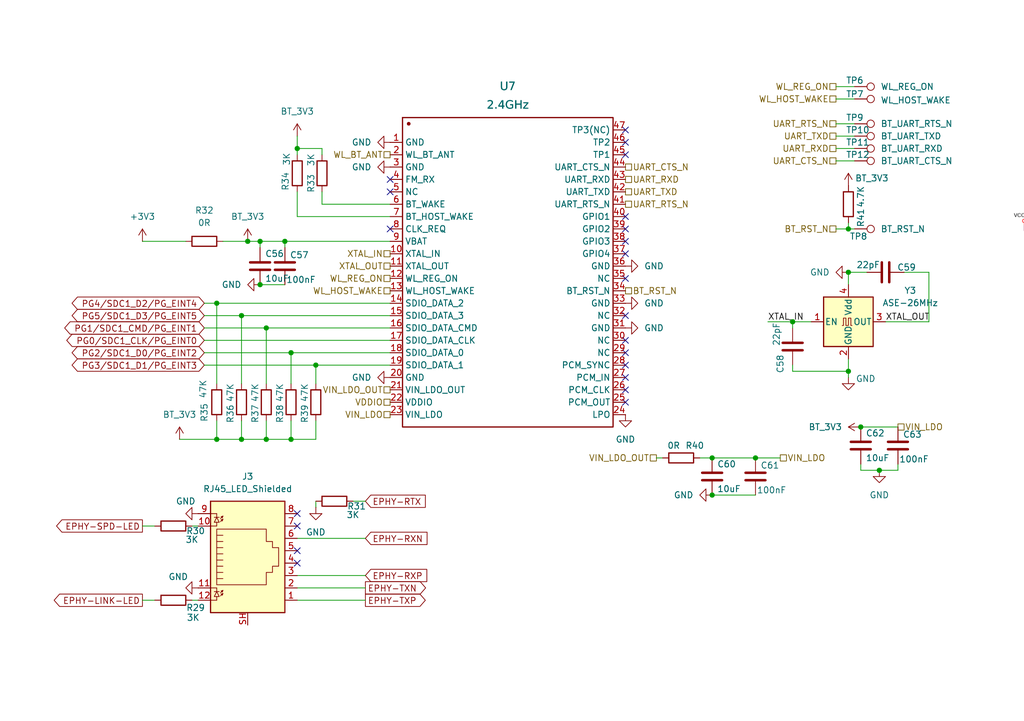
<source format=kicad_sch>
(kicad_sch
	(version 20250114)
	(generator "eeschema")
	(generator_version "9.0")
	(uuid "21e5fba9-dce1-4ab3-9793-6ac2151e6a7d")
	(paper "A5")
	
	(junction
		(at 54.61 67.31)
		(diameter 0)
		(color 0 0 0 0)
		(uuid "158a6006-f741-4f52-ae96-04c55e2a304c")
	)
	(junction
		(at 146.05 101.6)
		(diameter 0)
		(color 0 0 0 0)
		(uuid "176f5bf2-08e2-479d-aa5c-400c8fce7f61")
	)
	(junction
		(at 49.53 90.17)
		(diameter 0)
		(color 0 0 0 0)
		(uuid "220ee4da-8ea5-431b-a358-9dc0a8d0d379")
	)
	(junction
		(at 53.34 58.42)
		(diameter 0)
		(color 0 0 0 0)
		(uuid "25c6f5cd-3e0f-49bd-a6f6-b86ba332733b")
	)
	(junction
		(at 54.61 90.17)
		(diameter 0)
		(color 0 0 0 0)
		(uuid "4808cdfd-32b3-470f-af91-39357beeffd4")
	)
	(junction
		(at 173.99 55.88)
		(diameter 0)
		(color 0 0 0 0)
		(uuid "5785cea0-d907-4394-970c-8079b38344c5")
	)
	(junction
		(at 64.77 74.93)
		(diameter 0)
		(color 0 0 0 0)
		(uuid "5b808e2f-2931-41b8-a48c-69c2f202d7cd")
	)
	(junction
		(at 44.45 62.23)
		(diameter 0)
		(color 0 0 0 0)
		(uuid "5dfd69dc-8520-4854-bdcb-5cedab0d3d69")
	)
	(junction
		(at 53.34 49.53)
		(diameter 0)
		(color 0 0 0 0)
		(uuid "63a5437f-7072-4b4a-b7d7-936f048b606c")
	)
	(junction
		(at 173.99 46.99)
		(diameter 0)
		(color 0 0 0 0)
		(uuid "63d9d60f-5e69-4eb6-9459-2eb0d0860f6c")
	)
	(junction
		(at 176.53 87.63)
		(diameter 0)
		(color 0 0 0 0)
		(uuid "699a77ca-7626-4331-8a47-da18d42c261b")
	)
	(junction
		(at 58.42 49.53)
		(diameter 0)
		(color 0 0 0 0)
		(uuid "84728e72-4c74-4d06-b60b-5257a1c7d0e8")
	)
	(junction
		(at 59.69 90.17)
		(diameter 0)
		(color 0 0 0 0)
		(uuid "8ff259eb-0d72-4e6e-9597-a89c0e671515")
	)
	(junction
		(at 50.8 49.53)
		(diameter 0)
		(color 0 0 0 0)
		(uuid "8ff9e8ae-86e6-4acd-998f-43b70095ff8c")
	)
	(junction
		(at 49.53 64.77)
		(diameter 0)
		(color 0 0 0 0)
		(uuid "a21de723-8dd5-406f-957e-5b20536572d2")
	)
	(junction
		(at 154.94 93.98)
		(diameter 0)
		(color 0 0 0 0)
		(uuid "a4020b08-badb-4f76-b15a-592f98006219")
	)
	(junction
		(at 173.99 76.2)
		(diameter 0)
		(color 0 0 0 0)
		(uuid "a58b5d4f-5977-49a0-a67d-7fdc00d72983")
	)
	(junction
		(at 146.05 93.98)
		(diameter 0)
		(color 0 0 0 0)
		(uuid "b1b30563-520b-4a66-8014-a178a72d5830")
	)
	(junction
		(at 162.56 66.04)
		(diameter 0)
		(color 0 0 0 0)
		(uuid "c1d8a878-c3c3-4ad3-a96d-3468afd67e57")
	)
	(junction
		(at 180.34 96.52)
		(diameter 0)
		(color 0 0 0 0)
		(uuid "c33fb665-c12b-464c-924a-b2872f33e81f")
	)
	(junction
		(at 44.45 90.17)
		(diameter 0)
		(color 0 0 0 0)
		(uuid "f639619e-f8c7-4181-85b3-c712fa7e0ad8")
	)
	(junction
		(at 59.69 72.39)
		(diameter 0)
		(color 0 0 0 0)
		(uuid "f6a1061d-627b-4128-9b28-44515af46f7a")
	)
	(junction
		(at 60.96 30.48)
		(diameter 0)
		(color 0 0 0 0)
		(uuid "feadbb94-96f1-4770-829f-ce8dafd7ded1")
	)
	(no_connect
		(at 128.27 64.77)
		(uuid "005a20f6-89e7-4ab1-83a9-64de8f763bc6")
	)
	(no_connect
		(at 128.27 44.45)
		(uuid "00762ced-0039-45f2-8ac3-1d9229cd04e6")
	)
	(no_connect
		(at 128.27 69.85)
		(uuid "1380f6ee-37d2-4a7b-9f22-f1bb6c99a94a")
	)
	(no_connect
		(at 80.01 46.99)
		(uuid "39ddc210-114c-4d2b-a466-500001345633")
	)
	(no_connect
		(at 128.27 31.75)
		(uuid "3d0102e7-e1ee-4321-b81f-85d4d2a13eec")
	)
	(no_connect
		(at 80.01 36.83)
		(uuid "61262e09-8087-4783-9ac5-0adb499a631d")
	)
	(no_connect
		(at 128.27 29.21)
		(uuid "65f06e97-4471-4074-bdf2-cc8b66fa6430")
	)
	(no_connect
		(at 128.27 74.93)
		(uuid "733c394e-f59c-4973-bf3a-9590624eead2")
	)
	(no_connect
		(at 128.27 82.55)
		(uuid "7c1f4743-c45a-4e26-a010-a82d2d20965a")
	)
	(no_connect
		(at 128.27 26.67)
		(uuid "95189f84-f445-45df-8e94-4f4e14b63456")
	)
	(no_connect
		(at 128.27 49.53)
		(uuid "a1ae58b6-bc1b-4cf0-92d9-91dddd894d89")
	)
	(no_connect
		(at 128.27 52.07)
		(uuid "acd16c04-8eb0-4b85-a066-1d8a50d71dd1")
	)
	(no_connect
		(at 128.27 46.99)
		(uuid "ba7f25a3-c652-4d74-8949-53f8993c1008")
	)
	(no_connect
		(at 60.96 105.41)
		(uuid "c0eea0da-f55a-4ac5-98d0-76979ccc34a6")
	)
	(no_connect
		(at 128.27 77.47)
		(uuid "c1909b3d-ea27-40b3-8fbf-f7eb94daa8f4")
	)
	(no_connect
		(at 60.96 113.03)
		(uuid "c85a3e9d-f2fb-43c5-8de7-000003128506")
	)
	(no_connect
		(at 128.27 72.39)
		(uuid "d5133db7-21aa-452f-928b-0ebf18a0fa3b")
	)
	(no_connect
		(at 60.96 115.57)
		(uuid "d9dad809-0732-4515-b505-c934ca4f75a0")
	)
	(no_connect
		(at 60.96 107.95)
		(uuid "daddc91c-c0a1-4341-8ee1-7f44b93258e4")
	)
	(no_connect
		(at 128.27 57.15)
		(uuid "e25c5d61-3a44-4120-8d9f-d43610b35cd9")
	)
	(no_connect
		(at 80.01 39.37)
		(uuid "e45c089f-e5b0-4efc-8f6c-95d4fb23f3c7")
	)
	(no_connect
		(at 128.27 80.01)
		(uuid "ed1e897c-ddf8-4a5f-8b4e-c511d89e5030")
	)
	(wire
		(pts
			(xy 54.61 67.31) (xy 54.61 78.74)
		)
		(stroke
			(width 0)
			(type default)
		)
		(uuid "0182220b-0fd8-49bb-9c25-662e32b20133")
	)
	(wire
		(pts
			(xy 41.91 67.31) (xy 54.61 67.31)
		)
		(stroke
			(width 0)
			(type default)
		)
		(uuid "06708c84-3bb3-4e19-bbfc-a1f681841ddc")
	)
	(wire
		(pts
			(xy 74.93 120.65) (xy 60.96 120.65)
		)
		(stroke
			(width 0)
			(type default)
		)
		(uuid "0948d38a-87e7-420f-b34a-46e3117db0da")
	)
	(wire
		(pts
			(xy 190.5 55.88) (xy 185.42 55.88)
		)
		(stroke
			(width 0)
			(type default)
		)
		(uuid "0a5d03ca-6ccd-419d-b21c-79186396c21a")
	)
	(wire
		(pts
			(xy 41.91 74.93) (xy 64.77 74.93)
		)
		(stroke
			(width 0)
			(type default)
		)
		(uuid "0a79aca3-b0bd-458e-b4f3-dfb1825ab9d7")
	)
	(wire
		(pts
			(xy 66.04 30.48) (xy 60.96 30.48)
		)
		(stroke
			(width 0)
			(type default)
		)
		(uuid "0b43def3-b100-4cba-b698-a8f8684ab1e5")
	)
	(wire
		(pts
			(xy 41.91 69.85) (xy 80.01 69.85)
		)
		(stroke
			(width 0)
			(type default)
		)
		(uuid "141d989a-252b-43af-851f-c7588bc89a3c")
	)
	(wire
		(pts
			(xy 171.45 27.94) (xy 175.26 27.94)
		)
		(stroke
			(width 0)
			(type default)
		)
		(uuid "1b912223-58a0-4cee-869b-f152dd285153")
	)
	(wire
		(pts
			(xy 173.99 55.88) (xy 177.8 55.88)
		)
		(stroke
			(width 0)
			(type default)
		)
		(uuid "1e0c9e53-6d76-41b9-b8c1-b96e5f368b88")
	)
	(wire
		(pts
			(xy 173.99 46.99) (xy 175.26 46.99)
		)
		(stroke
			(width 0)
			(type default)
		)
		(uuid "1ecefc9e-3a28-469c-8845-fb8f562d7ff7")
	)
	(wire
		(pts
			(xy 31.75 107.95) (xy 29.21 107.95)
		)
		(stroke
			(width 0)
			(type default)
		)
		(uuid "20721bb3-39f4-42a0-8c61-20bf6c5e15a2")
	)
	(wire
		(pts
			(xy 180.34 96.52) (xy 184.15 96.52)
		)
		(stroke
			(width 0)
			(type default)
		)
		(uuid "21c4a136-a8fc-4639-966e-b094ff2a39b6")
	)
	(wire
		(pts
			(xy 39.37 107.95) (xy 40.64 107.95)
		)
		(stroke
			(width 0)
			(type default)
		)
		(uuid "244cde46-dfd3-4e9f-aa59-4857affbe82e")
	)
	(wire
		(pts
			(xy 53.34 50.8) (xy 53.34 49.53)
		)
		(stroke
			(width 0)
			(type default)
		)
		(uuid "253055ec-9d5d-4a72-a1f5-b2a1c0fa701b")
	)
	(wire
		(pts
			(xy 66.04 41.91) (xy 80.01 41.91)
		)
		(stroke
			(width 0)
			(type default)
		)
		(uuid "28192cc4-41a9-43e5-ae5a-241f4c093797")
	)
	(wire
		(pts
			(xy 44.45 62.23) (xy 44.45 78.74)
		)
		(stroke
			(width 0)
			(type default)
		)
		(uuid "3083e496-ebbc-4651-921b-446775b61da2")
	)
	(wire
		(pts
			(xy 41.91 62.23) (xy 44.45 62.23)
		)
		(stroke
			(width 0)
			(type default)
		)
		(uuid "312634c8-46da-40c5-9aec-065769e65a36")
	)
	(wire
		(pts
			(xy 49.53 90.17) (xy 54.61 90.17)
		)
		(stroke
			(width 0)
			(type default)
		)
		(uuid "3509b8c3-4f07-4e9c-8550-3ff71889b368")
	)
	(wire
		(pts
			(xy 157.48 66.04) (xy 162.56 66.04)
		)
		(stroke
			(width 0)
			(type default)
		)
		(uuid "36904768-b42f-4ad9-aaf6-2bb2e9dda231")
	)
	(wire
		(pts
			(xy 66.04 31.75) (xy 66.04 30.48)
		)
		(stroke
			(width 0)
			(type default)
		)
		(uuid "3a2fd23f-0dd2-46cc-8388-cc59844ab5c2")
	)
	(wire
		(pts
			(xy 54.61 90.17) (xy 59.69 90.17)
		)
		(stroke
			(width 0)
			(type default)
		)
		(uuid "44e41b6e-0ac5-4ca1-a3bc-fd1fd012c579")
	)
	(wire
		(pts
			(xy 74.93 118.11) (xy 60.96 118.11)
		)
		(stroke
			(width 0)
			(type default)
		)
		(uuid "4c1e6511-b4fb-4dac-b44a-c6849f65dc23")
	)
	(wire
		(pts
			(xy 58.42 49.53) (xy 80.01 49.53)
		)
		(stroke
			(width 0)
			(type default)
		)
		(uuid "4c72bfd8-fded-4898-b1f8-3ace130ba249")
	)
	(wire
		(pts
			(xy 173.99 76.2) (xy 173.99 77.47)
		)
		(stroke
			(width 0)
			(type default)
		)
		(uuid "51ecc63d-b253-4d9f-9925-603a1e2bc4cc")
	)
	(wire
		(pts
			(xy 54.61 86.36) (xy 54.61 90.17)
		)
		(stroke
			(width 0)
			(type default)
		)
		(uuid "5413b814-bacb-4067-83f9-8d69bff1726f")
	)
	(wire
		(pts
			(xy 146.05 101.6) (xy 154.94 101.6)
		)
		(stroke
			(width 0)
			(type default)
		)
		(uuid "564504db-e284-49b0-b514-1496e4536cf8")
	)
	(wire
		(pts
			(xy 54.61 67.31) (xy 80.01 67.31)
		)
		(stroke
			(width 0)
			(type default)
		)
		(uuid "5dd15e5f-72dc-4c34-a12c-476327ec1e14")
	)
	(wire
		(pts
			(xy 190.5 55.88) (xy 190.5 66.04)
		)
		(stroke
			(width 0)
			(type default)
		)
		(uuid "621eec70-95c5-4fd8-8740-e09c24bc8b95")
	)
	(wire
		(pts
			(xy 173.99 45.72) (xy 173.99 46.99)
		)
		(stroke
			(width 0)
			(type default)
		)
		(uuid "67ccee70-855a-4354-8399-27f327ae0097")
	)
	(wire
		(pts
			(xy 41.91 64.77) (xy 49.53 64.77)
		)
		(stroke
			(width 0)
			(type default)
		)
		(uuid "723252d3-2d93-49e1-be11-72b72273d42a")
	)
	(wire
		(pts
			(xy 171.45 25.4) (xy 175.26 25.4)
		)
		(stroke
			(width 0)
			(type default)
		)
		(uuid "73812aa2-ac05-43bc-b53f-8aa28a200ea9")
	)
	(wire
		(pts
			(xy 64.77 74.93) (xy 80.01 74.93)
		)
		(stroke
			(width 0)
			(type default)
		)
		(uuid "7715512b-3848-4911-ac98-740324dbe1ff")
	)
	(wire
		(pts
			(xy 64.77 102.87) (xy 64.77 104.14)
		)
		(stroke
			(width 0)
			(type default)
		)
		(uuid "771c62ae-0e20-47f7-84b9-fdeceef49917")
	)
	(wire
		(pts
			(xy 44.45 62.23) (xy 80.01 62.23)
		)
		(stroke
			(width 0)
			(type default)
		)
		(uuid "77555d72-0137-4fe2-bf5a-03bfe6f1c286")
	)
	(wire
		(pts
			(xy 162.56 76.2) (xy 162.56 74.93)
		)
		(stroke
			(width 0)
			(type default)
		)
		(uuid "77685b68-0f5f-4d87-92c0-b5b9f28fa1e8")
	)
	(wire
		(pts
			(xy 59.69 72.39) (xy 80.01 72.39)
		)
		(stroke
			(width 0)
			(type default)
		)
		(uuid "7a52e815-4098-48ac-82cc-f3df14bf7392")
	)
	(wire
		(pts
			(xy 64.77 74.93) (xy 64.77 78.74)
		)
		(stroke
			(width 0)
			(type default)
		)
		(uuid "7b6485ae-09d4-4809-a521-2162d599bccf")
	)
	(wire
		(pts
			(xy 49.53 86.36) (xy 49.53 90.17)
		)
		(stroke
			(width 0)
			(type default)
		)
		(uuid "81cb7437-006f-4edd-ad1b-a7279a215019")
	)
	(wire
		(pts
			(xy 36.83 90.17) (xy 44.45 90.17)
		)
		(stroke
			(width 0)
			(type default)
		)
		(uuid "82150ff8-baba-4155-ac33-00e066dbc1d6")
	)
	(wire
		(pts
			(xy 66.04 39.37) (xy 66.04 41.91)
		)
		(stroke
			(width 0)
			(type default)
		)
		(uuid "86583ae4-cd74-4072-952d-adb763320a6b")
	)
	(wire
		(pts
			(xy 60.96 30.48) (xy 60.96 31.75)
		)
		(stroke
			(width 0)
			(type default)
		)
		(uuid "873048be-935e-44eb-8ce1-84f23c4896c2")
	)
	(wire
		(pts
			(xy 64.77 86.36) (xy 64.77 90.17)
		)
		(stroke
			(width 0)
			(type default)
		)
		(uuid "88027ba8-5dad-4620-a5fa-c700249e3390")
	)
	(wire
		(pts
			(xy 60.96 44.45) (xy 80.01 44.45)
		)
		(stroke
			(width 0)
			(type default)
		)
		(uuid "88e37537-9f6a-4e7c-83e2-d327781c7a8b")
	)
	(wire
		(pts
			(xy 74.93 110.49) (xy 60.96 110.49)
		)
		(stroke
			(width 0)
			(type default)
		)
		(uuid "8ca34e86-6ac8-4018-b637-a1fbb708c2f2")
	)
	(wire
		(pts
			(xy 74.93 123.19) (xy 60.96 123.19)
		)
		(stroke
			(width 0)
			(type default)
		)
		(uuid "8d31c65b-9cf3-465f-8ee4-6487f649e7c2")
	)
	(wire
		(pts
			(xy 44.45 86.36) (xy 44.45 90.17)
		)
		(stroke
			(width 0)
			(type default)
		)
		(uuid "94bbac8a-9c45-4dd7-8e32-cebced0c78e6")
	)
	(wire
		(pts
			(xy 171.45 46.99) (xy 173.99 46.99)
		)
		(stroke
			(width 0)
			(type default)
		)
		(uuid "954f3dba-65c2-4a00-8d69-546face930be")
	)
	(wire
		(pts
			(xy 175.26 20.32) (xy 171.45 20.32)
		)
		(stroke
			(width 0)
			(type default)
		)
		(uuid "975be613-daf5-465b-a0d0-d4b72fa9cde4")
	)
	(wire
		(pts
			(xy 135.89 93.98) (xy 134.62 93.98)
		)
		(stroke
			(width 0)
			(type default)
		)
		(uuid "98191bb0-194d-4b53-b218-46f0d38ed19e")
	)
	(wire
		(pts
			(xy 176.53 87.63) (xy 184.15 87.63)
		)
		(stroke
			(width 0)
			(type default)
		)
		(uuid "9991d67a-ba7b-44c6-8c21-1f67daad8717")
	)
	(wire
		(pts
			(xy 59.69 72.39) (xy 59.69 78.74)
		)
		(stroke
			(width 0)
			(type default)
		)
		(uuid "9bfd2bdc-07af-4b4f-ab58-9de6d7b18c65")
	)
	(wire
		(pts
			(xy 171.45 33.02) (xy 175.26 33.02)
		)
		(stroke
			(width 0)
			(type default)
		)
		(uuid "9c077452-8171-43d9-8bac-b0b8e07f499a")
	)
	(wire
		(pts
			(xy 60.96 39.37) (xy 60.96 44.45)
		)
		(stroke
			(width 0)
			(type default)
		)
		(uuid "9d69e6a8-d403-47a6-9923-7622c30bf688")
	)
	(wire
		(pts
			(xy 53.34 49.53) (xy 58.42 49.53)
		)
		(stroke
			(width 0)
			(type default)
		)
		(uuid "a075ea8b-8ab3-4384-adbc-6b6ec66cc9a8")
	)
	(wire
		(pts
			(xy 31.75 123.19) (xy 29.21 123.19)
		)
		(stroke
			(width 0)
			(type default)
		)
		(uuid "a83f94a7-f2e1-410f-b5b0-172a68cd6cd6")
	)
	(wire
		(pts
			(xy 173.99 73.66) (xy 173.99 76.2)
		)
		(stroke
			(width 0)
			(type default)
		)
		(uuid "afe2dd79-fe5f-485c-a116-a25cc3d669de")
	)
	(wire
		(pts
			(xy 162.56 76.2) (xy 173.99 76.2)
		)
		(stroke
			(width 0)
			(type default)
		)
		(uuid "b313749b-cdb9-41a3-944d-19a71b78a4ec")
	)
	(wire
		(pts
			(xy 49.53 78.74) (xy 49.53 64.77)
		)
		(stroke
			(width 0)
			(type default)
		)
		(uuid "b46e5a3d-ef69-43af-a283-dcc48bdad8c9")
	)
	(wire
		(pts
			(xy 45.72 49.53) (xy 50.8 49.53)
		)
		(stroke
			(width 0)
			(type default)
		)
		(uuid "b824e864-27cf-414b-a231-05271a948ba6")
	)
	(wire
		(pts
			(xy 60.96 27.94) (xy 60.96 30.48)
		)
		(stroke
			(width 0)
			(type default)
		)
		(uuid "b8fd9c0c-9727-4ccd-b34a-610828b8a856")
	)
	(wire
		(pts
			(xy 173.99 55.88) (xy 173.99 58.42)
		)
		(stroke
			(width 0)
			(type default)
		)
		(uuid "baf10488-d4c1-428a-9c8b-9185787580d1")
	)
	(wire
		(pts
			(xy 59.69 90.17) (xy 64.77 90.17)
		)
		(stroke
			(width 0)
			(type default)
		)
		(uuid "be231a9c-4deb-406f-913e-1dd7fc428913")
	)
	(wire
		(pts
			(xy 175.26 17.78) (xy 171.45 17.78)
		)
		(stroke
			(width 0)
			(type default)
		)
		(uuid "bfd62ec8-c857-48c3-a459-a1eee9c460f2")
	)
	(wire
		(pts
			(xy 44.45 90.17) (xy 49.53 90.17)
		)
		(stroke
			(width 0)
			(type default)
		)
		(uuid "c4f16f29-56c0-4dc9-99ca-01cde3885268")
	)
	(wire
		(pts
			(xy 176.53 96.52) (xy 176.53 95.25)
		)
		(stroke
			(width 0)
			(type default)
		)
		(uuid "c522ac1c-2016-4afa-966f-25b7f6ba34d4")
	)
	(wire
		(pts
			(xy 59.69 86.36) (xy 59.69 90.17)
		)
		(stroke
			(width 0)
			(type default)
		)
		(uuid "c620e386-c4de-44b8-9b70-e94b55131c0d")
	)
	(wire
		(pts
			(xy 39.37 123.19) (xy 40.64 123.19)
		)
		(stroke
			(width 0)
			(type default)
		)
		(uuid "ca249104-23f0-4c0f-9440-20664ff124c7")
	)
	(wire
		(pts
			(xy 143.51 93.98) (xy 146.05 93.98)
		)
		(stroke
			(width 0)
			(type default)
		)
		(uuid "cb43b713-6e8e-45e1-9d9f-fa3027cb238a")
	)
	(wire
		(pts
			(xy 49.53 64.77) (xy 80.01 64.77)
		)
		(stroke
			(width 0)
			(type default)
		)
		(uuid "cd3528c6-c617-4a2b-9f81-36768d91830b")
	)
	(wire
		(pts
			(xy 154.94 93.98) (xy 160.02 93.98)
		)
		(stroke
			(width 0)
			(type default)
		)
		(uuid "d367be8e-869b-4020-8afe-3e79efd6d3d6")
	)
	(wire
		(pts
			(xy 146.05 93.98) (xy 154.94 93.98)
		)
		(stroke
			(width 0)
			(type default)
		)
		(uuid "d8263599-07e9-4e70-abb9-378077552ace")
	)
	(wire
		(pts
			(xy 53.34 58.42) (xy 58.42 58.42)
		)
		(stroke
			(width 0)
			(type default)
		)
		(uuid "df7fc229-a32a-4ba2-bcee-43a03a5ad9cf")
	)
	(wire
		(pts
			(xy 162.56 66.04) (xy 166.37 66.04)
		)
		(stroke
			(width 0)
			(type default)
		)
		(uuid "e0e8dcdb-2e3b-48d8-bc4a-027cab81938e")
	)
	(wire
		(pts
			(xy 171.45 30.48) (xy 175.26 30.48)
		)
		(stroke
			(width 0)
			(type default)
		)
		(uuid "e267883f-571a-4ad5-94fc-1321b6273bdd")
	)
	(wire
		(pts
			(xy 29.21 49.53) (xy 38.1 49.53)
		)
		(stroke
			(width 0)
			(type default)
		)
		(uuid "e78199e9-569b-4086-bcc3-23a7767127f1")
	)
	(wire
		(pts
			(xy 72.39 102.87) (xy 74.93 102.87)
		)
		(stroke
			(width 0)
			(type default)
		)
		(uuid "e9fc4b11-1a9a-431f-a53f-58753df3ad17")
	)
	(wire
		(pts
			(xy 184.15 96.52) (xy 184.15 95.25)
		)
		(stroke
			(width 0)
			(type default)
		)
		(uuid "ec1006db-ea86-4f5e-abe0-6c54644bcb22")
	)
	(wire
		(pts
			(xy 41.91 72.39) (xy 59.69 72.39)
		)
		(stroke
			(width 0)
			(type default)
		)
		(uuid "eceff9b9-846e-4614-a13a-d435d55e2c83")
	)
	(wire
		(pts
			(xy 50.8 49.53) (xy 53.34 49.53)
		)
		(stroke
			(width 0)
			(type default)
		)
		(uuid "edbd469c-42a9-4c20-be21-018c47e9e4ae")
	)
	(wire
		(pts
			(xy 58.42 50.8) (xy 58.42 49.53)
		)
		(stroke
			(width 0)
			(type default)
		)
		(uuid "ee060cf6-42c9-4d6d-9a5f-9f2a33379441")
	)
	(wire
		(pts
			(xy 176.53 96.52) (xy 180.34 96.52)
		)
		(stroke
			(width 0)
			(type default)
		)
		(uuid "f125accd-beb5-4d1b-8210-78ce8ee0df92")
	)
	(wire
		(pts
			(xy 190.5 66.04) (xy 181.61 66.04)
		)
		(stroke
			(width 0)
			(type default)
		)
		(uuid "f2ec688b-54ab-48af-969e-a3f09d29151d")
	)
	(wire
		(pts
			(xy 162.56 66.04) (xy 162.56 67.31)
		)
		(stroke
			(width 0)
			(type default)
		)
		(uuid "ff987aa0-257f-4a22-bde4-da177f53b79a")
	)
	(image
		(at 262.89 48.26)
		(scale 0.373355)
		(uuid "990f9e27-985b-4e56-8b92-1d8fce0601d0")
		(data "iVBORw0KGgoAAAANSUhEUgAABF0AAALaCAIAAABs4LtfAAAAA3NCSVQICAjb4U/gAAAACXBIWXMA"
			"AA50AAAOdAFrJLPWAAAgAElEQVR4nOzdeVxU5f4H8M9BdkY2GRhWB0VSk8INQRBHASUNpUzMjCtW"
			"LpUZZpb1c4HSenXLwtJrXtMwRW+IRmpXZZFRNNDQy+JCpTgQggvLoCCIwPn9MYioCCggqZ/3iz/O"
			"+c7zPOd7jut3nnOeI4iiCCIiIiIioseYVmcnQERERERE1MlYFxERERER0eOOdRERERERET3uWBcR"
			"EREREdHjjnURERERERE97lgXERERERHR4451ERERERERPe5YFxERERER0eOOdRERERERET3uWBcR"
			"EREREdHjjnURERERERE97lgXERERERHR4451ERERERERPe5YFxERERER0eNOu7MTICJ6CMTEnMzP"
			"vwzA1FTfycl86FB7LS0BQF5e2cGDeVKpoY9Pj7tFDh/OP3Om1N3drkcPs849CyIiIrobzhcREbVs"
			"5cojFy6Uy+WmOjpaERGpPj4b6urEtLQCH58NFRXVq1enzZmzG8Cdka+/PvzBB4lVVTV+fj/873+F"
			"nX0eRERE1DRBFMXOzoGI6O9OoYgMDXUPDOwNQBRFK6sv4uKCa2vrtLSE/v2t//yz2Nf3h9zcuUeP"
			"FtwWSUsrsLMzlskkM2fuHDjQZsaMgZ19KkRERNQE3kdHRHRvVCr11avXZTKJTCbRRKKjTwwYYA1g"
			"4ECb2yKDBtlUVl7ftCkzOTlv4ULvzsqZiIiImse6iIioVT79NDkyMr28vLqqqmbLlgkNRdGyZQe2"
			"bDkeFxfc0PK2SElJZXT0CRubrpyeJyIi+tvi80VERK3ywQfDYmKC6upEHx/HgIAnNMElS5JSUvJT"
			"U1+zsel6t4itrfGOHZO9vbt/+mly56RORERELWFdRETUWtraWjExQVFRWWvXHgWQllYQE3Ny27Yg"
			"iURX0+DOyKJF+zIzLwCQSg0rK2s6K3MiIiJqHu+jIyK6B+bmBjt3Th46dJ21dde9e0+XlV0bPXoT"
			"AIlEd9eulzZsSL8t0revdPLkGA8P+337zm7ePKGz0yciIqKmcT06IqKOVVl5/eLFChubrjo6XTo7"
			"FyIiImoa6yIiIiIiInrc8fkiIiIiIiJ63LEuIiIiIiKixx3XXSAialldnZiQkHPpUsXw4XI7O+Mm"
			"IxERqQC0tAQLC0NXV1nfvlJN302bMq2tJcOGdf/11780kX79LC0sDNPTzycm5gwb1t3NzRZAcfHV"
			"gwfzxo/v3WIyubm5ycnJDg4O3t71L4rNzs5OS0t7+umnXVxcANTW1sbHx5eWlvr6+kqlUgA1NTVx"
			"cXEVFRV+fn6mpqYAIiIiAGhpaVlYWLi6uvbt27edLxkREdFDhfNFREQtCwraum3byZKSyqFD1+Xk"
			"lDYZmTt3j1Rq6OBgUl5eHRy8fcmSJE3fzZuznJ27nTp1ac6c3UqlSqlUlZVVFRZemT8/7rnn+ixd"
			"eiA7uwhAaOgec3ODFjM5cuTIsGHDKioqwsPDFy5cCCAxMTE4OLiqqio4ODg2NhbAxIkTo6KiCgoK"
			"Bg4cWFBQACAoKGjXrl35+fn9+/evqqoCMHfuXKlU6uDgUF5eHhwcvGTJko66dkRERA8DrrtARNSC"
			"2tq6TZsyg4Of1tISpkzZ5uvb4x//ePq2yLRp/QUhrLR0gampPoATJy56eq5XqxdUV9cOGbL2f/+b"
			"tXXrifT088uW+WjGTEo6e+BA7pIlin/96zcLC0Nd3S5KpSoiwr/FZCZOnOjt7f3WW28VFBQ4Oztf"
			"vHjxhRdemDNnjr+//4ULF2pqatRq9ciRI8+dO6etrf36669bWlqGh4fv2bPH19dXW1v7iSee2Llz"
			"p7OzsyAIpaWlmrmjEydOeHp6qtXqDr2MREREf2ecLyIiakGXLlpTp7pqaQmXLlUolar+/a3vjNzW"
			"JSPjgr29MYBDh/K8vBwAZGcX/f578dSpP33zzeHa2jpXV1l8fE5c3Jnt20/16mW+fPmvn3zi05pk"
			"MjIyvLy8ANjY2Nja2v75559ZWVmFhYXTp09fv369iYlJRkaGu7u7trY2AG9v78zMTAD+/v6XLl1a"
			"tmyZlZWVk5PTnWPa29u3+ToRERE9xPh8ERFRq+TklD777OZ33x3q6iq7W2TKlG06Ol1KSiolEt3o"
			"6IkAEhJyfH17ALCzM+7WzTAwsHdQ0FZtba3XXx/8448vpKUVrF8//sMPE5csUaxYkXru3JXnn+8z"
			"cqRjM2lUV1ebmZlpto2NjcvKyoqLi48fP75gwYLw8PDZs2crFIrbGmi2T506tWfPHmdn59raWi0t"
			"LQBTpkzR0dEpKSmRSCTR0dHtf8mIiIgeHpwvIiJq2V9/lfn7b/rii1Fz53rcLQIgKmrCqlVjcnPV"
			"b789pE8fKYB9+86OGOEIYNq0/m+8MdjGpuv06QMOHswDYGtrPH5872PHCk1M9HJz1UZGul9+OXrh"
			"wn3V1bXNZCKRSIqKijTbJSUlFhYWBgYG7777bs+ePRcsWHDo0KE7G2i2R44cmZycfPbs2e3bt9/I"
			"NmrVqlW5ublvv/12nz592vFyERERPXRYFxERteyNN35ZtMh7zJhezUQ0bG2Nt24Nevnl7ceOFZaU"
			"VOrodDE21gPw1lv//fPPYgAFBVcsLAw1jYuLr3722cHPPvMrKLjSp4+Frm4XG5uuanVVM5m4u7sn"
			"JCQAyMnJKSsrc3Z2dnFxycjIAKBSqaRSqZubW0pKSmVlJYCEhAQPD4+Kiopp06Zdu3YNgFQq1Xx0"
			"I1vbrVu3vvzyy8eOHWuP60RERPSw4n10REQtuHSp4pdf/iwtrVq37n8AZs92Gz68+22RF164uc61"
			"m5ttRIT/mDFR8+Z5NNwUN3y4fNKkmMGDbZRK1c6dL2mCc+fu/eQTH4lEd8KEvqGhe1JS8vX0ulha"
			"GjWTzOLFi8eOHatZmPurr77S1tZetmzZq6++qlAoEhMTV65c6eDgEBoaqlAoHB0dVSrVqlWrjIyM"
			"jI2NfXx87OzssrOzV69e3XhANze3iIiIMWPGpKSkODo2dwsfERHRI4zr0RERdZTz58v19bU1K9QB"
			"qKy8XlR01dbWWEtL0ETy8y9r3n0EoKqqpqjoqq1tV0EQmh+2trY2JyfH0tLSxMTkRt+qwsJCmUxm"
			"YFC/0ndxcbFare7Ro0fDaKWlpVevXrWxsWlxfCIioscQ6yIienSp1VCp4Op6M6JSAYBc3jn5EBER"
			"0d8V76Mjeuxdvoz16wHA0BC2tlAoYGSEmBjk59/S7JVXYFw/s4EzZ3DyJAIC6nfj4iCVon//+t2Y"
			"GAB44YX63dRUpKbWj29nB4UChoYtjA8gIgIAtLRgYQFXV/Tti/z8+pEb9O2LUaPw11+IiRHPnRNs"
			"bDB5MqwbLZmtUon9+wvff4+QkPpIbKwYFiYolbcUSx1AqWyfceRyFnFEREQPAusiosdeSYn4f/8n"
			"REXh+nXx558RGiqcPAmZDNra4uHD2LlTWLoUALQb/XWRlSVGRgo36iJx82bB1bW+LiovF997D6Io"
			"+PtDIgEg7tmDo0eFV19FdbWYlIQ33xSSk1sYHxDnzhU2bYKRES5eFIOD8eyzwltvaUoEce5c4dVX"
			"0a8fLCxw4YLo5iZ88YXg54dffxWHDxeOHdMcFwBcXYXvvxenTROA+tIoNBTp6aJC0dGl0YgR4tNP"
			"w9S0TYOkpyM0FGFhvO2NiIiow7EuIiJARweBgQCEiRNFIyNcuAAvLwACIKakaD5qrZ9+wogR9RvB"
			"wfXBnj3rxw8KElUqxMQgNLTl8ceO1RQWgqen6OmJ8PD6lmFh8PKCQgEABw5AXx8vvoguXdCvnzBj"
			"xu2DhIQIQOPSSIiMFENCHkBpFBEhaHK8bwoF73MmIiJ6QLhONxEBNTVQKhEfL773Hnx8YGNz3yOJ"
			"GzcKgYFCYKC4cWMTH1dW4o8/YG9/b4NmZNy1i4cHnnxSHDQI336LGy/tuV1IiGbWCJGRmoAQGYnA"
			"QFGhQHr6vWVCREREjyjOFxERUFMjKpW4dg1nz6JrV6jVMDe/n3EKCvDbbxg1CgCCg1FQUF9i7dwp"
			"qlSorkZxsfDii3j++dYMJk6ZAh0dlJRAIhGio5tupKMj7NqFI0fEyEgsXIjnnxe++QZ6erc367xZ"
			"IyIiInoosC4iIkBfXwgL02yKU6bgu+/w3nu3t/n9d3HSJADCjz8CwPXrNz8SxfpSZMsWGBmJo0cD"
			"gJERoqIwfz4ABAQIERHi4sVIScG8ebjLOtHisGG4ckWYPx9TpgAQoqJQUSEOHSr8+9/o06e5/N3c"
			"BDc3fPaZ6O2NjRvx2mtNtGkojSwtMWYMNKXRSy/VDhq81yXwosk9TJE5FJ0ZWHXW2E7aTJskQP98"
			"JCBv/bBNpKwKV0QqReVdG9TV1BaeuZjwhH9bjtJxLp5QzUj7t2l3q85O5D6tX7/+8uXLurq6UqnU"
			"y8vL2to6NTU1VbOIyA2jRo3q27fvnX0PHz585swZd3f3Hj16pKWlFRUV+fvX/zKVl5evX7/+zTff"
			"FEUxLi6uoqLCz8/PtI3PohERUZuxLiKiRurqUFradN3yxBNCw11n167h5EnU1qJLF4gisrI0jxKJ"
			"GzcKq1fXr1O3c6e4cKGgqYsAAEJ4uPjCC+IrrwgbNzZ5CCE5+faQra2wdas4dqywdy8GDGgiq1On"
			"kJmJSZMAQCKBsXETk0U3iEolJBLY2dXvq9U4ebKmm9Rc4W5o0u1uve4kOd9NrLKDXNZMG+V++Era"
			"+j/d05Kn5RborrhrAy2gSvKH3L3/XVt0KtX+DPXZwoe3Lvroo4/efvtta2vrkydPzpo1Kzk52dTU"
			"VC6XV1RUvPzyyz/99BMAScMiH418/fXXsbGxL7/8sp+fX0xMTG1t7YwZM3JzczVvjtq1a9e2bdvm"
			"zJnz/PPPy2SyXr169e/f/9SpU/r6+g/6DImIqBHWRUQEVFSIgYGorkZhIZ56CrNmtdD+qafg4yN6"
			"eWHQIGRkwNERI0fi+HGcPVt/Ex2AUaPw8svIyrrZSxCEH34QPT3FBQuEzz5rbW5ubkJEhDhmjJCS"
			"AkfH2z+VycTQUKxdiz59kJYGV1dMntzkMGJICGJjheRkPPUUAKjVokIBQO/3k+4d8FV9eLiokLR1"
			"HbmDFoHaikBFs+vROQFObTxMh1GGR3Z2Cm01YsQIV1fX55577tdffz127NjLL7/cu3dvtVoNIPDu"
			"65EMHTo0KChIJpMdPnz4t99+mzFjhp6e3uHDh93d3QFs3bp1ypQpAGbMmOHr66utrf3tt9/m5eU5"
			"Ozs/sPMiIqI7sS4ieuzJ5ULjm+IaCwwU7vKfP+G776BW48IFWFrCzAwA+vUTysputtDT0+wKLi43"
			"g0ZGQuOlDpoZv/Erp6dMEaZMuflR4xHMzIS9e1FUhEuXYGt7yxuQGqkvihoeJbpRFAlKZVvX0qZH"
			"WlpaWmlp6alTpwoKCnx8fFrZa9CgQZWVlZs2bUpOTl64cCEAzfySu7t7eXl5YmLiunXrAPj7+xcW"
			"Fq5fv97KysrJ6W9b3hIRPS64Hh0R3S9TUzzxRH1R1LksLNCnD4siandpaWn79u07fPiwtbX1xYsX"
			"W9+xpKQkOjraxsZGFEUAU6ZM2bZtG4Ddu3ePHDmy4WmiU6dO7dmzp1evXrW1tR2RPxERtR7rIiJ6"
			"lHViUTRihCgIbfrZv79DE6SWzZo16+OPP96wYcNzzz33wQcftL6jra3tjh07vL29P/30UwBOTk5S"
			"qfTo0aPbtm0LbnivFzBy5Mjk5OSzZ89u3769/bMnIqJ7wbqIiB5dSuUtRREgRkTggRRFoii0y09Y"
			"sw8X0QNTXFws3GUdxTstWrQoMzMTgFQqrays1ASDg4P/85//HDp0aMyYMQAqKiqmTZt27dq125oR"
			"EVFn4fNFRPToUigEtbpxQAgLw40VyYlaNHfu3K5du54/f97U1HTFihWt7NW3b9/Jkyd7eHjs27dv"
			"8+bNmmBQUJBcLp8yZYqenh4AIyMjY2NjHx8fOzu77Ozs1atXd9Q5EBFR6whi44ebiYiI2kmYoAhJ"
			"ipArHuXX5qpUKpVK1TjSu3dvmUxWWVl58eJFGxsbHR2dZrqXlpZevXrVxsam9ZNRRETUQThfRERE"
			"dJ+qqqrUt85JVldXAzAwMOjevXuL3c3MzMz+DiuXEBER6yIiIqL71rt37969e3d2FkRE1A647gIR"
			"ERERET3uWBcRERG1lRgWJpqa1q+wHhKCW2+uIyKivz/WRURERG0ihoYiIkKIiBDOnhV++gnp6aJC"
			"wdKIiOjhwueLiIhaFhNzMj//MgBTU30nJ/OhQ+21tAQAeXllBw/mSaWGPj497hbJzi5KSyt4+mkr"
			"Fxerzj0L6hAqFVasEJKSoFAAgFwuKBSiqysiIxEa2sm5ERFRq3G+iIioZStXHrlwoVwuN9XR0YqI"
			"SPXx2VBXJ6alFfj4bKioqF69Om3OnN0A7owkJuYEB2+vqqoJDv4pNja7s8+DOoBKBROT+qJIw9QU"
			"CoWYnt5pKRER0b3jfBERUasMGWIXGNgbwEsvuVhZfZGZeUEQEB09sX9/a4VC7uv7w8qVY+6MLF+e"
			"8vHHI/39nQICnGtq6jr7JKhjlJXdHlGrIZd3QiZERHS/OF9ERHRvVCr11avXZTLJwIE2/ftbA4iO"
			"PjFggDWAOyNZWRcKC69Mn75j/fr/mZjod27m1CFcXWFigoiIm5H0dPz8s9B4BomIiP72OF9ERNQq"
			"n36aHBmZXl5eXVVVs2XLBJlMookvW3Zgy5bjcXHBDS0bR4qLK48fv7hggVd4+P7Zs/8bGRnYOdlT"
			"xzE1FSIixGnTkJ4uDB0qnjyJyEhMnYpA/loTET1MOF9ERNQqH3wwLCYmqK5O9PFxDAh4QhNcsiQp"
			"JSU/NfU1G5uuTUYMDLTffXdoz57mCxZ4HTqU12nZU4cKCRGSkqBSibNmQakUwsKEyMjOzomIiO4N"
			"54uIiFpLW1srJibIzW2tnZ3x9OkD09IKYmJOHjs2U0+v/u/SOyMuLlYZGResrbuqVGqp1KjzcqcO"
			"plAISqUoCEJEBHgHHRHRQ4h1ERHRPTA3N9i5c/LQoeusrbvu3Xu6rOza6NGbAEgkurt2vbRhQ/pt"
			"kWXLRr766g6FQp6YmLNy5ZjOTp+IiIiaJoii2Nk5EBE9yqqqagoLr8hkEgMDnc7O5YEKExQhSRFy"
			"hWtnJ/LgiIJw80VGRET0UOF8ERFRx9LX13Z0NOvsLOgBKT9fIunsHIiI6D5w3QUiIqL2sR/d1eBq"
			"7EREDyXOFxERtayuTkxIyLl0qWL4cLmdnXGTkYiIVABaWoKFhaGrq6xvX6mm76ZNmdbWkmHDuv/6"
			"61+aSL9+lhYWhunp5xMTc4YN6+7mZguguPjqwYN548f3bjGZ3Nzc5ORkBwcHb29vTSQ7OzstLe3p"
			"p592cXEBUFtbGx8fX1pa6uvrK5VKAdTU1MTFxVVUVPj5+ZmamgKIiIgAoKWlZWFh4erq2rdv33a+"
			"ZI8lJeRymU1nZ0FERPeD80VERC0LCtq6bdvJkpLKoUPX5eSUNhmZO3ePVGro4GBSXl4dHLx9yZIk"
			"Td/Nm7OcnbudOnVpzpzdSqVKqVSVlVUVFl6ZPz/uuef6LF16IDu7CEBo6B5zc4MWMzly5MiwYcMq"
			"KirCw8MXLlwIIDExMTg4uKqqKjg4ODY2FsDEiROjoqIKCgoGDhxYUFAAICgoaNeuXfn5+f3796+q"
			"qgIwd+5cqVTq4OBQXl4eHBy8ZMmSjrp2REREDwPOFxERtaC2ti4gwDk4+GktLSE1NX//flX37ia3"
			"RXr0MAMwdqyzqak+AE9Pe0/P9eHhI6qrawsLr9jbm6Sm5gcEOIeFKTRjJiWd9fJy6NHDzN/fKTPz"
			"QnZ2UbduhsOGdW8xmc8//3z+/PkzZ84MCAhwdnb+8MMPly9f/vHHH/v7+wcEBNTU1Jw4ceLQoUPn"
			"zp3T1tY+ffr0mjVrwsPDZ8yY4evrq62t/e233+bl5Tk7OwMYO3asZu7I09PT09MzPDy8464hERHR"
			"3xzni4iIWtCli9bUqa5aWsKlSxVKpap/f+s7I7d1yci4YG9vDODQoTwvLwcA2dlFv/9ePHXqT998"
			"c7i2ts7VVRYfnxMXd2b79lO9epkvX/7rJ5/4tCaZjIwMLy8vADY2Nra2tn/++WdWVlZhYeH06dPX"
			"r19vYmKSkZHh7u6ura0NwNvbOzMzE4C/v/+lS5eWLVtmZWXl5OR055j29vZtvk5EREQPMc4XERG1"
			"Sk5O6bPPbn733aGurrK7RaZM2aaj06WkpFIi0Y2OngggISHH17cHADs7427dDAMDewcFbdXW1nr9"
			"9cE//vhCWlrB+vXjP/wwcckSxYoVqefOXXn++T4jRzo2k0Z1dbWZWf3qdsbGxmVlZcXFxcePH1+w"
			"YEF4ePjs2bMVCsVtDTTbp06d2rNnj7Ozc21trZaWFoApU6bo6OiUlJRIJJLo6Oj2v2REREQPD84X"
			"ERG17K+/yvz9N33xxai5cz3uFgEQFTVh1aoxubnqt98e0qePFMC+fWdHjHAEMG1a/zfeGGxj03X6"
			"9AEHD+YBsLU1Hj++97FjhSYmerm5aiMj3S+/HL1w4b7q6tpmMpFIJEVFRZrtkpISCwsLAwODd999"
			"t2fPngsWLDh06NCdDTTbI0eOTE5OPnv27Pbt229kG7Vq1arc3Ny33367T58+7Xi5iIiIHjqcLyKi"
			"9hMVhVGjIJUCwOXLiIrC66/Xf5SaiiNHMHs2tLQAID8fMTEAoKsLS0t4eUEmuxls0LcvevRAfn79"
			"rkSCQYOaOG5qKlJTAcDQEHZ2UChgaIiKCnz3Hf7xD2gmT5KToVYjIOD+zuyNN35ZtMh7zJhezUQ0"
			"bG2Nt24NGjs2au/eYLncVEeni7GxHoC33vrvnDlDevXqVlBwxcLCUNO4uPjqZ58djI//x1dfpbi7"
			"2+nqdrGx6apWV1laGt0tE3d394SEhEGDBuXk5JSVlTk7O7u4uGRkZFhbW6tUKqlU6ubmNnPmzMrK"
			"SgMDg4SEBA8Pj4qKitmzZ3/77bd6enpSqbSysrJRtrZbt24dO3bs3r17BwwYcH8Xh4iI6BHAuoiI"
			"2o34+efCk0/W10UlJeIHHwg36iLx/fdRUiK4uGDECAA4fVpcsUL46ivU1eH0aXH+fOFf/8LgwZDL"
			"AYhz5wqvvop+/WBhgawscf9+ADh5EhKJcGOu45bj7tmDo0eFV19FdbWYlIQ33xSSk2FnJx4/jkWL"
			"hJUrUVYmTprUZN/WuHSp4pdf/iwtrVq37n8AZs92Gz68+22RF164uc61m5ttRIT/mDFR8+Z5NNwU"
			"N3y4fNKkmMGDbZRK1c6dL2mCc+fu/eQTH4lEd8KEvqGhe1JS8vX0ujRTFAFYvHjx2LFjNQtzf/XV"
			"V9ra2suWLXv11VcVCkViYuLKlSsdHBxCQ0MVCoWjo6NKpVq1apWRkZGxsbGPj4+dnV12dvbq1asb"
			"D+jm5hYRETFmzJiUlBRHx+Zu4SMiInqECaIodnYORPSIEF1dhchIuLoCgEoluroKajUA5OaKvr7C"
			"4sWiUimsWwcASqUYGiqkp9f3XLVKjI8XYmNvjhMRAYXilsFDQgQfHwQHN3HcsDCo1UJERP3uxImC"
			"pydCQ3H5sujqKvz0k7huHfT0hM8/74izbsb58+X6+tqaFeoAVFZeLyq6amtrrKUlaCL5+Zc17z4C"
			"UFVVU1R01da2qyAIzQ9bW1ubk5NjaWlpYmJyo29VYWGhTCYzMKhf6bu4uFitVvfo0aNhtNLS0qtX"
			"r9rY2LQ4fnsJExQhSRFyheuDOdzfwWN4ykREjww+X0REHS8qCuPGYexY/PwzGt3EVU8UxcxMNL8e"
			"WmUl/vtfjBvX8rEqK/HHH/WjGRsL//63OGUK9u8XPv74frO/fzKZpKEoAmBgoGNvb9JQFAFoKIoA"
			"6Otr29kZt6Zo6dKlS69evRqKIgD6+vqOjo4NRRGAbt269ezZs/FoZmZmtra2D6woIiIierjwPjoi"
			"6nDixo3C+vUwN8eAAdixA5MmAcDZs2JgIOrqcPEi+vUTli5tbohffsGAAWhUCdxu505RpUJ1NYqL"
			"hRdfxPPP18effhrnziEwEPr6d+1LREREjz3WRUTUrq5fr98QRejpAcDRo8jPFxcsgCDg0iXxhx8E"
			"TV3k6CjExiI+XnztNWHr1uZqHkDcskWYOLG54wYECBER4uLFSEnBvHm4MSsivvGGMH++GBWFuDiM"
			"GtX282slhaJ9blEOCRFCQtplJCIiImoO6yIiaj89eiArC4MHA0BmJnr1AiBu3IgZM4TlywGgpES0"
			"s8PFize7+PkJ8+aJ/v7CoUMwNW162LIy7N6NNWtaPL4QHi6+8IL4yivCxo0QBERH4+RJbN4sDB0q"
			"Tp0qZGXB2LjFQdrF/v2YOlWzisT9i4yESiUCvPONiIiow7EuIqJ2I/zf/4kvvojkZHTpgqQk4bvv"
			"UFuLLVuEn3+ub2FuDm9v/PgjXFxudpszB1lZ4rhxQnx8/RTTbbZtg4cHbryHp9kMBOGHH0RPT3HB"
			"AmHuXPGNN4Rt26CjA4UCXl7inDlCZGQ7nGfrhIQIt64ccc+USq6LQ0RE9ICwLiKi9jNwoHDqFM6d"
			"gyhi9Wro6AAQLlxo3ETYs6d+o2ExOkBYu/aWNo0+AoBXXhFeeaV+W63GbZ/KZEJY2M1dI6OG7sKN"
			"15sCEKKi7uOEiIiI6DHBuoiI2qRKXX4+/XQTH6jUHXE4rTK1ftb/GkdqrGTV56s64ljNsCkv1JUY"
			"NNPAFSZA/zYeRVKjlqvSoWzuPrpLV4UKw+Yezeog1eWVli49TLtbPfhDExERdQTWRUTUJqkRMcrw"
			"yM7O4oFyR353nGn+FrdjwNHT/0Pb3mOz4Pdpnod+Fjc018YCWIXhbTnKfZMPdw1RRnTKoYmIiNod"
			"6yIiahNFWIgiLKR+JyoKo0ZBKgWAy5cRFYXXX6//KDUVR45g9mxoaQFAfj5iYgBAVxeWlvDygkx2"
			"M9igb9Gh6ZgAACAASURBVF/06IH8/PpdiQSDBt2eQZO95HLs34/p0+sjW7agd2/0b+sETusJgpjk"
			"1Nb1EhY++ZNCgbCwFsYJa+Nh7osyLLIzDktERNRR+F5XImo34uef49y5+p2SEvGDD25+9P774tq1"
			"2L+/fv/0aXHFCsjlkMmQkyN6eGD3bujrQy6HXC6uWIHycsjlsLBAVpYYGyvGxoqffCJ+8kkTR22y"
			"V/fu4ooV9fVSSoo4fz4cHTv25ImIiOhhxvkiIup4ubkoKBAWLxY3bRJGjKgPmpggMFCzKRgZiWvW"
			"CM88Ux8JC4OXFzSruQ0YIDz3HAAxJETw8WlicAuLJnoBQmSkOGmSMHq0+MYbwpo1d10EnIiIiIh1"
			"ERE9CFFRGDcOY8di7lysXAmDW1csEEUxMxP29s2NUFmJ//4XK1bcw0EHDcJLL4leXhg0CGPH3k/a"
			"bRMZKSqVbRpBpWqXRIiIiKhlrIuIqMOJGzcK69fD3BwDBmDHDkyaBABnz4qBgairw8WL6NdPWLq0"
			"uSF++QUDBsDk3hZeE7y9xaVLhXfeaUPu92n4cKhUbS1s5HLI5Xyp68NEhnKt8iudnQUREd0P1kVE"
			"1K6uX6/fEMX6l7QePYr8fHHBAggCLl0Sf/hB0NRFjo5CbCzi48XXXhO2bm2+5hG3bBEmTry3TMrL"
			"xVmzhKgocf58YfRoyGT3czr3q8XFElpJLm+XYegBmYmjpefzOjsLIiK6H6yLiKj99OiBrCwMHgwA"
			"mZno1QuAuHEjZswQli8HgJIS0c4OFy/e7OLnJ8ybJ/r7C4cO3fURoLIy7N6NNWvuKRfxvffg44OX"
			"XhL+/FOcNUuIjb2/c7o/I0Y0v453ay1Z0m4lFj0Y5k62nZ0CERHdD9ZFRNRuhP/7P/HFF5GcjC5d"
			"kJQkfPcdamuxZYvw88/1LczN4e2NH3+Ei8vNbnPmICtLHDdOiI+vn2K6zbZt8PCAhcU9pBIXh61b"
			"hd9/B4D338eTTyIyEiEh93tm9yMpSbixBsR9Uijap7iiv5uYmJP5+ZcBmJrqOzmZDx1qr6UlAMjL"
			"Kzt4ME8qNfTx6aGJaIJlZVUuLlYA0tIKysurNXE7O2MnJ/NOOgMiokcQ6yIiaj8DBwqnTuHcOYgi"
			"Vq+Gjg4A4cKFxk2EPXvqN9LTbwbXrr2lTaOPAOCVV4RXXqnfVqtx26cyGXr3vr3XqFHCpUv12/r6"
			"wpkz931ORO1u5cojHh52Q4bYVVRUR0SkLlq0LzFx6rFjhZMnx7z3nmdMzMmff/595coxeXllixcn"
			"7djx+z/+8XREhD+ApKSz585dARAXd2bWrEFz5gzp7FMhInp0sC4ionalrY3u3Ttw/JoaqNW3RIyN"
			"O/BwRB1jyBC7wMDeAF56ycXK6ovMzAuCgOjoif37WysUcl/fH1auHFNdXTthQh9v7+6ZmfVfLsyf"
			"7wlAFMWePb/WdCciovbCuoiI2kSlTFcp01tu13HS1diR+SAPaKrKtqu62K23QzNtlgD650MAeVsO"
			"5FUUq1BmiGF3bVBbVZ2felKlCGzLUe5UU1Wdn3oyRBnRvsNSk1Qq9dWr12UyiUwm0USio08MGGAN"
			"wMnJ3MnJPDLy9j9fKSn5lpZGDg73tjwjERE1j3UREdHflKRG3XKjDlB+vkS1v1Nr3cfAp58mR0am"
			"l5dXV1XVbNkyoaEoWrbswJYtx+Pigpvpu3lzFieLiIjaHesiImoTucJVrnDt7Cz+dsLDRYWsrevI"
			"7ZGFVCmguPt6dNqAvI1zUk1RKdPTN+xp71HpFh98MOzZZ51Hjdro4+MYEPCEJrhkSdLRo4Wpqa9J"
			"JLp361hbWxcdfSIl5dUHlSkR0eOCdREREVEn0NbWiokJcnNba2dnPH36wLS0gpiYk8eOzdTTa+6f"
			"5vj4HGtrSc+eXImOiKidsS4iIiLqHObmBjt3Th46dJ21dde9e0+XlV0bPXoTAIlEd9eul5rssnlz"
			"1gsv9H2waRIRPRZYFxERtaD1b5s5fDj/zJlSd3c7wPTGq10LgYuALXAv71+64c43IB09evTEiRNu"
			"bm69e9c/YXLgwIH8/PwRI0ZYW1sDqK2tjY+PLy0t9fX1lUqlAEpLSxMSEiQSiZ+fn7a2dn5+fkxM"
			"DABdXV1LS0svLy+ZTHZfF4buk1IZ0rDdp4+0tHQBgGefdf7mmzF3Ng4JueU+1R9+eK6DsyMiekxp"
			"dXYCRER/dytXHrlwoVwuN9XR0YqISPXx2VBXJ6alFfj4bKioqF69Om3OnN0Avv768AcfJFZV1fj5"
			"/fDvf59PShLeeutI796/zJtXa2u75bPPziQlCff6ExJyy8NFX3/99euvv37t2rWAgIA9e/YA+Oij"
			"j77++uuysjJ3d/e8vDwAEydOjIqKKigoGDhwYEFBQXl5+aBBg/Lz83fs2DF58mQAp0+fXrFihVwu"
			"l8lkOTk5Hh4eu3fv7ozr+iiIjIRCITb8AAgNFW+LEBHRQ4HzRURELWvN22aGDrUPCnpSJpMcPpwv"
			"igXDh8uCgg4kJv7DxcVq8GC9f/0r+b33nNqSgyiKS5cuTUxMdHFxMTY2/vTTT319fb/55pvTp0+b"
			"mJiMGjXKxMTkxIkThw4dOnfunLa29unTp9esWTNv3rzvv//e29u7sLBw4MCBmqFMTEwCA+tX9zYy"
			"MlqzZs0zzzzTxkv0eFKpRJUKISH1uz/Ktsvkrgp9zUfYsKHzMiMionvEuoiI6B4087aZQYNsKiuv"
			"b9qUmZyct3Chd2Fh+bVrNS4uVgC8vbvPmrWrjYcuLCy8du2ai4sLAG9v71mzZuXm5pqbm2/cuDEj"
			"I8PT03Pq1KkZGRnu7u7a2tqaNtHR0cbGxt7e3sePH1+2bNm0adNuG1MUxczMTHt7+zbm9jiTyxF2"
			"c83Amze5KZXYsKG5+aI//yy+cqVa85tHo6jo6vHjFxt2vbwctLW1IiJSX399kJ6edmXl9bVrj02a"
			"9KSVlaS2tm7mzF3ffTcOQF5eWVlZleZ32rVrNZs3Z1VX1wYHP21oqAPgl1/+GDTIxspK0o6nTET0"
			"SOJ9dERELfv00+TAwP/4+v4QHPzTnW+bWbVqrGa3pKQyOvqEjU1XUUR1da2ZmYEmbmysV1Z2rY05"
			"VFdXm5mZ3RjQuKysrLi4+MyZM2ZmZu+8886XX365YcOGO9totpVK5Z9//mlpaanZPXv2bGBg4Lhx"
			"4zw8PGpra5cuXdrG3OheXb9eO378f77++nDjYGHhldjY7NjY7B9+yJg4MVoQAGDu3D2VlTUAZszY"
			"mZFxXlPhHD1aKIpiXl5ZSEisq+u369b9TzPC++8nGBrqODqazZy5E8Dx4xe//TbN0tLoAZ8dEdHD"
			"iHUREVHLPvhgWExMUF2deNvbZlJS8lNTX7Ox6aqJ2Noa79gx2du7+6efJkskukVFVzXxkpJKCwvD"
			"NuYgkUiKiopuDFhiYWFhYGDQs2fPKVOm9OnTZ9asWYcOHbqzjWZ79uzZSUlJS5YsOX/+PABHR8fY"
			"2Ni33nqrsLBwyZIlJiYmbcyN7tWKFYflctPbgi4uVhER/hER/t7e3ceNe6JLF61G7VNzc8tWr35W"
			"sxsXd8bXt0d1de2ECX2++GJUQ7OMjPNBQU+OGtXzr78u19TUzZmze9WqsYLQ1ldpERE9DlgXERG1"
			"iuZtM1FRWWvXHgWgedvMtm1BDa/gXLRoX2bmBQBSqWFlZY2FhaFMJklNzQeQkJDj4WHXxgQsLCxk"
			"MllqaiqAhIQEDw+Pnj17FhUVlZaWAlCpVFKp1M3NLSUlpbKysqHN0aNHP/roIwCGhoaGhoZVVVUN"
			"A/r5+c2bN8/f31+tVrcxN7onhYVXtmzJeuWV/ndrsHlz1sSJTzbsHjyY99FH+2NignR1u2giiYk5"
			"vr49nJzMAwKe0KyFqDFihOOyZcmrV//21FNWn312cPLkfg4OLHqJiFqFzxcREbVW82+b6dtXOnly"
			"jIeH/b59ZzdvngBg5coxr7zys7u73a+//hUdPbHtCaxcufKVV15xd3f/9ddfo6OjDQ0NFy9e7Ofn"
			"5+Licvjw4b1799rb24eGhioUCkdHR5VKtWrVKkEQ3n777ePHj1+4cEGhUMjlcpVK1TDgnDlzsrKy"
			"xo0bFx8fr6en1/YMqTXefTduyRJFXV3TTx9duFCellYwYoS8ITJv3l47O+O4uDMvv/wUgIqK6qtX"
			"r0ulTdwdt2iR9/79udev13p6OixYkBAWpnjrrf+amRksWOCledyIiIjuRhBFriJKRNQ+KiuvX7xY"
			"YWPTVUen/nv9iorqgoIrDg4menrt8z1URUVFQUGBg4NDQxmjVqvVarWDg4OWVv0tAMXFxWq1ukeP"
			"Hg03UBUUFOjp6XXr1q01h1Ap0yNHhIaJymbaKMMiASjCQpppEyYoQpIi5ArXZto87MLCRKUSSmUT"
			"N6oplRgxQhTF2z/KyrowdOi6V18dcOZMyZkzpV9+Odrf/5aFCr/55vCRI+c2bnxesysIYQcOTDMz"
			"Mxg5csNvv03v3t30l1/+2L8/95//9NM0iIxMT08/HxHh3zBCTU2dr+8P338//uWXt+/dG7xjx+95"
			"eWULFni155kTET1yOF9ERNRuDAx0une/5aERIyPdXr1aVY20kpGRUa9evRpHTE1NTU1vOWi3bt1u"
			"K4FsbGzaMQdqC0dHs+TkVwAkJZ0VBMHVVQbg/Plyc3MDzW1yUVFZ77/v2biLi4uVqan+228P+cc/"
			"fkpKCklIyBkzpleTg2t89tnBiRP7du9uqqPTRSLRfeopq4MH8zrynIiIHgV8voiIiOjBkUh0XV1l"
			"rq4yR0czc3MDzdqGL74Yc/LkJQBnzpScOHHxthkkjfff96qouP7554eSk/OGDet+t/FPnryUnJz3"
			"xhuDtbSEPn0s/u//Ej/8MDE4+KmOOyMiokcD54uIiFpQVycmJORculQxfLjczs4YwOXL1xISckRR"
			"HD3aSSLRzc+/HBNzEoCubhdLSyMvL4eGhbw3bcq0tpa4uFhp/teLGy+lSU8/n5iYM2xYdzc3WwDF"
			"xVcPHswbP753J50idYLAwN6alwUDUCpDNBs9e5pfufJh42aiGKbZ0NbWSkubAWD8+N76+jf/+Q4J"
			"ueVORRubrjExQZpbKFevfraw8ErXrnoNq4MQEdHdcL6IiKgFQUFbt207WVJSOXToupyc0suXrw0e"
			"/O8zZ0qOHi309FxXW1t3+nTJihWpcrmpTCbJySn18Phu9+4/NX03b85ydu62ZUvWl1+mKJUqpVIl"
			"CCgsvDJ/ftxzz/VZuvRAdnYRgNDQPebmBp16lvTQ6N3boplPTU31G1dB1tZdWRQREbUG54uIiJpT"
			"W1sXEOAcHPy0lpaQmpq/f79q1KieERH+zzzTC8CGDel5eWUATEz0G777NzLSWbPm6DPP9Kquri0s"
			"vGJvb/LHH8VvveXm59dT0yA7u8jLy6FHDzN/f6fMzAvZ2UXduhk2c2cUERERdTTOFxERNadLF62p"
			"U121tIRLlyqUSlX//ta2tsaaoig5ObeuTrS1NW7cXhTFzMwL9vbGAA4dyvPycgCQnV20c+cf06bF"
			"7tr1BwBXV1l8fE5c3Jnt20/16mW+fPmvn3zi0xknR0RERPU4X0RE1LKcnNJnn9387rtDNauHAdiz"
			"5/SMGTv/858XNGuInT1bGhj4n7o68eLFin79LJcuHQkgISHH17cHAFdX2dixzhYWhn5+PyQmTu3X"
			"z/LHH19ISytYv378hx8mLlmiWLEi9dy5K88/32fkSMdOPE16MGpra+Pj40tLS319faVSqSZ44MCB"
			"/Pz8ESNGWFtbA7h8+fLevXt1dXX9/f01a7KfOXPm8OHDTk5Obm5uAPLz82NiYgDo6upaWlp6eXnJ"
			"ZLLOOyciooce54uIiFrw119l/v6bvvhi1Ny5HprI3r2n33ln7759U4cPl2sijo5msbEvvvWWW2Hh"
			"lSVLhpuY6APYt+/siBGOAJYvHz1ypONTT1mNGdMrJeUvALa2xuPH9z52rNDERC83V21kpPvll6MX"
			"LtxXXV3bOSdJD9DEiROjoqIKCgoGDhxYUFAA4KOPPvr666/Lysrc3d3z8vLUavXAgQN///33uLg4"
			"Pz+/urq6tLS00aNHV1VVvf/++6tWrQJw+vTpFStWyOVymUyWk5Pj4eGxe/fuzj4zIqKHGOeLiIha"
			"8MYbvyxa5N3wxpiKiurp03cmJU3t2dP8tpZ+fj3nzRvq77/p0KFX6+pEHZ0uxsZ6ly9fmzVr1w8/"
			"PKetrVVQcMXCwlDTuLj46mefHYyP/8dXX6W4u9vp6naxsemqVldZWho90NOjB+vEiROHDh06d+6c"
			"trb26dOn16xZs2jRom+++eb06dMmJiajRo0yMTHZtGnTU089tXDhQgB9+vTZv3+/o6NjbGxsv379"
			"DAwMdu7c+eabbwIwMTEJDAzUDGtkZLRmzZpnnnmmM8+NiOhhxrqIiKg5ly5V/PLLn6WlVevW/Q/A"
			"7NlugoCSkspXX92hafDdd+Mat58zZ0hW1oVx47a8+eZgzU1xxsZ6dnbGo0dvtLAwrKys0TybBGDu"
			"3L2ffOIjkehOmNA3NHRPSkq+nl4XFkWPvIyMDHd3d21tbQDe3t7R0dG5ubnm5uYbN27MyMjw9PSc"
			"OnVqRkaGl5eXpr23t3dmZuaIESMAJCQkRERELF68+LYxRVHMzMy0t7d/wOdCRPQoYV1ERNQcqdSo"
			"rm7JbcEJE/o23nVyMk9Pn9Wwu3btOADnz5ePHl3/ds5//tOvtLSyurrWykrS0OyTT3w0b0Pq21e6"
			"Y8fkoqKrtrZdO+gs6O+jurrazMxMs21sbFxWVlZcXHzmzBkzM7N33nln0qRJTbbRbG/durW2ttbA"
			"oH5J97NnzwYGBtbV1V28eLFfv35Lly594GdDRPToYF1ERNQhGl7tqmFmdvvriTRFkYa+vnbjXXqE"
			"SSSSoqIizXZJSYmFhYWBgUHPnj2nTJkCYNasWYcOHbqtjaNj/Woca9asOXDgwMyZM0+dOgVAc3Nd"
			"fHz8a6+9tnXrVhMTk844ISKiRwTXXSAiInpw3NzcUlJSKisrASQkJHh4ePTs2bOoqKi0tBSASqWS"
			"SqXu7u4JCQkAamtrk5KSPDw8oqKioqOjAUilUk3fBn5+fvPmzfP391er1Z1xQkREjwjOFxERET04"
			"Dg4OoaGhCoXC0dFRpVKtWrXK0NBw8eLFfn5+Li4uhw8f3rt3r7W1dVRU1HPPPVdcXOzv79+/f39d"
			"Xd0JEybs3bs3NTV1/vz5t405Z86crKyscePGxcfHaxb1JiKie8W6iIiI6IFatGjRG2+8oVare/To"
			"IQgCgLfffnvq1KlqtdrBwUFLSwvA7t27c3Nz9fT0NG8levLJJ48fP15QUNCtWzcjIyMACoUiPT29"
			"Ycy1a9d20tkQET0iWBcR0eNEqYRajRtLGwNAZCRcXeHq2nk50cNNpUJYmKjZdk+NyO4dqDaVa+LN"
			"6NatW7du3RpHTE1NTU1NG0e6d+/eeFdbW9vBwaEdMiYioqawLiKiO5w8ibg4ADAxgZMTPD2hpYWI"
			"iFvaGBvjlVdu7p45g5MnERBQvxsXB6kU/fsDQF0dVq6Emxvc3es/jYlBfj4AmJrCyQlDh7Y8PoCa"
			"GmzfLv72m2BqiqAg9OqF1FSkpt7SZtQo9O2LtDTs3Suq1UKfPpg8GQaNFjxQq8XnnhO+/x4hIZqA"
			"mJ6O0FBBqezo0qjhv85tFBIiyOXtMhLdoFaLN377CaGhuLU4aZ5CIQA3f2VH733nvMxVUxfJ5Vhy"
			"+0KGRET098W6iIjucOSIuGWL8MEHqKgQFy2CXC5ERkIuByCuWwcjI+HFF2FoeEuXrCwxMlK4UReJ"
			"mzcLrq71ddH+/eLatdi2Tdi/v/7TlSvh4SEMGYKKCjEiAosWCYmJLYx//bo4ZgyefFIICUFurjhi"
			"hLB5MywtIZejokJ8+WXhp58AQCLB7t3iO+8IX38tWFmJ//439uwRoqNvjhMYKHz/vThtmgBoSiMh"
			"IkJUq0WFoqNLo/BwDB/e1kH274dCAdZF7UythlJZvx0Sco91kaY0qieGIyREQKMIERE9LFgXEVFT"
			"rK01N5sJzs7i5MkA6u89UyphanrLfWgtETdtEt57T/zoI+Tm4sZ9QcKQIfXjv/SSaGWFzMwWxt+w"
			"AdraguZLfVdXwcwMajW8vdG7NzRrcDV0iYzE4MHw8wMgrFzZREIhIQJwS2kUGSmGhDyA0kipbOt/"
			"lwWhfSad6BZyudBQFxER0eOK63QTUVOKiqBU4pdfxGXLhNdeu/9xKivx888YOxbjxiEqqokGKhWu"
			"XoVM1vwwYkJCw2QUAHh7Y9y4pptOnYrDh8Vx47BtG65da7pNSIhm1giRkZqAEBmJwEBRoUCjB9mJ"
			"iIjo8cG6iIiaUlQkKpViUhIqK8WKCoj3O02xYwcGDoS5uTBhgrhxY0NY/PRTMTBQ9PUVg4OFLVta"
			"rItw5QokkhbaaHTvLhw/LkyfLm7cKNrb45tvmm7G0uixJwYGioJw1597mRQlIqJHAO+jI6Km9O4t"
			"hIUBQE2N2LMnAgLg5nZ7m99/FydNAiD8+CMAXL9+8yNRhJ4eAHHTJpw7JyoUEEX89Rd++w2DBwMQ"
			"PvgAzz4rjhoFHx80ngi62/j29sjNvfnR9esQBGjf5W8wHR0EBAgBAfj9d3HAAOGZZ+Dk1ESzkBDh"
			"6lVx2jTBwACaA0VGiuPG1Q0Y8IP3Wy1eocZcVYd7Sa4ZWpg00yYJAJT3NOydfsJzT4eqxbs//1Jd"
			"XnnmfPURJ+9mBik5fe6p4NG+n05vYzIPOyEiAqGhd/2YT3ERET1mWBe1RKUSNetWmZoKkZH39Dwu"
			"0aOgvBzXrkFo6sGYJ54QGqZWrl3DyZOorUWXLhBFZGUhOBiXLiExUcjPh7k5AHHePHHTJmHw4Pou"
			"2tpCTIzo5gY7O0xv6v/ojcYXpk0TJ00S5syBiQkA8b33UFIibNjQRK/4eBgawtMTAKysoKMDHZ2m"
			"T02tFv/9bzg731woLz0dBw5UDfJQhE1rzbVpoH1+tI5EECQGzbQJHyEq7mnQJgfBku9Dyszu/gyU"
			"UF5pev6ywumJZgbZE7ry/icAHyVyOYsfIiJqwLqoFRSKzs6A6IE7fFgMDER5OYqLhdmz0VDM3M1T"
			"T8HHR/TywqBByMiAoyNGjsS//gVvb01RBECYOFEcPx7Ll9/sZW4u7NwpDh0qWFvj2WebG3/IEGHR"
			"InHYMAwbhj/+gJmZ8P33TbeUSsXgYPTrBxMT/Pqr8NlnuPUlMPXUalGhACAcPlz/fUd6uqhQIDDQ"
			"MDJSfkfzmJiT+fmXAZia6js5mQ8daq+lJQDIyys7eDBPKn3CxqcHtAQAZ86UHD58zsnJ3M3NVtM3"
			"O7soLa1ACavmTrB10uGqdhWguGsDXcCmpUH0TY209XXbnsxDStRMhN6Le128m4iIHkaCyG8Niai9"
			"qNW4cAGWljAz65Dxr19HTk7L44sizp1DeTl69IBuUwVAQ1GkWf4ON4si4cbjRrdRKCI9POyGDLGr"
			"qKj+6afs4uKriYlTjx0rnDw55r33PHfvPm1j03XlyjFpaQUvvhjz4YfDNm7MeOGFvm++6ZaYmLNg"
			"QcLMmYOmTz/8008jAgN7t+UCCIKYlCS08buaSMXbckV/RVjI3RqolOmRI0LDRGUzgyjDIgE0MwiA"
			"MEERkhQhV/yd3pmrVoshIfVrGLZawzr1LRIFQUhK4rdpREQPI84X3YVK1dy7yl1d+d0hURNMTTv2"
			"j4aODp5o7g6xeoIAO7u7fnrvRZHGkCF2mqrmpZdcrKy+yMy8IAiIjp7Yv7+1QiH39f1h5coxFhaG"
			"sbEv9utnaWCgvXPnH2++6bZ8ecrHH4/093eaPt25pqaOy0F3MlNTITa2s5MgIqK/I9ZFTRNDQ/Hz"
			"z3f9+O23hRsvRyeih8n9FkWNqVTqq1evy2QSmax+ibzo6BMDBlgDkMtNASQk5EREpC5ePBxAVtaF"
			"wsIr06fvAMwmTnQDOEVPRET0d8S6qGn8QpHokSRGRKBxUaT5EqR1RdGnnyZHRqaXl1dXVdVs2TKh"
			"oShatuzAli3H4+KCG1pu3XqitlY0MNABUFxcefz4xQULvK5d26+ltTsykqs/dwIxNBQrVrTDQFOn"
			"Nv9b5ZqWjjr9tIz30RERPYRYFxHRY0QIC8Otj90Lrb6z7YMPhj37rPOoURt9fBwDAupv51uyJOno"
			"0cLU1NckkpsPMq1ZE3DgQO7MmTtPnZptYKD97rtDra27LljgNX78lvY5DbpHQlgYWnofUeSI0JCk"
			"lm4EcG3hWalv6wYEug66p9yIiOhvgnVRIw1LcrceF+8mepxoa2vFxAS5ua21szOePn1gWlpBTMzJ"
			"Y8dm6unV/10aFZWpo9MlKOhJqdSwsrIGgIuLVUbGBWvrriqVWio16tT0H2Ompi2uhaBCy21apIZ+"
			"G0cgIqLOwrqokVb8w9l0LyJ6bJibG+zcOXno0HXW1l337j1dVnZt9OhNACQS3V27XnJ1lU2YEL13"
			"7+nU1Pz584cCWLZs5Kuv7lAo5ImJOStXjuns9ImIiKhprIsaMTUV7v29FkT0OFAqQxq2+/SRlpYu"
			"APDss87ffHNLqfPkk5bHj79RUHClWzcDIyNdAJ6eDunpswoLr3z11WjNE0dERET0N8S6qKUluQEA"
			"JafPmTvZtjBOJy3enZ9/OSbmZONI377S4cO7r16dBkBXt4uNTVdPT/vGN/CkpPxla2vs4GDyoHMl"
			"emjV1YkJCTmXLlUMHy63szNuMhIRkQpAS0uwsDB0dZX17SvV9I2JOWltLbG1NVYqVZpIv36WFhaG"
			"6ennExNzhg3rrnkDbHHx1YMH88aPb/kFR7m5ucnJyQ4ODt7e3ppIdnZ2Wlra008/7eLiAqC2tjY+"
			"Pr60tNTX11cqlQKoqamJi4urqKjw8/PTdImIiACgpaVlYWHh6urat2/fdrxcREREDx2tzk6g84mh"
			"Dq9W4wAAIABJREFUoeKIEc3/mE1/ucU2aPUiv+1LX19bLjeVy01XrEgtL6+Wy00tLAwrK2vmzt0j"
			"l5taWRllZV1wdf326NECTfszZ0pGjNiwb9/ZTsmW6CEVFLR127aTJSWVQ4euy8kpbTIyd+4eqdTQ"
			"wcGkvLw6OHj7kiVJmr6bN2c5O3c7derSnDm7lUqVUqkqK6sqLLwyf37cc8/1Wbr0QHZ2EYDQ0D3m"
			"5gYtZnLkyJFhw4ZVVFSEh4cvXLgQQGJiYnBwcFVVVXBwcGxsLICJEydGRUUVFBQMHDiwoKAAQFBQ"
			"0K5du/Lz8/v373+9rhbA3LlzpVKpg4NDeXl5cHDwkiVLOuraERERPQw4X9TyktytefV7J7KwMNS8"
			"azIsTOnl5aBQyAGo1VUANPEJE1BWdm3TpsyBA20AzJsX5+3dvTMzJnrY1NbWBQQ4Bwc/raUlpKbm"
			"79+v6t7d5LZIjx5mAMaOdTY11Qfg6Wnv6bk+PHxEdXVtYeEVe3uT1NT8gADnsDCFZsykpLNeXg49"
			"epj5+ztlZl7Izi7q1s1w2LCW/2x+/vnn8+fPnzlzZkBAgLOz84cffrh8+fKPP/7Y398/ICCgpqbm"
			"xIkThw4dOnfunLa29unTp9esWRMeHj5jxgxfX19tbe1vv/22+NqVXgCAsWPHmpqaAvD09PT09AwP"
			"D++oK0hERPS3x/mix0JurlrzPfQvv/xhZqbfcHtPZ1Grq/71r9/mzdv7zTeHS0srG+Ll5dX796sa"
			"dq9dq/n55+zt209VVl4HcPp0iea7dqVSlZZW8ODTpsdWly5aU6e6amkJly5VKJWq/v2t74zc1iUj"
			"44K9vTGAQ4fyvLwcAGRnF/3+e/HUqT99883h2to6V1dZfHxOXNyZ7dtP9eplvnz5r5984tOaZDIy"
			"Mry8vADY2NjY2tr++eefWVlZhYWF06dPX79+vYmJSUZGhru7u7a2NgBvb+/MzEwA/v7+ly5dWrZs"
			"mZWVlZXB7ffQZmRk2Nvbt/k6ERERPcQ4X/QoCwmJra2tO3WqyMrK6M033aqqaj78MHH37pf/+c9D"
			"nZhVXl7ZqFEb58wZMm1a/4SEHFfXb48enWloqPPPfx5av/5/5uYG6emzAIiiOHbs5iFDbLW1tZYt"
			"O/DbbzOysi7s358L4OTJSxKJ7vbtkzrxLOgxlJNT+uyzm999d6irq+xukSlTtunodCkpqZRIdKP/"
			"n737jmvqehsA/lxGWDGEKUsIggtRAygiWgiKijtWtNZRcVtFSe3SViVttdX+2hpHq9bXGusWq6na"
			"OkCJE1SUAG4RIzIFIZG9ct8/Lo2RkQRFCfB8P/6R3Dw559x8VHhyznnOoYkAEBOTFhzcGQCcnBhW"
			"VqZcbvdJk6IMDPQ+/rjfwYOhCQlZf/wx7quvzkZGcjZsiM/MLHr//R6DB7uqGUZlZaWFhQX1mMFg"
			"yOXy58+f37p1a9myZd988014eDiHw6kTQD2+e/fuqVOnunbtqkgl/xvtVENDw4KCAjqdfujQoWb+"
			"vBBCCKFWBfOitozP5xgZ6dvYmBkY6AHA5s3XKipqfvzx8vnz0jt38gYNcnZ3t3z3o/rqq7MzZ7IX"
			"LuwHAJ6etpaWJllZRR4eNo6OHU6dmjZlyl9U2PXrWcXFlWvWDAGACRM8FApy/Pge48f3AICwMNGQ"
			"Iep+cUSo2T19Kg8J2SMQhIwc2aWxKwCwd++EkpJKf/8dv/8+pkcPGwA4d+7xl18OAoCZM72omLlz"
			"vc+cefTxx/0cHRmOjgyR6J65udGTJzIzM9ovvwzncIRicRiNpt/YSOh0en5+PovFAoCCggJra2sT"
			"E5PPPvvM3t5+2bJl48aNGz16dH5+PhVMBVCPB//HKN/IDXwAYO/evSUlJf7+/r///nuPHj2a+zND"
			"CCGEWhNcR9eWsVhMe/sOVFIEAKGhHgcOhIaFsT08bAYNcrazo7fIqGJi0saM6aZ8+tFHfXr37mhg"
			"oDd3ro+p6csqxikpua6uzK++Ohse/m9BQZnyLsrKqv799+HYsd3qtovQ27Rw4T8rVwaopkD1r1Ac"
			"HRlRUZOmTTty82Z2QUGZoaE+g2EEAIsX//vw4XMAyMoqsrY2pYKfPy9dt+7SunVDs7KKevSwpgpI"
			"UvsDG+Pn5xcTEwMAaWlpcrm8a9euvXr1SkpKAgCpVGpjY+Pr6xsXF1dWVgYAMTExAwYMKCkpmTlz"
			"ZkVFBQDY2NhU1tSojNYxKipq2rRpN2/ebI7PCb0TMhmIxXWvSCQtMxiEEGorcL6oHbGzo1O5kI2N"
			"mbOzOZ1Oa5FhFBVVaNP18+dlFy48WbKkf0VFzfjxB65dm9ulixUA/PPPQ29ve3NzPFQevTt5eSX/"
			"/POwsLB8x45EAAgP9w0MdKlzJTT0ZZ1rX19HgSBk5Mi9n346QLkoLjCQ9cEHh/v1cxCLpcePT6Eu"
			"fvLJ6e+/H0Kn0yZM8ODxTsXFZRgZ6dvamtUbwkurVq0aNWoUVZh7/fr1BgYGa9asmT17NofDOXv2"
			"7ObNm52dnXk8HofDcXV1lUqlv/76q5mZGYPBGDJkiJOT07179+ZZ+6k26OvrKxAIRo4cGRcX5+qK"
			"M7E6TyYjORyQSgmZ7JUrLBYxdiy8eAE0GtjYwKBBYG8P8fEQH//K24cNg/o12ZVhpqbg5AQcDpia"
			"AgA8fQqHD5OZmYSDA3z4Idjbw+HDkJHxyntnzQIGAwDg+nXo2RMeP4aePd/CbSOE0FuHeVHbQW3L"
			"oTCZxiTJbyxSIAh5FwNqRKdO5k+eyJSnJ5WVVTV42KWJicHo0V0HDOgEAEOHul27lknlRfv3p0yc"
			"iAetoHfKxsZMoahbxrr+FdV/dFOn9p46tXdOTrGxce1/s6GhHqNGdcnPL92yZbSeHkFd/P77IdTZ"
			"Rx4eNseOfZifX+ro2EH9YJydnSUSSVpamq2trbm5OQAMHDhQIpFkZ2evX7/exMQEAFauXLlw4UKZ"
			"TNa5c2eCIABgw4YNhYWFpaWlDg4Ou4J4AECSpMpop06dOrWpHwtqAcqkSDlfRF0BIIRCks0mIiLA"
			"3h7u3CEXLCAuXgQmE1gsKCkhp00jjh4FAKA3sFKAPHUKbtwgZs+GykoyNhYWLSIuXgRDQ9LXl/jp"
			"J2LoULhyhQwMJG7eBDs7MDAgr16F48eJ1asBAAwMAADKy8mNG4mJE0Eux7wIIdRKYV6E3rVZs7x+"
			"+SVu0CBngiAqK2s4HOGCBX2VWy+UevXquHdvCvVYKpVR59LK5eUnT6Zu2zbmXQ8aoddSZ7WqiYlh"
			"p06v1IKjkiKKsbGB6lM19PX1u3R5Zf2esbFxnakeKysrKysr1SsWFhbKegyoVVJNitjsl1cACLG4"
			"9mDxoCBgs2H8eLhyBW7ehGnToHt3oGaWuFx1jbu5UQHEpEmkVAqHD4O3Nxgbw+TJoK8Pnp7EvHkA"
			"AIMGAQABQMbFvdLg5cvEe++RZ88Sy5e/jVtHCKF3APMi9K59+umAiAi5v/+Ovn0d4uIyuNzuYWHs"
			"+mGBgS7OzuajR+8jSdLGxpRajPTXX3cHDHBS7s1ACCFdcQnIUDISYmsmVMNKAF5zt69NUgQACQlQ"
			"WAh370JWFgzRqvJ7XWVl8OABTJ4MAwZAz55k377E/PkQGgr/FfBowMaN5KZN0L8/XL5MyuXEr7+C"
			"mbq1oAghpJswL3opMTExISEhJCSEJMl169aVlJQsWLDAz89P8ztRU+jr623ePLKoqCIrq+jHH4eq"
			"LqJjsZjK1YAEQRw6NDEnp1ihIB0calcWzZrlNWtW3ZklhBBqcWQwCRUAAPoFBuQnJDGegGY8QFvL"
			"pAiATEiAJ08gPR3s7eHZM7Cve7JWo44fJ6VSqKyE58+JyZPh/feBIIgTJ+DaNVIohBUr4P33iU2b"
			"wMiogfcuWQIXLxLff09u2ED8/POb3ixCCLUQzItqpaWlhYaGBgcHr1+/3sHBISAgwMbGZsqUKffv"
			"39crLuKAtKUHqC2pFIRCUmMYh0NwOG9/NI3r0MGoW7eGfr6+qqWK5iGEUBNcAiopUsoLeXL7g9jm"
			"at5nG9+sKF/v0qXapAiA7N4dbGxqdxCpIBYsqI3Zvp1cvpz4919t+xgzhhAIyFWrIC4OPv0UiNot"
			"cODrS/j6wrp1ZEAA7N4Nc+bUfWNqKvn55/D4MTl+PDg6wl9/wYQJr32nCCHUgrBOd634+Pivv/56"
			"27ZtX331lamp6apVqz7++OPBgwdnZWXZQXEgPGnpAWpLKoVvvtEQIxaDWKw5d0IIIaSVTnUvVJtU"
			"NBT3mqpMm/4N0fPnL3MbrRHffAMMBjlrFpAk3L0LBw/WvkCnA4PR8GSRuzsxcSIRGQmensSBA5gU"
			"IYRaL5wvquXm5rZ8+fKRI0dOmDAhKCgIAJKTk+Pi4mxtbWn0x60uh+Dz1f045PNb/oZu3sy2t6fb"
			"23cAgJoaRXR0WmFhWXBwZ6q+Qn0CwctSszY2plOn9gaAPXuS7e3p773ncuXKU+olT09ba2vTOg2K"
			"RPfc3S09PW2pmHv38lNScidOxIpJCKFm4gLgCJD531MC7G92tYeuzdY+P4wMCyM5HOU6OuLePZLD"
			"qb2iuo7uk0+gQwfIyQEmk9iwockdEQTx55/kwIHksmXEsmUkjwfbt0OPHpCQAGw2fPhhg28iY2OJ"
			"devgwIHa6t4IIdQ64XxRrf79+3O53MzMTBMTE0dHRwCIiopasWIFVfQWNaMrV54OHrwrIGDn1au1"
			"v0RMnBi1d29yVlaRj8/vWVlFDb7rk09O2diYslhMFoup3G60b19K165Wd+/mLVlyUiyWisVSuby8"
			"foP37+evW3dJ2ZRAEH/r1rO3fJcIoUblpErKi2WqV8qLZTmprxxLKpWI67xLliNVfVf9t9R/V4ON"
			"yHKkzT5aACAyCOIDohoqq9zLicdNnqjRiBAKgcslOZza81uZTKpUN8nhwH8HGRFSKREbSxw7Rly7"
			"Rpw5Az161L6ZySSUZdmpM2FV/9y7R/D5hEBQG2BmRkgkxLp1YGFBnD5NHDhALFxInD5NbNlSW5Ib"
			"ALhcQuVgWWL7drC0JJSTSwgh1DrhfNFLS5YsUX363XfftdRI2rby8uqffx62YcNV6unt288uX07P"
			"zPzUwEAvNbVg27aEZcsGrV17ydTUMC4ug8NhRUT0pw5gGTWqK5P58jjXysqa7OyiTp3M4+Mzxozp"
			"yudzGmtwzhzv3r23VFRUGxkZ1NQojhy5e+nSrHd+3wihWnbu7JxUCdOOZUxnAkB5sUyWI7Vzf6Uu"
			"JYvNkUrELDaHekolM1Q8xZjONKYzZTlSph2LuqIar6YRZXwzjrbWAVhzcHjYdgHLpaFX3xghFL4y"
			"a8RkEmJxg7NG6lRXK/OoWgy11eGtrdVVokMIoTYE54vQuzZ4sKuX18sSSUlJuX5+TgYGegAQEOCS"
			"nJxbUVGzbt1lb2/7nTvH/fXXnd27k6nIlJRciSRHIsmhnl6+nD5okDMA3LuXf//+8xkzjm7adLWm"
			"RlG/wU6dzNlsu3PnHgOAWCx1dWV27WoFCKGWY+fOpuZ/1KQZVFYDjecz1BXq1fpJkZaNNNdo3w1t"
			"Zo00sLYGLveVP97eb3HECCHUemBehFpYZWWNhUXtYkUGw0gurwAAOzv60KFuFhYmYWHsU6dSqVf3"
			"7UsRCiVCYe3ylZiYtODgzgDg5MQYPNj1hx+CDx68/fvvNxpscNq03ocP3wGAI0fuUnuTEGq3fFMv"
			"WN+7qSbAICcrDJLUN2InuWQnuaQ+JgySDHKyGm3BnZ2767fcT+aqSTNYbE7KjJFw505j+QzTjgV3"
			"7qSM7NdgUvSykYWhcPiw+qRI/S3XjnblUvVJ0WS4TUu9rybgzb1MjSjK1Cgs7K32ixBCbR6uo0Mt"
			"jE6n5eeXUo8LCsrqnNnaoYNRdbWCevzDD8Gq6+jOnXv85ZeDAGDmzNoTjebO9T5z5tH48T3qNxga"
			"6rFyZWxFRfWJEw8iIzlv95YQ0m1udjR9lrr6Zk52piRomHxgsTSv2nIBGWHX6Eb88mIZ7XE6PHxc"
			"XixTXSCnSpYjdXpSIEt/wISRjbUjS3/gFJuguqCugUbuZBTSbqkfsYvaW64dbWKymtECQDfIr7JT"
			"uyytORBCIahs76lNjaTSt90vQgi1bThfhFqYr69jXNzTsrIqAIiJSRswwAkAysqqKitrAODWrWed"
			"O1vUf1dBQZmhoT6DYQQAixf/+/DhcwDIyiqytjZtsEFzc+NBg5zXrr3Us6etrS0exI7aNRrdRN+Y"
			"9oaNGDHpRszXP16sdkEa3c4O6HUKKijVrnwDYxaLXb+CAkUqEbNYbGb5y/hGG2GyGmukWUarRKO/"
			"k2o9dU6gYzKVRxshhBB6PZgXoRbm7GzO4/lxOMLJkw/fv/987lwfACgtrQoNPTRnzrGoqNuLFvWr"
			"/65z5x4PHuxKPQ4MZH3wweH5848LhZJFi3wbbBAApk7t9f33F6dPx0V0CLWwOrt0lLt3VGPqbAdS"
			"bhNSpbqnSHWvUZMaaZbRIoQQagNwHR1qGUIhV/l45crAhQv7yWTlnTtbEAQhk5VbWZkePjwpM/OF"
			"kxPD0FAfAEiSr/r2QYOcqc1FABAa6jFqVJf8/NItW0br6RH1G6TCxo3rXlGx8t3cHUJIjfJiWZ1d"
			"OlSyobo+rX4Mi81RXSwny5HW2VPEtGPVnzKqs7iOxebkpEqaVDhBm9EihBBqAzAvQjrBysrUyuqV"
			"fQg0mr6rawMr6Ch2dq8s4DExMezUyVx9gwghHdHgRqA6FxtMXVRjtGmkwZimVpPTpiOEEEJtAOZF"
			"DRCJQCIhqU2tUilYPDG/CUAQZGAgAACLBWw2weUCi9WSg1SPIEjlYx4IxsHfQRCrGhAZ+c7HpDUa"
			"TT801KOlR4EQQgghhNoRzIteEolAJCJFIpDLYdy42k2tHA4B4HUeyFgAmQwkEhIAhELyk0/AxQW4"
			"XAgLI3RqsyuHAyT5ylHrJF8OYiDFzX/++ltiamr400/DWnoUCCGEEEKoHWmVeZFAEM/j+VGPi4sr"
			"b9zICgxkUU/z8kpiYtI6dqQHBbGUG0s0EgqBzydlMuByQSgkOJxGzw3ncgkA4PNBKgWRCMRi0suL"
			"DAwEgUC3siMdd+PGjdu3b/v6+nbv3p26cuHChYyMjKCgIHt7ewCoqamJjo4uLCwMDg62sbEBgMLC"
			"wpiYGDqdPnToUAOD2r+3Fy9ePH36NAAEBwdz6lRnQgghhBBCSGutsh7dJ5+cAoDS0io+X+zh8WtE"
			"xCnqem5uMYcjzM8v3bo1YenS09o0JRYDh0PyeGRYGEilhFBIcLmNJkWqWCzg8UAkIh4/JgDAy4sM"
			"CyPx9AhtbNy48eOPP66oqBgzZsypU6cA4Ntvv924caNcLvfz80tPTweAiRMn7t27Nysry8fHJysr"
			"q7i4uG/fvhkZGceOHfvwww+pdvh8/rfffjtixIgRI0YsW7Zs7dq1LXlXCCGEEEKoNWuV80UUGk3f"
			"0bHDqVPTpkz5i7qya1fSmDHdFi/uP3u2d3q6XGMLPB65YQPMmAFCIfHam4VYLBCLCbEY+HySzSYF"
			"AgLPHFeDJMnVq1efPXu2V69eDAbjhx9+CA4O3rRpU2pqqrm5+bBhw8zNzW/fvn358uXMzEwDA4PU"
			"1NRt27Z9+umnO3fuDAgIyM7O9vHxAYAHDx789ttvjx8/NjMzA4CoqKgjR4609M0hhBBCCKHWqlXO"
			"F1EMDPTmzvUxNTVUXklJyTUy0g8P/5fPF9No+mreK5MBh0MKhRAbS7xJUqTE4YBYTPB4MHMmyeeT"
			"mt/QXmVnZ1dUVPTq1QsAAgICkpOTnzx5YmlpuXv37rlz5168eJHBYCQlJfn5+VGL5agYBoMREBBw"
			"69atpUuXzpw5EwDOnTvH4XCopAgAOnXqFBER0YL3hRBCCCGEWrVWPF9U3/PnZZmZRVu2jDpz5tGQ"
			"IbvS0iIa3GIkkUBYGAkAYnEzbwri8wk2G8LCSImEFAoJbdbjtTeVlZUWFrXVtxkMhlwuf/78+aNH"
			"jywsLJYuXfrBBx9QL9WJoR6LxeKHDx/6+fkBQFFREZ1Or9c8QgghhBBCr6P1zReVllZRZ3fWZ2Ji"
			"MHeud7du1osX9y8pqcrKKqofI5MBl0tSi9/eRqUELrd2WR2VeqE66HR6fn4+9bigoMDa2trExMTN"
			"zW3q1Kk9evRYsGDB5cuX68dQj8PDw2NjYyMjI3Nycjp16vTkyRPVlsvKyt7ljSCEEEIIobakNeVF"
			"FRXVAJCQkNXYcZ+9enVMSsoFgMLCstLSKibTuH4Mh0MymfBWJ3PY7NrUiMfD1Kgua2trOzu7+Ph4"
			"AIiJiRkwYICbm1t+fn5hYSEASKVSGxsbX1/fuLg4Ks+hYm7cuPHtt98CgKmpqampaXl5+ejRo+/c"
			"uXPjxg2q2b///rtXr15VVVUtd2cIIYQQQqgVazXr6EpKKkeO3OvpaXv69KNvvuE0GLNoUb+hQ3c/"
			"e1aSmJi9fPkgMzNanQCqZJxU+tZXuLHZIBQS48eTbDZgGYY6Nm/ePGvWLD8/vytXrhw6dMjU1HTV"
			"qlVDhw7t1avX1atXT58+3alTJx6Px+FwXF1dpVLpr7/+ShBERETErVu3cnNzORwOi8UCAJFINHv2"
			"bC8vr8rKyocPH548edLQ0FBT5wghhBBCCDWg1eRFZma0mJiPHj4sWLNmiOpEEIvFlEgWUI9tbMxu"
			"3pz/9KmcwTCysDCp04JQCLt2QWLiO9r2w+XC+vUEj0dyOM1Q10Gj7Ozsq1evNjQM7lvvu4lCQkLe"
			"e++9rKwsZ2dnIyMjAIiIiJgxY4ZMJnN2dtbT0wOAlStXLly4UCaTde7cmdokdunSpaysLCMjIysr"
			"K6qd/v37SySSx48fGxoaOjk5teAdIaTjNm/eHBIS4u7uXud6YmJiQkJCSEgISZLr1q0rKSlZsGAB"
			"tYVPKSoq6sSJEz4+PosWLdLX1weAFStWrF69ukkDOHXq1A8//JCSkiKTyaytrQcMGPDdd9/17t1b"
			"GXDhwoWNGzdKpdLKysqOHTsOHDhwyZIllpaWqo0cPHjw5MmTgYGBnp6ey5Ytq6qqWrp0qep/camp"
			"qf/++y+Xy3V2dm5sJCKRqF+/fubm5uHh4VeuXLG2to6MjBw+fLgyID8/Xy6Xu7m51dTU/P7775cu"
			"XbK2tl60aFHXrl0bbLCxzxYhhFCr02ryIgAwNNT38LBRH6OnR7i4NJD3yGTA55ORkdCkPUVSqfIP"
			"yWYTTCaw2VqdbkTh8UAkAh6PFIm0PWH2tWVnZ0+bNi00NLTOdS6XWyErrsmXm73tETSFmZlZly5d"
			"VK8wmUzmq5+slZWVMgWiODg41G/K1dX1bYwQoVbtzJkz8+bNUz4tKCj4/vvvaTSaVOWQtbS0tNDQ"
			"0ODg4PXr1zs4OAQEBNjY2EyZMuX+/fvKiVeJRLJ69erw8PC//vrr0qVLBw8eJAji0qVLyka0+Ubm"
			"3r17ixcvXr16dUBAQIcOHagzmidNmpSUlETN6aempi5evHjlypVWVlZ8Pn/BggWJiYkjRoyIi4uj"
			"vigBgNu3b//www9Lly6NiorasGHDmjVrqqureTzeyJEjlQsDMjIytm7dun79+o4dO44fPz40NNTN"
			"zU11VMnJyXw+//Tp05s2bVIoFCKRSCqVhoeHJycnm5jUfpV269YtsVjM5/N/++23Q4cOzZkzJzMz"
			"c8yYMXfv3iW0/mwRQgi1Rq0pL3oTAgEJADyetvmJQABCIZmUBObmtamUSEQmJQEAjBsHPB7B4WjZ"
			"DuHlRYrFoGX8a/P29vb19Y2IiPDy8qrz0j2ZARQbvYUaEwghHdWvX7+hQ4fm5ORERka6u7svX758"
			"ypQpVH18pfj4+K+//nrWrFl79uw5dOjQqlWrAODGjRtZWVku/8UkJydHRETMmjVr1qxZEyZM+Pbb"
			"byMjI1UbUfONjPLxtWvXli1bpqw2SafTZ86cefHixfT0dGqSJS4ubtGiRVQjGRkZxcXFq1evzszM"
			"zMjIUM78JCUl8Xi8jz76yNPTc9u2baNGjQKA48ePZ2dnu6j0O2zYsPXr18fFxe3bt2/AgAH29vah"
			"oaErV65U3k54eHjHjh3T0tIiIyPd3Nw8PDyOHTuWk5NT/xuWhISEgwcPUl/HSKXSzMxMJ60/W4QQ"
			"Qq1Ru8iLZDIQCEAg0GoFHVXFWyoFPp/gcqHOEjixGIRCMiiIjIgAPl9zg2w2zJgBfD4pFmtOydLT"
			"0+Vy+Wv/fF29ejVVvaAOGau7lFX2LvMiqbTu5wYAMlkTptp0TkYGHD4MAECjga0tDBoEdnYAAIcP"
			"Q0bGy7CPPwYjo5YZIUIqLCwstm/ffu3aNR6P5+vrW15e3qFDhzpTsm5ubsuXLx85cuSECROCgoIA"
			"IDk5OS4uztbWFh4/pmI8PT2XLl06YsQIe3v7ffv2jR07dvbs2cpykaD2GxklDw+PhQsX9u/f39PT"
			"k7oSHx8fHx+vnAF2dHRcv379+++/X11dfejQoYULF6akpFy7dk11xtjNzS0yMtLT03P37t0JCQmp"
			"qakAEBcXZ2NjoxwthSAIf39/f39/gUAQExOzb98+5Ut9+/adPn26k5OTv7//b7/99tlnnyUlJYnF"
			"YoFAoNrCkSNHqqqqSktLRSLRwoULHz58mJCQoCyMqc1nixBCqDVqTfXoXptAQDKZWtU/4PNJLy+S"
			"xQKplODxGvjlnsMBoZCIjSVEImCzSbFYmzaJ8+dBfWR6enpYWBibzd6xY4fmFhvh7+8/ePDg1357"
			"c2mwRrlYDFxua67Ol5pKbtgALBbY2UFaGjlgAJw8CQDk5s1kbi6wWLV/9NrFPyjUWvj6+l64cKFH"
			"jx7Hjx+v/2r//v25XG5mZqaJiYmjoyMAREVFrVixQrmiDAC8vb1DQ0Nv3rwJAKampidPnvTw8Khz"
			"Llxj38go9e3bd9q0aYMHDzY3N2exWHQ6fdq0ab/88ovyXOagoCAWi9W5c2c3Nzd3d/fhw4fQAsIX"
			"AAAgAElEQVRHR0evXbtWGUCN1s/Pb9GiRSYmJitWrAgICPDx8Zk/f76pqakyhk6nUzdCMTAwCAkJ"
			"+fPPP5VXunfvvnbt2o0bN65atWrLli2enp5r167dsWOHsfHLPav+/v67d+9ms9m9e/emPoqNGzd+"
			"9dVXqh+Lxs8WIYRQq0S2A336KNav1xwWEaEwN1ccPapVm4WFZESEAkCr+HHjFDNmKNQEPHz48Nix"
			"Yzt27IiIiNCq+6aIjdy5M3BJszfbaHexZGBg3Ztt8GJrEhur6NPn5dPNmxXjxpEkqQgMJLX8G4OQ"
			"zlAEBioiI9VFxMYqNP10UERGamiEJBUAZGxs7WOFIjMz8/Hjx3l5ea80EhiocbTKRl5/tBpvmRqt"
			"+gBtRqtyywghhFoXHf16+/DhO4cP31E+PXPm0W+/XSfJ2gmHvXuT8/JKDh++IxDEq/558aKiflNS"
			"KSQlgcaqbGIxbNgAIhGhZf02JhMEAiIiAsLCSJlMQzCXS6ifL3J3dx8zZowezja0CiRJJidDp061"
			"Tx8/BokEJBIoLm7RYSHUqM2bN1MLz952jJoAgiAcHBxYLNaBAwfqxyQmJm7fvv3p06fp6emLFi0K"
			"CwujTjlr9ph31ghCCKFWRxf3FxUXV37xRTRJkiEh7nQ6DQD27Us5fPiOtbXppEk9AeB//7vSs6et"
			"nR3dwEDv6tWM48cfrF49GAAMDBrIK0Qi6NOngRVxqmQyCAsjIyKaXB1BICDEYjIsTEPFOS4XZs4E"
			"iaRp1fCQbnn8mORyQaGAZ8/A05P4r04xee4cPHkCAER4OGCtXqQbtKmZ1iwxzdKIusp4/x1Kpk31"
			"PDUxBs3RkfaNIIQQao10MS86evRuUBCLejB9eh/q4sKF/VauPPf++z2Uyc+gQbV1iuLiMrjc7o21"
			"JhKRGrMdPp8EAD7/dappC4WElxcpEqmbkmIyITAQhEJSIHjrBbvR2+LqSohEEB1NzplDREWBuTl1"
			"mZg9W/N0JELvljY105olplkaUVcZz8VFc4wW7Tg3R0faN4IQQqg10sW8aPfu5MWLfQFg06ZryrzI"
			"w8MmPV2+c2fi3Lk+5uZNKPl1/rzmhGfDBjh69DXPe2WzISIC+HySy1XXC4ejofQCah2GDiU+/ZQM"
			"CSEuX27N9fXakYqK6j/+SPz4437U0zt38h49KhgzphsApKfLL11Kt7ExHTKks55e7b/fwsKy69ez"
			"hg1za7TF1kCbmmnNEtMsjairjKdNzH/16DS286Ydad0IQgih1kjnNrRkZRVdv545bJjbsGFu165l"
			"ZmUVKV9avXrw6tUXysqq6lRDekMiEZibv9E3/mFhRFISqN9lxGS22EyRsZxuK+/cUr23QUuWgL8/"
			"OXYsVDSwnw3pmrKy6uXLzyqfXruWuWNHIgAkJGQNGbKrpKRyy5aEJUtOKgO++CJ63rw2UmFMm5pp"
			"zRLzho1oUxmvWWLeWSMIIYRaI52bL9q/P8XMjDZ8+B4AMDMz3Ls3+fPPB1IvubtbhoS4b958TfvW"
			"qOXr6tfRSSSaF9qpx2aDiwtIJOo6YrOBz9fQTpg2pcSbiLQj++dOAADSgiSOEzCo2XtoHzgcQiJR"
			"PiO2b699gJOArRZBwKFDE7287DkcVnDwn5s3jwSAa9cys7PbVP0MPT29uXPnzp07923HvGEjS5Ys"
			"UX363XffvaWYd9YIQgihVkfn5ot2707esmWUWBwmFodt3Tp6z55k1VcjIzkbNlyVycq1bE1l66+6"
			"mDcvh8BigcqvzQ2Ty9+0lyabDJD732MZkONb8wlCCDUrHx8HLy97ADh06La3tz0AKBTk0qWn+XxO"
			"C48MIYQQQi1Bt+aLbt169vhxoXJl/7BhbtOmHUlJUf5qDw4OHaZM6fW//13Wvs3/tsc3SirVUK1O"
			"SzIZCdDoYjk2G2IhiOSoa6FcVvw4v+aae0AzjAYAAKZcWmsIL88rhHwQciJerynL4jy/J5dterqq"
			"iXkihQPGMw4Yh+Xn130pNRWSkoDDIQVJQX36qOuoOKfgUbmphNX/9capm0IEi+3YWKpOF61Zc2H/"
			"/ltnzkwHgB07bvr6Orq7W7b0oBBCCCHUAnQrL/L0tJXLlyufGhkZUE+Fwpe7f378ceiPPw5VPuVy"
			"u6spRgdazNK8m83zEgl8AusT+epGo19cxsx5wXHv1lydVq2sMLz0Mi8ijRQc/szXbs0g9Tbh7qgm"
			"wDgHOMAyziH27Kk7MWVnBy4uwOcTIOETamfnjIrLrItJjp3Da49TB2FS1LKqqmqUj0mSNDLSpx5H"
			"RsbeuJEdHz+HOg9g+fKzo0d3Xb48pqCgbPPma+Hhvi0zXIQQQgi1BN3Ki5qdNjkPm63Vcjv1ZDLg"
			"cDRUVpAAG9TG0ACaORvYA6QrCf8lKXpr9VmcN1gyqOm9dgB2AOViEInqvkSnA5MJHI6mzV4ANACn"
			"1x8iQnWZmxsZGxukpRV27mwBAMnJuV26WAFAQkLW4cN3bt6cb2RU+99gTMxHAFBUVPH33/dDQjCV"
			"RQghhNqXNp4XURuH1B+oymIRQuEbbbyRSiEpScNiPKkUAgPfpJPX4gKEgoA5AM8BBAB4tAZqfwiC"
			"+PHHoSNH7h082DU/v/Tu3Txq1dyuXRK5vIIq8UKn006cmMJm2wGATFZOo+njajqEEEKovWnjeRFF"
			"fQVtLhdmztSQO6knEoGLi8a8qOVqHvxfi/WMkC6YPdt76tTeT57IzM2NO3Y0owr9b9o0ctOmkfWD"
			"mUxjqZT3zseIEEIIoRamc/Xoml2fPhoqxTGZEBgIPN5r5i0yGfD5pMYK2xJJ81R3QAi9BmNjg27d"
			"rO3s6M17+hlCCCGE2oy2P1/E4YBIRPJ46n4ZEgoJNpsUCIDX9K+Jw8JIFgv4fA2/bInFIBTiL2QI"
			"6RyCaHf162MB/j5vLvim0Rtng/lNTZ9MJAAAfNN4IwCgAPAKMpdAozE8MB8HEKS2o1iAb4JIceON"
			"cIA8CuYWahs5CkzJec2jVX/LPDAPBOZ4tTGFYD5e7WjbpMhIzT8EEUJI9xEk2cb/+5ZIwMuLLCwk"
			"1NdgEAiAzyclEqJJszoiEYwfTyYmEurX4IlEEBZGymTt4seGWAx8PikWExovIqQLCIKMjSXe8HBn"
			"hNotDofkcDAvQgi1BW1/HR2bDS4uDVRIq4PHAzYbuFxS+9p0YjGEhZGRkZo3JolEJP7WhRBCCCGE"
			"kM5q+3kRAHA4oE3FOZGIYDKBWlCnnkwGPB4ZFESGhWn+kkwmA5EIuNz28l0amw31Vy02eBEhhBBC"
			"CCEd0S7yIj6fOH8exGINYUwmiMUEn0/w+aSaiSORCNhsUiSC2FhCIND8u75AQDKZoLEwQ5vBZAKX"
			"q9VFhBBCCCGEdETbr7sAACwWzJih7f4WHg84HILHI11dyT59gMN5eTisVAoiEcjlEBEBfL6GDUsU"
			"mQwEAtAmfUIIIYQQQgi1lHaRFwEAn0+4upJCoVbzNmw2iMUElQVJJKSyzDeHAwIBweWCNhkRhccj"
			"Wax2NFmEEGrz7kjz6CY0547mLT2QV5Akmf282JxuZGZMe70WKqqqyyqqzc2MsJg7Qgi1T+0lL2Kx"
			"qEKiJJer1TwP9RYeDwBe/wekWAy7dkFsLP6IRQjphONX7u/4J7H+ddGayVoGAMCZhEcsO6aavEib"
			"RrShUJBLNp08fuW+T1eHX3kj7a06AMDoZftOrJ2iDPj0t9Pzx/alGegPWbqrpLyqtLxq+dRBX08P"
			"UDaSmlnwJFc2xLtzYVHZgl9OXEpJtzY3XflRYGighzLm+r3MJRtPXr2bSZJkB1OjKcG9flk43NTY"
			"UBmQcD/r+z0Xx7/XfezAbuZmxm/1rhFCCLWU9pIXAQCPR4hEJIdDSiTvIlGRSoHLJWfMAKxEhxDS"
			"ER4sm7ARbABgmBrp6RHFZZXro+Ku3snUPqBZegGAlLTcHf82kEUIwkOUj2NupGXlF8X8/NGh2NvD"
			"Ptsd99scugmtuKxSGSCWSDPzi5xtzflC8dJJAxa/37+wqGzwJ7sWcvtZdDChYjLyXlxMTh/i3fnH"
			"/ZcdrRlXfp2dmVc053/Hxvp3oxnqA0BRacWEVYciZwSK1ky2ZZo9zCiI3Bn7+dYzv/JGKTsqLqss"
			"LquMuZH26W9nfLrahwZ6jBvU3drctKl3jRBCSJe1o7yIKqvAYpFhYeTbPmJVJgMul2Sz8SxXhJAO"
			"cXOwdHOwBIDKqpqtxxL+d+Dy+wE99q8M1T6AMn7FgfqNk2K+9o2Ymxn/eTrpp4+H6ek1+p9kvrx0"
			"pF+XLk5W1PzP5G8O//XdJNWA3MLi93o7mxobllZUDevnBgAWHUy8uti/KK1Q5kVKefLS72YF2Vt1"
			"cOnIDOjjklNQTE15nb35eMbwPrNHeVNhXTtZ7f76fZ952+q83YNlIwgPKauo+if+4b6YlMUbTw7o"
			"6XT2lxlN/egQQgjprHaUF8F/qZGXF8lmU2vk3gqZDMLCSAAQiTApQgjpFoWC3BOd/M0u8Xu9XS5t"
			"nuXSse7CYo0BALDn6/dHDej6Jr04dzQfO7CbDdN0jH+3xhoZ1Ms5+NM/fbrae3Wx/3p6QOTOWO+5"
			"2+TFFcqAYJ/OHJ4wM7/IimHy8S//zB3tnfQo9+aD7E42L9f4mRoZ7jyZGJ3wqKaGXB8V/+OCoUcu"
			"3L1y66mDdQcqIDPvhU83B9V+DfT1VFtQZWJkGBroERroIS8p/+v83abeNUIIIV3WvvIiAGCzYedO"
			"YuZMUiJ5K5M5MhlwOKRMVnsaEkII6Y4bD7JmfC9yd7Q8/v0UD5bNawRQzExoTHrD22y0b+TbmUGV"
			"1TVqRuvc0XzfygkKsvb0uW9mBo3x77brlEQZYMM0O7d+xq5TSSlpucY0g8Pn7/Tq3DH65+mqc1C+"
			"PRyfHPwkT1ZyLz2fWjiXLy+N+maigX7tMRVVNYr6XStfpTjZMAL7uKheMTcznjXS6zXuGiGEkM5q"
			"d3kRAISFAZtNcDgkm02Kxc2ZvUgkwOGQLBZIJJgUIYR0zsXkdGmOrLpGMfLLvarXpQd5WgYAgJ+H"
			"k5qkSMtGAIBaxpYnKykpr7KzpBvTGvh51Lebg2pM324OfV+d2+loQZ8zytuSUbtq7mHGcxumWf12"
			"9PX03utdm9gEebG6OFmpvtrgskBV7o6W7o6WBS/KVDuq04iWd40QQkhnEeR/X8W1N1RdBJmstvT2"
			"G5LJQCAgBQLgcnFPEUKtCUGQsbFEO6mP8qKkoqCorP51O0u6QkGaGhs2FsCye/lNT+LD7PNJT5RP"
			"jQz1uzhZDfZyVc7SaOyFenr2Ztonm0/ff5pvQjMsq6yaEODx2yej6mRc6mOqqmvGLN/P8WItmzII"
			"AMoqqjpNXL9z2TjVtXkaY6jy3PVHqzoSbTrS8q7bHg6H5HCAz8cffAihVq89zhdRWCwQiwk+nxw/"
			"ngwMBD7/9X8xEgqBz69NsfCoIoSQzmKYGTHMjOpfF0uksuJy7qDuL0orpDmy+gGqeVGerFSSmqN8"
			"qlCQ20/c7GxvcfjbSVr2AgBPcmWz1v29acnIkX5dDPT18mQl6/Zf/uj7o8e+/1AZrzHm8Pk7DtYd"
			"vpg8kHpqYmR4Y/u8Mcv3j+jfRbkQTmPMi5KKzPyi+qNlu9spH2vTkTZ3jRBCSJe137wIAJhMEAgI"
			"Hg/4fDIoiJwxA7jcJswdUQe/CgSkTAY8HvB4uHYOIdS6nZdI/3fgSv3rkh0LlI+H9XOjir8pkSQZ"
			"GCEsLCqrXwWuMQfP3f5x/tCxA2vnW2yYZj99PGzI0l2qa9U0xiQ+zIkI7a+6m8ilI3NATydpjszd"
			"0ZK6ojHmzPVH1C0zzIz0CAIAZMXlSY9ylOX1tOwIIYRQa9eu8yIKiwVCIREWBkIhGRZGyuUwbhxw"
			"uQSLBWw21El1pFKQSkEiAaGQTEoCFxfgcoHPx4wIIdQWTB3ae+rQ3vWvl1dWq1kMRhBEH7eOz2Ql"
			"2udFWc+LRteraOfpaptTUKzMizTGWHQwTs+V93GzUw3IKSg2V5m30RijestlFVWbj17bcPjq5/9N"
			"DWnZCEIIoTZAT3NI+8DhgFBIyGTE0aMEk1k7g2RhQRIE2du58JRdGEGQBEG6upJBQaRQSIaFEYmJ"
			"hFRKCASYFCGE2rj4OxlnEh419mqNQpFwP6ujBV37Bt0cLGJupNVp5Mqtp1QxBi1jJnJ6Lvs95urd"
			"DOppRVW14HB8aXmVaukFbWIAoLpGsf3Eje4fbU7NLLi2de6PC4aqvqplIwghhFo1nC+qi8sFLrd2"
			"sYRMBhIJMCVJfT7ZFRsrBIB2sjkbIYQac/zK/R3/JCqfVtXU3JHmDfHprL5IXR0fDunVb/7vJeWV"
			"4wZ2Z5gZpWUVrt13qV93R7oJTfsYd0fLnxcOnxgZVV5ZTTeh5RQUc9isvSsmqHakMYYkySjxnZV/"
			"nPPqYn/2lxkNrovTpiOEEEKtXfutR9cEYjEZFETgB4VQW9Su6tE1JuF+VlFpRZCXa2MBqsUDHmUV"
			"pKQ9U33V1Z5ZZ42ZNr2kZhZ8tf2sWCItLqvsZMuYPqzPsimD6hwcpE2MQkE+yHheVFrRydbczrLh"
			"OSs1Mb+Jrn+xNXrR+H49XF45dCgshK19I9rfdduD9egQQm0G5kVawLwIobarveVFNx5k+XR1AID0"
			"XPlX/3fWyFD/u1mDHaw7qH9Xg0XV1Bw99Hq9NFWerERjKTmNMWeuP9p3NqV+gHDZyyI82nT0x7+J"
			"TjaMOhUp2gPMixBCbQauo0MIofYi6VHO5G8OP9y7BABmrhO5OVjaWdLD1orO/DS9Se2oP1ZIm14O"
			"n7+z+ci1+i2LN4RpH6NNKTmNMfXL69WnTUcvSitKK6rUt4MQQkiXYV6EEELtxdGL9zYuGQEAD54+"
			"T80siP7pIz09YvSyfc8KS2wtzADgRUmFgb5e/bpzdBOacnGBxmOFNPYCAF5d7HgT/dSPVmOMNqXk"
			"tIm5fCu9i6OVrYXZjn9uHr/yAABmjmSPG9i9SY0AwIFzt1RPdqLwwzjqbxMhhJCOwLwIIYTai7KK"
			"KqqY24Fzt+aM8qYO5HG1Zz5/UUplLH+cTGTZMesfQtq3m4PyscZjhTT2AgBuDpa2TLPYRKlFB+NB"
			"vZwJooFVWNrEAEB1jWLnycTVuy+E+Lpf2zq3wdV6amKy8oumfnfkzE/TbS3MUh4/G9Tb2drc9Ic9"
			"l1TzIi07KimrlBWXNzhIhBBCug/zIoQQai+6OlntP3tr1giv7SduXNw0CwAqq2oupaT/MC9Y+0Y0"
			"HiukTS/lldV95//ewcQot7B4UlDPnxcOr9+RxhhtSslpjNl/NmXd/OCunayop6GBHiw7ZsyNtNzC"
			"YmXlcW06AoDZo7zrp5QIIYRaC8yLEEKovZg8xHPIJ3+u3XspMiyQZccEgP/752Ygm6VaHXvF/50T"
			"RMXXeaPqth/qWCEP1svqbdSxQmvmDNG+lwtJTwZ7uW5ZOrq8spo9e2uDeZHGmC1/JyhLyV1KSb+U"
			"kk5dVy0lpzHmad6L4L6dqcefT/a3MTcDAGtz04IXZcq8SJuOEEIItXaYF71UU1OTnp7u6OhIo9X+"
			"8E5NTXV3d2/ZUSGEUHMxM6bFb5mjUJDU2jYAmBLcq865Q2P8u/b3cFLTiMZjhbTpRZoj47BZAGBM"
			"M/DqYpcnK6l/RqrGGHdHy1COR25hSW5hiep11XRFY0xne4sLSU+oOuOO1gwAIEky/nbGtzODmtQR"
			"L/SVrVCpmQWGBnouHfHYb4QQajUwL6pVXFw8cODA/Px8kiQPHDgQEBAAAHPmzBGLxS09NIQQah71"
			"a0nXP4y1v4eT+sVg1uam0T9/9NX2s+uj4lWPFWpSL6UVVcq9RkY0g5LyKhuoS2OMNqXkNMZMCurp"
			"M2+bFcN0IsfD0EA/T1ay8o/Yzg4WDDOjJnVUVlEVtlZ0MHIiAGw6cnXZ7zGG+vrr5gfPH9tX/RsR"
			"QgjpCMyLap06dWrUqFHff//9xYsXp02bdvbsWZwpQgi1MRprSTvZMKzNTTW24+5oeYg/sc7FnILi"
			"yqoa547mWlasVi7Yu5eef+9JPnUIkuqCPS1j3pCdJf0Qf+K8n47PWvc3w8xIVlz+QVDPLUtHNbWd"
			"fTEp1HRWRVX1d39euLl9fkcLemDEzpkjvGiG+s04YIQQQm8J5kW19PT0rKysAOC9997btm3b2LFj"
			"jx8/Tr2Un1tk1aJjQwih5qK+lnRooIdCQUpSc+ws6XaWtbtrTsQ9qF9oob576fmy4nJlJTr1FavH"
			"+Helth6poU1Msxjo6XxbuCgrv4gav+o+KO3dS89fMLYvAJyIe+Dfs1O3TtYAMKBnp7Tswu7O1s08"
			"YoQQQm8B5kW1goOD+/Xr5+HhMWLEiJCQEIIggoKCCgoKAKC4Y6fNEMhv6REihNCbU19LWqEghyzd"
			"dVuaV1petX/VhDH+3bafuPHF1ujCE8uasRcAcHOwdHNouKpbk2KakYN1hwZrfGuJSTfOfl7k6Wq7"
			"61TS3NHe1EV5cfnrZVkIIYTePcyLajEYjOvXrxcVFVFPhw8ffvfu3VOnTrXsqBBCqHmpryV95fZT"
			"a3PT3KOfSXNk09ccTbiftSc6+cqvs5u3F8rGv66O6O/exclq+e8xW/5OAIDPJvuvmB7Q1BgdMdzX"
			"ffqaI/26O95/mh/i6w4Al2+l33r8zPENci2EEELvkl5LD0CHMBgMR0dH5VMzM7MJEya04HgQQugd"
			"S80s4A7qThCEq72FMc3gYnL69a3zerjUr4nwpiSpOTtPJlK1Dcoqq0+snSLZseD4lfsKBdmkGN3R"
			"t5vDL4uGuztanvlpuqGBPgCUllft/vr9xo6jRQghpGswL0IIofaCF+rHHdS94EWZ8srDjOeqAbLi"
			"crP/1n3RTWhnfppOHdXa1F7G+neTpObkFBQrL56Ie6Aac/Ti3fXhIdQBQSY0A2dbc5Yds4+b3dM8"
			"eZNidMrwfu5jB3YzMqxdiDG0r1tG3ouWHRJCCCHtYV6EEELtRVV1Tcjne34/cYN6WlZRNWDhjuNX"
			"7qvGXL2TIbp0T3TpXnZB0Ym4B9Rj1YA70rz03AYyEycbhpuDBfy3SWnYZ7vdp2ykGt9+4sb0NUdU"
			"g0vKq8yMDanHP8wLpqo1GBrolVdWNylGd2hz1wghhHQZ7i9CCKH24vD5Ow7WHb6YPJB6amJkeGP7"
			"vDHL94/o38VAXw8AnGwYoov34m5nAIAJzZCqkQ0AqpuFziQ8YtkxqSxFlbtjbY0EbTYp9XHruDcm"
			"pV/3l0uXi8sqxRLp+kUhTYrRHc21NQshhFBLwbwIIYTai8SHORGh/fX0Xu54cenIHNDTSZojo7Ka"
			"0ECP0ECPOu+qrlE0qZcGNynVWY8XGujx/Z6L8346Pn1YbyuG6d30vO/3XPwgyFP1qB9tYnSHNneN"
			"EEJIl2FehBBC7YVFB+P0XHkfNzvVizkFxeZmRg3GX7+XuTcmZf/ZlNyjn6teH7/iQP1gUsynHsiK"
			"y5XnDtFNaIe/nURNRqkyMTK8sHEmXyie/eMxWXF5Z3uLheP6zRrp1dQY3aHNXSOEENJlmBchhFB7"
			"MZHTc9zX+20tzPr3cAKAiqrqLX8nlJZX2TDNVMOe5Mr2RqfsPpP09NmL+WN9/l7zYZ129nz9/ii1"
			"J71evZNBPaA2KVGP61TutmGa/cobpX7A2sToDm3uGiGEkM7CvAghhNoLd0fLnxcOnxgZVV5ZTTeh"
			"5RQUc9isvSteHkgQfyfjy23RWflFYwd22/HFuOXbY35eOLx+O2YmNCbduLFetNmk1Pa0z7tGCKG2"
			"BPMiAJGIlEjUvM6U5nBASvL56pshOBzgcJpxXAgh1OxCfN2lB3gPMp4XlVZ0sjW3s6QDQHlltUJB"
			"mhobXrubWfCiLDKMM7J/F0uGCQENnL3j5+GkJimCRjYpqfbSXPeiU9rnXSOEUFuCeRGAVApisZrX"
			"O1TX9HI0VB8DAMBmN9+YEELobdHTI7o7W6teib+TISsu5w7qHj7et1dn291nknmbTvXt5pAvLy0s"
			"KrPo8ErxAD8Pp4y8F4LD8Z1sGe+/14MgCJIkl/0es27+UPX9Kntp/lvSYe3zrhFCqDXCvAiAxyN4"
			"PDWv6wNYvbPBIIRQy9HTI4K8XIO8XMsqqo5dvr8nOtkx9JeA3i6n/jdNGVNaXvXe4j/6dnN4kPH8"
			"wdPnn07yn/Xj37fSnmnMixBCrUtqakFU1O3CwnIvL7vQUA/D/0pBpqfL5fLyXr06Uk/z8kpiYtI6"
			"dqQHBbEIonaSubCw7Pr1rGHD3Fpm6Ai9FqyWgxBCqC4TI8MPBnse/2HKk4O80f6vlFgQS6QTOT2j"
			"vpkU/9sc0aV7o5btLS2vuvzrrJYaKkLobTh1KnXs2P09e9pOndorOjptzJj9AJCeLg8LE7HZW3fs"
			"SKTCcnOLORxhfn7p1q0JS5eeVr79iy+i58073jJDR+h14XyRCrGYDApq6puIwkJgMt/GcBBC6B3L"
			"k5Vk5hcpnxoZ6jt3NA8f76sak5H3om83BwAwMTK0Ypj27ebwzUyO8ktihFAboFCQ8+Ydj4qa2L+/"
			"EwD83/+N/fHHywUFZZWVNRMm9AgIcElOzqUid+1KGjOm2+LF/WfP9k5Pl1MXr13LzM4ubrHRI/S6"
			"MC9SweEQJNnSg0AIoRZz/MqDb3edVz5VkGTBizL+TM5nH/grL5ZWVNla1Nb1phnofzuryV8nIYR0"
			"3IMHz8vLq6mkCAD09IhlywYBgKWlibu7pVD4slpVSkpu584W4eH/mpoaLljQFwAUCnLp0tMCQUho"
			"6KEWGTxCrw3zIoQQau/oJjSSJAFg1kivOgen5stLORHCRdx+JkYvK6rt+OemWCIFgJTHubzNp6iL"
			"gvAQLXtpV9rnXaPWrqiogk6naRP5/HlZZmbRli2jzpx5NGTIrrS0iB07bvr6Orq7W77tQSLU7DAv"
			"aoRQSEqljb1IsNnA5b7D0SCEUDP4499EJxvGsH51d0JT6+IaZG1uGsh2SX8m79aptsS/dZMAACAA"
			"SURBVISdn4eTrLicejx9WJ9m6aUNaJ93jdqqTp3Mc3KKKyqqjYxqf1EsK6syMWmg3LyJicH06b27"
			"dbPu1s36u+8uZGUVLV9+dvTorsuXxxQUlG3efC083Lf+uxDSTZgXIYRQe/GitKK0oqqp78rKLzI3"
			"e3lgkZ+Hk5+HU52YlLTcN+yltWufd43aKjs7OofD2rIlgcfzA4AnT2Q+Pr/Hxc3u0qVugd5evTom"
			"JeV++GGvwsKy0tIqJtM4JuYjACgqqvj77/shIe4tMHqEXhfmRY0IC8NNxAihtufAuVuS1Jw6F/lh"
			"HOpB4sPs80lPlNerqmtS0p5l5hdRx7/Wl5VftDcmeW90yuOcQvk/y7Xspa1qn3eN2iqhkDt16l+x"
			"sY/t7OhxcRk7d46rnxQBwKJF/YYO3f3sWUliYvby5YPMzGhsth0AyGTlNJo+rqZDrQvmRQgh1I6U"
			"lFUqV8HV96K0QpojU73i09V+45IRdcKKyyqPXry7+0zytbuZZiaGW5eOrrN+TH0vbVX7vGvUVtna"
			"mkVHf5SXVyKXV7BYTAODlye7hIW9PMjexsbs5s35T5/KGQwjC4uXZ0AzmcZSqbrDIRHSQZgXaaJS"
			"vJt4/BhYrBYdDUIIvZHZo7y5g7o39mpgH1ZgH5b6Fg6fv/P5ljODvV0Xv+87rJ/b8M/2jPHv1qRe"
			"2qr2edeobbOxMbOxMVMfo6dHuLjggSWoLcC8SBMs3o0QQq8iCAIPLEIIIdTGEFg/FCHUnhEEGRtL"
			"cDgtPY53RaEgk9Ny7Szpyi1DJ+IejB7QtUmNFJdVHrlwd090csL9LFMjw62fjh7at7OR4csv2pql"
			"l9aLJMnr97IIAvp1d2zpsbx1HA7J4QCfj3kyQqjVw/kihBBqLxQKcsjSXbeleaXlVftXTRjj3237"
			"iRtfbI0uPLGsSe3QTWgfDe/z0fA+WflF+8+mrPi/c1NX/6Wsu9BcvbQuCgU568e/LyWnzxntXVJW"
			"+eeZpIrKmvD3fVdMD2jpoSH0OhQKMiYmLS+vJDCQ5eTEAIAXLypiYtJIkhw+3L3B040yMl4cPnxH"
			"+dTLyy4wkAUAn312ZvnyQc+fl2VlFQEAnU7r29eBavD06VQaTT8kxN3IyGDz5mvTpvVmMmurX8bE"
			"pJmZGQ4Y0Ont3ytCtfQ0hyCEEGoTrtx+am1umnv0s5SdH6/bdzlyZ+zafZeu/Dr7tRt0sO7w6Qf+"
			"kh0LLm9+2Uiz99IqXEpJl2bL9q+aEH8749q9zEf7Iu7tDv/r/B3N70RIJ02aFPXXX3cKCsr8/Xek"
			"pRW+eFHRr9/vjx4V3LiRPXDgjpoaRf23pKYWbNgQz2IxqT+WliYAUF2tOHs2zcrK9Msvo48cuSsW"
			"S5OScgBAJiv38dl2//7zM2ceDR26W6Eg//nnwV9/vfwnEx7+b3l59Tu7X4QA54sQQqj9SM0s4A7q"
			"ThCEq72FMc3gYnL69a3zLBkmmt+p4viV+zv+SVQ+NaLpd3GyWsTt17y9tDqPsgrmjvbu191x7hhv"
			"caLUQF+PSTe2Ypi29LgQeh01NYoxY7pOn95HT4+Ij884f146bJibQBAyYkQXANi1S5KeLi8uroyN"
			"laamFmRnF82c6TVyZBcAMDc35nJfqT4SH5/h6+sIAKmpBQcOhCoPit27N7l3744rVgQAQI8em8+f"
			"l06b1nv37uTZs70BICUlt7i4kppuQuidwbwIodZAJgMmVvtBb0pWXM6yq/2LRDehHf52koF+k1cN"
			"uDlYct97+XuPQkGmpOUO/3xP0o4FVDGGZuml1ZGXVFB3bWZMMzOpXWJEN2lgrRHSLfi/a0P09fVm"
			"zGADQF5eiVgs/fzzgY6ODEdHBgBcvPhEoSAdHRn//vtw8+ZrJ09Ora5WBAYKL1+eBQBlZVUSSQ4A"
			"0Ok06vCi6OhHw4a51dQo8vJKv/76XHFx5eLFvj172iYl5Q4a5Ex1FxDgkpycO2eO9+LFJ+XycnNz"
			"40OHbk+d2ktPD/etoXcK8yKEWgGSyyW4XODhWRDoTV29k0E9yC4oOhH3gHrcpOrSHiwbD5ZNnYuT"
			"+FG5hSXKKgtv3ktr9MPei8KTknx5ab68VPIwBwCu3s1o6UEhDUgLCyIxEdhszaHtT1pa4ejR+z77"
			"zJ86qhUATp1KnTfv+IEDoTSaPgD4+3dyc7MEgKFDO589+7hrV6uCgjKhUAIA7u6W4eG+ABAbK42I"
			"8CsurgwJcV+woO/Nm9nDhu1+8uSTysoa5XlHDIaRXF5hZkYbNarLsWP3p0/vc+TI3f37Q1vmtlE7"
			"hnkRQq0DKZPh92boDTnZMEQX78XdzgAAE5qhICqeuv7mGYu1uam8pJzKi95eL7psWF83Jt24zkXV"
			"iTWku2QyzTHtz9On8pCQPQJBCLVADgBOn05duvT0uXMzqIkgVR06GFVXKwDA0ZEhEIQor8vl5dXV"
			"CmqjkVDIBQB3d8svv4x+/LiQTqfl55dSYQUFZa6uFgAwbVrvzZuv9evnaGCg17t3x7d/lwi9AvMi"
			"hFBblp6eLpfLe/Xq1dID0QmhgR6hgR51LlY3tH+6SdKyCs/dfPzLouFvtRcd1+A0GiosLIyJiaHT"
			"6UOHDjUwMACAR48eXb161d3d3dfXt6VHh9RZuPCflSsDlElRSUnl3LnHY2NnUBNEFLm8nHpw69az"
			"sWPrnu8MAGKxNCiIBQBXrjyNiUlbtSqwrKxKJiu3sjL183Pasyf5s8/8a2oUsbFSanIpOLjzggUn"
			"du2STJ3a+y3fH0INwLwIIV0llZJCIcHnt/Q4Wqv09PRVq1YdO3bso48+EggELT0cXXT9XubemJT9"
			"Z1Nyj36u/bu2/H19+e9nlU+ramqMaQY/zh9qTGv4B8rr9YLagOLi4r59+4aHhz948OCPP/6IiopK"
			"SEiYPHnyV1999eWXX4aGhi5atKilx6hCJAIA4HJbehw6IS+v5J9/HhYWlu/YkQgA4eG+BAEFBWWz"
			"Zx+jAv7v/8YCQGJizgcfRFVW1piYGAQHd750Kb1OO9HRaaGhHgDg5WW3YsW5Bw+eP3kimz3b29LS"
			"ZPJkz717k8ePP/D8eVlIiLuXlz0A6OvrcbndBYL41NQl7/SGEQIAPNcVId0lFpNBQQRJAgDJ4QCH"
			"gzlSk6Smpt69ezcvLy85OVlNXtTeznUFgCe5sr3RKbvPJD199mL+WJ+JnJ5+Hk7av72iqrqs4pXi"
			"uQxTo/rbo9+wF9RaqDnX9cWLFxKJJCAgIDs728fHJysrSyqVFhcXe3p67t+///jx4/v27Xv3A66D"
			"JAgiNhY4HJLPBwD8b1Z7ItE9kejexo0jZLJyZ2fzBmNSUwtYLKaBQW3llaysIjqdxmAYKQOePJEZ"
			"GRnY2dHfxYgR0gTnixBCbZO7u7u7u7tQKGzpgeiQ+DsZX26LzsovGjuw244vxi3fHvPzwuFNbcTI"
			"0MDIUN3PjmbpBbUBDAYjICDg1q1ba9asmTlzJgCwWCwAiImJEQgEq1atauHxoebAYBip5jl11NmJ"
			"5ODQoU6AiwsWA0Q6BPMihHSMVApMJtaNRW/DtbuZBS/KIsM4I/t3sWSYEPBWanm8m15QayEWix8+"
			"fOjn56e8EhUVVVNTY2Kiw0daSaXAYrX0IHSds7O5stA2Qm0D5kUI6RYyLAyXzKG3JHy8b6/OtrvP"
			"JPM2nerbzSFfXlpYVGbRoZl/PX03vaDWIjw8fMaMGZ06dfrggw/s7OwAYNu2bRcuXJg/f/7du3db"
			"enQNI11dCdxloIm3t723t31LjwKh5oR5EUIItRd6ekSQl2uQl2tZRdWxy/f3RCc7hv4S0Nvl1P+m"
			"tbpekO67cePGP//8s2rVKlNTU1NT0/Ly8r179xoaGk6aNMnGxqasrKylB4jUqampiY6OLiwsDA4O"
			"trGxAYCKiopTp07V1NSMGDGCmu578eLF6dOnaTRaSEiIkZERNFRvUCaT7du379GjRywWa9q0aRYW"
			"Fi14Uwiph3kRQgg1oKyi6q8LdyWpOXQTGndQd7a7HQDckeadSXj04RDPjhZ0ADifJGWYGnl1sd8b"
			"nZwnLyUAbC3M3uvt4mTDaOnha2BiZPjBYM8PBnvmyUoOxt5u1b2gJiFJMjohTSyRKkjyvd7OI/t3"
			"IQjiRUnFHycT3+vt7NPVAQAeZRXckeaN8e92Pkma+DAHAMzNjLy72vdxs2tSX927d4+IiLh161Zu"
			"bi6Hw2GxWCUlJRMmTDh9+nR8fPznn2N9Qp02ceJEMzMzNpvt4+MTHx9vb28/atSo/v37GxgYrFmz"
			"5vr16y9evPh/9s47LIqr++Nn6GWlIwsIrLACIuiCgKi4rCJFkYCKYg0gYoxiTSwxFvQX3hhNIvHV"
			"oEYFX8WCBaxBRVkEO8gKCEpz6Yu0BZbO7vz+GFwREOlF7+fhyTNz57YxszNz5p7zPRYWFh4eHoWF"
			"hX/88QeTyXzx4kUrvcGcnBx7e/u1a9d6eXlFRkbSaLT4+HgVFZWBPjkEon2QXYRADALYbHz9eoxQ"
			"iUX0Kp6ent1oVcytpq8NcrCkLrI1qalv9Nob7jXDdO3cCc9e528/fj8tt/TvDU4AEBbzmkJWMB2l"
			"vv/8IzeGkfHI4bnvKmzWBW1dZO0za3wvn0lvUMytzi+pEu5Kiotqq8n7zu7lNDL9MwqiGwgE+II9"
			"l7i8ui2LJisNk957NvZ/t1+e3TG3rKp2+/H7FLJC4snvRUSwpKx3wf+ynCcZhMW85pTxFkwzruDV"
			"+Qbc0tNUCtrigmGdDRiTlZWNjY0tKCiQlJRUVlYGgDFjxiQnJxcUFCgrK8vKyvblufYSX6t496tX"
			"rx4+fJifny8mJpaRkXH06FEnJycej+fv7w8Ac+fOFQgEISEhY8eO3b59OwCMHj06Ojp65MiR4eHh"
			"xsbG0tLS169fX7169bZt27y8vFatWgUAxsbGSkpKBQUFyC5CDFqQXYRADALYbLh6tYPjPE5ZKZPF"
			"9gvurwkNPCqvX4yQapCndO37dDfYBSDF8QSgtCz0C2ZOGasT4NuctT1i/5IKXj2xPYc++uaTtIz8"
			"iVTNj3SWrE20GTQKADhYUM18jrrZGA3CiJrrj9L2nIoW7gpwvKyy1s+L8aP7pCE3CqIbXH6QksIu"
			"fvHPdxLiogBw5uc5CekcQhhDU3UYVVPpzN3Ebx3GtWxiqK3iam0IAAtsjcd4/H37eaajJbVlBUdO"
			"sBUzG/f75KBEAIowWEcUQOvjkk6SzWTlWdk3Scl0sd1nsAFo4NVKfOIozmIBAPb12UUvX760srIi"
			"UvHS6fTQ0FBtbe2RI0du27atsrLSzc1NTEzs5cuX1tbWRH06nZ6YmDh16lT4WG8wMjJy27Ztwm6/"
			"/fbbgTgbBKKzILsIgUAgWnM3LuvE5m+Eu2qKJMJxDgBERLCfFk/ZFRQVsn2uvGw76rT6Wspaw+Xi"
			"3hTYmev103Q7zbKZpstmmrYsKamoYawLXu1qIS0pPrRGQXSDu3FZ7tPGEEYRAIiLiVqO1iS26xv4"
			"//Gxdd52dsE043YvbElxMTtz3ZjE7FZ2EeKLpKGhQRgIJCcnV1FRUVpa+uDBg7Vr19bX18+ePfvZ"
			"s2dt6xDbLfUGq6qqSCSUmwgxZEB2EQIxCKBQwMWlg+MkshKJQaP4efbaiJcuQV4eAICCAlCpMGkS"
			"iIgAALTMf6qqCosX99qIXcaz513k5OTExsaqqqra2tqKiIi0W2f3bpxBbu0XxOXVKcs1f5b+6Vhk"
			"bUOTtITYryumEyXLncz+DH3MyuB8yqFITZFUXdfY8/n3AyryMjY0nZx3FQZafejZ0j+jID4Ll1dH"
			"RMoBwImbL5LevgOATQua1/GMKKpTxuocuRY3Vk+t3eZqSiQur65VYQTZs44BjPbyugJAeXl5ZGQk"
			"iUSys7MjFh8686tsF0qrVd1eAt/tJUH65NIu9rWqdZNIpJKSEmK7rKxMRUVFWlp61qxZEydOBAA7"
			"O7tnz56RSKTc3BJC0rysrGzkyJFE/d9+O3rnzoPVq79LTU3V0tLKzs7W1m6W866trR3U+uy9SEoK"
			"3LkDACAvD1QqTJ4MIiIfnrxCli0DufbiUV+/hsuX8dJSzNAQFi6EYcMAAKqr4fx5PC0Nk5EBV1cY"
			"935pNyMDLl7Ey8sxU1NwcwPx9j4/ZWZCQgK4uTVPbOFCUFMDAIiOBjk5MDVtp8lXSRduSQgEoq+g"
			"UPo5uAg/dAgvKgIKBcTF8YAA3NYWBAIAwDdsAFVVoFCAQgENjf6cUq8TFxdna2tbXV0dGBi4du3a"
			"LrXVVVdMzSkmtr93sXCzMQq8Gic8KiYqstuL8fPxe+22xXE8Pb908EsvCCkoqZKXlfoyRkF0jK6G"
			"Ymp284XtPMlgvZvVJWZKMbdGWGG3F2P/+Ye82oZ2m6fldu3C5vF45ubmeXl5165dW7hwIfTsVzkw"
			"eHpCt2IUhzqWlpaPHz8mNAMjIyMnTpxoYmLy8uVL4iibzVZVVbWysjp7NtLTE+fz+VFRURMnTgwJ"
			"CQkNDQ0IwH//XYVou2zZsj///BPHcQBoaGhgMBhBQUEDeF79x7Nn+LlzQKGAhAS+Ywe+bBkAAJkM"
			"FApeVIQfP978nBVrb33iyhXc2RmMjLBly6C0FKfRoLAQAHBbW/ztW2zJErC0xOfOhfh4AICICPyb"
			"b2DMGGzxYvzuXdzZuf35JCXhhw41T2z7dnz3bqIYDwuD6Oj2m3yVoPUiBOIrBZswgQgmxhYtwtXU"
			"IDERaDQAACenLyOrLIZhoaGhpqamDAZj+vTph4hHQufwmWX2nzMxDhZUkrSEtpq8oE0mE/epxvvO"
			"PYxJzHaeZNDq0N/hz+VlpcxGDca0HgnphdEvs4W7jU38pKx3+SVVZKXedHTpn1EQ3cDDYdyUNUG+"
			"cywNtFSGK8oCgJjoR59HddQU5tBHH7j4eJh0a1e6uDcF/z5N/4+PbeeHEwgEQUFBdDq9sLBw/Pjx"
			"0LNfJaI/0dbWXr9+PYPBGDlyJJvNPnz4sKysrLa29qxZs3AcV1VVnTZtGgDs3h3y6tWcqVNLHR0d"
			"TU1NJSQk5s6dKyNz+82bJ/v2bQKAH374Yd26dZMmTTI3N3/8+LGrq2v3tHCGJOrqzQ9ZfX184UIA"
			"AGtrAMAA8MePPynmwefjq1djV67AxIkAAMbGUFyM+/tjBw9CXBx29izo6oKJCZaRAQAgEOArVmAX"
			"L8KECQCAHT8O+/ZBWRkoKbXfOcGcOXDzJmRkABX5xLYG2UUIxFcPmw01NUB+r3CQlNS8ZE+YSUMW"
			"4j0MAEJDQ83MzLrUdtlM0/ySqgnf/8OgURqbBC8zOT8u+EgzQEQE819u67Q1RGgXbT9+X0VeJr+k"
			"Uk2RdHPvIhGRzmp29SeVNfVsDrdlyXh99YNrZwzFURDdYLSO6vHN38zefsFytCZJWuLV23c2NB1d"
			"dcWyqg+phH5eQtdd+Nf08brE7vl7yax0Tjmvtr6Bf2nPfAq5Cx9N5OTk6HR6cnKyv7+/l5cX9OxX"
			"iehnduzYsWrVKi6Xq6urS/gMh4aGcjgcgUCg8d6bYPHiWxER2aGhUkTGXkJvcNOmfFlZ5dWrSQAg"
			"Kip66NChqqqqgoKCffv2fS1OdAQlJcBkQnU1/s8/2PLlnW315g3w+c1GEQAAYLNn4999ByIi2K5d"
			"uI0N5uMDCxaAvj4AQFoa1NURRhEAgIgIbN36+SFERLCffsJ37cJCQkBevmsn9aWD7CIEYnCBBQf3"
			"z3IN/uuvEBwMPB7U1WHnzgntIvzsWZCUBACsZazRkMXf3//cuXN3CD/vToNh2E4Pm62LrN9yyqUk"
			"xLRU5Qk7x9OR5unYbC7OtBqFM/2IbdaJlb06677CZhzFZhzlyxgF0T1crQ1dJhtkF1U0NPJ1yPKS"
			"4mIAICcryb6wnqgwXFGWF9EsIBbg6wi+PR2RyWSmp6dbWVkJS7r3q+xPsKiogZ7CoEBZWZkQWBdC"
			"JrfWCJWS0iG3CNEUExOTl9cWFf2ozrBhwwwMWi+tf/mUlOBMJvB4UFuLV1djOA6d0bjn8VpHHA0b"
			"BjU1AAA7dmBLl8Lp07idHVCpWFAQVFVB92Qtli+HP/8EFqtTU/qaQHYRAjHI6K8wX+ynn2DWLNze"
			"HmxtoYVHMvbrr1+GHx0A7Nq1Kz4+/smTJ90TRJIQF0U6AYgvDwzDurTs00N8fX09PDy0tLTc3d3J"
			"ZHIPf5X9BIMx0DNADH0MDTE/PwCApiZcTw+cncGyE2nctLQgPx/q64kPlAAAGRnwXrgCKBTYsQP7"
			"+Wd85Up82zbs99+Bw/mocm0tdGZRTkwM270b//lnsLDo6ml92SDdBQTiK0ZMDLt0CUJC4J9/Bnoq"
			"vU9cXNylS5cuX748qF+/EIgvl/j4+D179gCAjIyMjIxMXV0d+lUivkZ4PKiv7+zKjLo6TJ4Mf/7Z"
			"vNvQgP/5J7ZkCXC58Pff0NAAACAiAmQySEoCmQwMBgQGNlfOzsa1tCA9vVMDubtDQQHExHT1bL5s"
			"0HoRAjFY+Zx4d++gpIRdv45PmoSpq8OsWX0+XD9y6tSpiooKBwcHACCRSDdu3OhkQzaH+yQlb8E0"
			"YwDglPHO30/2cBhHJGk9FcGyM9c7ci1uuZOZiAh2KTpF2Mp0FNnCQPPHwDt/b3ACgDN3E9WVSXw+"
			"npJdLIJhynLStFHkMZThecWVLVsBgJGOqr1F+5mOnqTkPUvN951tSXjxpbCL78RlLrQ1JpIpRb9k"
			"y8lI1jfyn6R8JPxqb65nRFHt9L8T4mvk5K0EZXlpl8mGAFDf2HTyVsL3LhYA0MQXXHmQ+vx1vgJJ"
			"av7UMaNGfPChSs8rrappMNPvgqCIoaHhunXrkpOTi4qKGAwGhUL5448/uver7AcwGg243M/XQ/Qz"
			"AQCzAXQGehrd4OlT3NUVeDwoLcV8fTu/MoOdPo1/+y3ExACVCtHRMHMm+PgAhuFpaTBhAlhbw9u3"
			"UF+PnToFAFhwML54MURFAZkMjx9jQUEwalSnhhERwfz9cScn+JSE3VcJhrfRWUIgEIMNnMEABqN5"
			"RR7Rq2AYHhWFtfSaKSipMlj6X+7NraIiIidvJaw/FBG01WUu3aimrlHFZV/hlR9epBWa6asnpHO8"
			"9oYf8HUkWulpKBpqq9yJy3Sy0geAmVtCjv4wa8fJKFERzHmSAaeM99vZ2F2ejFkT9WOTcgBgw6EI"
			"bycz45HDtYfLf+pd02ZdUFll7cG1M6aajgSA4AiWb8Ctbx3GEabX+kMRFLKCoyX1dU5JdW3DEv8r"
			"Yb8sAACzUeraaiiUFtERFPcAXm3Di3++01aT5/LqKO4B3JtbG5v4M7eEjBk53NORll3EXX3g1tkd"
			"c+njdACgsYk/zvuI5WjN4K2tRbQYDJzBAL9P5C8CgIKCAklJyVZhKoMHHMOwqCjkONc9/PxwJhOY"
			"TOyzhd1hAeAX3r+jWgH2+EuMhGGxWlvjVlYgJQUAUFICxcWgowMyMh+O8niQmwvKyjB8+Eetiouh"
			"ouKD8DeT+dFRKSloEeCH6AC0XoRAIBAfoaEyjEJWSEjnmBtoxCblfOswLiYxZy7d6ElKnukosrys"
			"VNybAn0tZQCQl5VytTYUNqytb4xNzHGy0m9o5BeWVmkNlwcAE101ok5VTX1sUo6nI43Y9QtiWpto"
			"M2iUT00ju4hbUFK108PmzN1Ewi4CgDn00TefpGXkT6RqNsuwGmqrGGqrENk2W04GgegYbydTv2Dm"
			"yS0fFqVP3X4pJioS4OsIADQqWZEkLczi+tflp90OSdIY4pnQEAPFB6MIAJ4AZA/NVaOO4fFa20UC"
			"QfOGigqotAlwJZFg9Oh2+lFVBdUWbgKt+mxpWSE6BNlFCMRQ4NUrrIvvFq/DY8/P3t5H0+kHHCFj"
			"AuT3w0ACgPiMBGB8JEpuZ64XzWKbG2g8Ss699p+Fi/7vMgA8SMy2N9cDgJC7SXbmegBQ29DIyuAA"
			"AElagqqpVN/ID7wa9+uK6Q+Tc6xNmsNkM/LLmCx2URnvcnTqL8undX5iIXeTvpls4GSlv+HQ7UPr"
			"GqUlxYGQV108ZVdQVMj2ufKyrTPMIBCdx3ummePmM6nZxYbaze9ekfFZLfNxEStFAFBYWnXuXtJP"
			"i6fceJzWtp9fXs2eHH0V390PUwasvLxPVGFqaj5f54tmt+hUXPDBCCED7zuI/2yrjfBnAKxv++r+"
			"5AlER4MiVl4GHWbRAQCA26D3BEa0LbcCNwdY3bLkBeXmNdj/2Q6HPn2kBPufzlSi2IzzZP7VNxMY"
			"GiC7CIEYCujp4fr6XfIhMHS19owawkLbIryqRuBJkPo82cXUqfguautMTfYWekevxS21Hycqiulr"
			"KZdV1VbXNcQm5uxZNrVltbLK2uAIFgBQNZV8Z38QGoqMz5pu3pz+JSOvjMlivyuvlpESL2+RJeaz"
			"nL7z8uQWFyU5aTN99WsP37hPMybKlzuZ/Rn6mJXBwZC+KqIHSIiL7vSw+fn4/Sv/506UVNXUk6Ql"
			"2tb8MfDOLg9G2+zGBIf0DmQ4rfP07JersY+kMr/6r+m4AG/1vKjmZJHIHVk1HA7MJdHKL8Hr160P"
			"0WjA4UBAgGJaUYKBWkchWw28WiMgGZKGtX/4o9stqB/U9zQZwg+1IYECpbUO+9cGsosQiKEA4W3c"
			"RSiMoZ2YtedkZmY+ffqUSqVaflodlQn4rjaF9LE6PvuvPUnJm2ysDQCWozUfJuW+zimZYKTZspqm"
			"ilzA+/iiltx/8XbLQmti23ECdb2bFQCk55WaLj86l27UmZSv8WkFecWVW49FYoAVV1T/785LoV0k"
			"Jiqy24vx8/F7FoaaHXeCQHTMUvux+88/fJbavDCrNVw+u+jDW2xjEx/DsNTs4msP36gqyGbml2UW"
			"lEc8y3C0pLbshCNFYVMowGj/qi4vL4+MjCSRSHZ2dmJiza8cOTk5FRUVJiYmfXNaiO7Q5nnxmccH"
			"GYAMEBmHs9mtD0lJgYICEbH1mU4kALQ/fRS3wuHJ+x0jUF/TOTkBBKIHIJ1ugRuJdgAAIABJREFU"
			"BGKwwuXCF5FZdaCIi4tzcHCoq6vbsmXL4cOHu9RWRkrcQEvl5K0Ewh1uiol24NXnlqM1RUU+f88s"
			"q6wVFxOVa+PkVlpZ2/kFntN3Elc4j4/+y4v5l2fMwWVRCex35dXCo+5TjQtKqmISszvbHQLRHqIi"
			"Ir94T/vpn0hi12sG7cTNhIrq5piizUfueu+7OlJdMea/yzwdadPMRlI1lWjULnxO5vF45ubmeXl5"
			"165dW7hwIQDk5OR4enrSaLQTJ070+un0FBardbQ6YkDBHmMYG7sKv+UfTMVeoeVxRH+A1osQiMEK"
			"i4Vv2ICtXz/Q8xiqqKiohIeHGxsbS0tLX79+ffXq1Z9v0wIHS70tRyP/XO0AANZjtdcc/JdQgfss"
			"9xPeTjMbKdw9cfMFM4FdVlVb19B0ZvucziwW8QWCc/eSrvovJHaV5KTpY3UuRCUPk2m2tUREMP/l"
			"tk5bQ1pGgyAQ3cDV2nDv2Vhie8LoETu+pU9ZEzRlrHZabqniMOmgrS6yUhKELcTmcF9mFpGVupB3"
			"SCAQBAUF0en0wsLC8ePHA0BDQ8PcuXPpdHpiYmJfnE5PwMPDAQBDwnSDCh1gQQTNpJ1leQSiL0B2"
			"EQKB+DKhUCgAEBkZGRAQsHPnzq4237Rg8qYFk4ntcXpkQdQHbzvWiZWtNggUSFLcm1s5Zbzp45uD"
			"i9qKGrfthMurI8QbhJCVSEVhm1qWROxfQmx4Ojb7pcy0GoUz/VoO3XIXgegY9oXmDy4Yhj0N9BGW"
			"ezuZfeswLquwfLiCLJGzS4irtWFXBQ/l5OTodHpycrK/v7+XlxcAUKlUKpUaHBzc0xNAIBCIPgDZ"
			"RQgE4kvm4sWLfD5fWrrP9RuEdOmDOgA08QVCNWQCORkkNIcYMMTFRA202kiM9QAmk5menm6F0qcg"
			"EIhBD7KLEIjBBe7qijEYgNzneomjR48+ePDgu+++S01NHei5tI+KvAzKO4T4gvH19fXw8NDS0nJ3"
			"dyeTh4baFY5hGMp6j0B8fSDdBQRikMHl4tyOhE0RnSQkJCQ0NBQAVFVVa2u7IJCNQCB6hfj4+D17"
			"9gCAjIyMjIxMXV3dZ5sgEAjEAILWixAIxJcJjUabO3fu7du3nzx5smnTps83+Jja+sbLD1JZGRyS"
			"tISrtSERep7CLr4Tl7nQ1lhNkQQA0S/ZcjKSpqPUQ+4mFlfUYADDFWWnjNUZoSrX++eDQPQGOI7f"
			"jctistgCHJ8yVnvmhFEYhlVW15/8N2HKWO3x+hoAkFlQlsIudp5kEP2SnZDOAQB5WUkzffVxel1b"
			"7TE0NFy3bl1ycnJRURGDwSBC/hBfEuvXY65tgijXr8c8PQdgMghEz0F2EQIxCOByITgY+c71LmPG"
			"jElOTi4oKFBWVpaVle1S22JuNX1tkIMldZGtSU19o9fecK8ZpmvnTnj2On/78ftpuaWENl1YzGsK"
			"WcF0lPr+84/cGEbGI4fnvquwWRe0dZG1z6zxfXNaCET3EQjwBXsucXl1WxZNVhomvfds7P9uvzy7"
			"Y25ZVe324/cpZIXEk9+LiGBJWe+C/2U5TzIIi3nNKeMtmGZcwavzDbilp6kUtMWl8wmFZWVlY2Nj"
			"CwoKJCUllZWVheWeQ+itmVDuRiJ1n0BBAWhtchQpKHQ5AW9dXV1ubq6enh6fzw8PD6+urv7mm2+U"
			"lDpKLItA9AXILkIgBgGfk+Su4/KKmCy2X3A/zmmAIXFyjKUqJRW6pmHQClEALQAA6CBQYD3Ii/G8"
			"AD56jPsFM6eM1RHmbI3Yv6SCV09sz6GPvvkkLSN/IlXzo2e2tYk2g0YBAAcLqpnPUTcbo1ZyXgjE"
			"gHP5QUoKu/jFP99JiIsCwJmf5ySkczDAAEBTdRhVU+nM3cRvHca1bGKorULEvy2wNR7j8fft55mt"
			"8rrSuEwGMxr3++Sg6gDQ4W+wkxSkcdL1e1+8wabDoziTCUi8u4/hcrmmpqYSEhJqamqjRo16+/at"
			"qqrqgQMHWCwWhmGGUDLQE0R8RSC7CIEYAtSUVHC5YmxmwkBPpP8wymM1ipVLkvv8e6ELgBRnaqu8"
			"7Hfjsk5s/ka4q6ZIIhznAEBEBPtp8ZRdQVEh2+fKt0neCgD6Wspaw+Xi3hTYmev16cwRiK5yNy7L"
			"fdoYwigCAHExUcvRmsR2fQP/Pz62ztvOLphm3O6FLSkuZmeuG5OY3cousi65SuGygNnHUwcQf/W2"
			"JKueJ9XLTqo2AA28Wone7RTRFe7evbt27doNGzb4+/tHRETExMQAwIIFCwoKCjQ1Nd3hVTUnq9Ut"
			"GoHoI5BdhEAMAhQUQF6+g+NKVE0lBoPm59dfE/pywHH85s2b06ZNk5GRabfCVAyPorb2C+Ly6pTl"
			"muv/dCyytqFJWkLs1xXTiZLlTmZ/hj5mZXA+5VCkpkiqrmvspTNAIHoNLq+OiJQDgBM3XyS9fQcA"
			"mxZMIkqMKKpTxuocuRY3Vk+t3eZqSqRWmvIAcIh6gMEAP7/2fwvl5eWRkZEkEsnOzk5MTAwAsrOz"
			"Y2JitLW16XR6lyY/HMCtSw06B44dlCB9cmkX66pDGKLryMrKpqenNzU1LVu2bOLEiQBQX1+fl5cn"
			"vGmT+v4DGQJBgPToEIhBAI2GIQ26vuHs2bPOzs7v3r3rUitddcXUnGJi+3sXCzcbo8CrccKjYqIi"
			"u70YPx+/125bHMfT80uR9AJiEKKroZia3XxhO08yWO9mdYmZUsytEVbY7cXYf/4hr7ah3eZpuV27"
			"sHk8nrm5eV5e3rVr1xYuXAgAz549mzJlSnV19e7du7dv396DU+kv1q9HkZ99jb29PYfDuXfvnrq6"
			"+rRp0wBg5cqV48ePV1RUHOiptSYtrfSff+KFu+fOJSUkFBLlTCabyWTHxRUM3OwQvQBaL0IgEF8s"
			"VVVVhw4dGj16dFcb+swy+8+ZGAcLKklaQltNXtAmk4n7VON95x7GJGY7TzJodejv8OfyslJmo9S7"
			"P28Eom/wcBg3ZU2Q7xxLAy2V4YqyACAm+tHnUR01hTn00QcuPh4m3dqVLu5Nwb9P0//jY9v54QQC"
			"QVBQEJ1OLywsHD9+PADs379/06ZN3333nbOzs76+/rZt2z61kIv4ehATE7ty5UrLkkOHDnVVLKd/"
			"0NGR/+uvp4qK0m5uRo8f527adDc5eRUAbNlyV0tLXklJWktLztxcY6Cnieg+yC5CIBBfLHv27Fm5"
			"cuWBAwe62nDZTNP8kqoJ3//DoFEamwQvMzk/vvc1IhARwfyX2zptDRHaRduP31eRl8kvqVRTJN3c"
			"u0hEpLOaXQhEvzFaR/X45m9mb79gOVqTJC3x6u07G5qOrrpiWdWHBF8/L6HrLvxr+nhdYvf8vWRW"
			"OqecV1vfwL+0Zz6F3AW/Mjk5OTqdnpyc7O/v7+XlBQAvX77ctm0bAGhoaGhqaqanp48bN+5z3SC+"
			"OganUQQAkpJiwcGu7u4XHRz0Vq26efToLAUFKQDIyCg7f95NUhK9VA950P9CBGJwgfn5Acry0Ruk"
			"pKTExsb+9ttv3bCLMAzb6WGzdZH1W065lISYlqo8Yed4OtI8HZvDf2dajcKZfsQ268TK3ps4AtGH"
			"uFobukw2yC6qaGjk65DlJcXFAEBOVpJ9odlbbLiiLC9iG7Ed4OsIvj0dkclkpqenW1lZAUBDQ4PQ"
			"OUpOTq6ioqKnvfcNWFDQQE8BMUgxN9dYtMjE2vqkubmGk5M+APD5guLimp9/vs/jNaxZYzlmzPCB"
			"niOi+6D4IgRikMFgILuoV9i5c6esrOzGjRvz8/P37NnTjR4kxEUNtFR01BTQ4g/iSwLDMApZQV9L"
			"mTCK+hpfX9+oqKhdu3ZxOBwSiVRS0iy7XFZWpqKi0g8T6A5DKMMSot+h03USE4vodB1il8drcHSk"
			"rlxpPm3aSHv7001NgoGdHqInILsIgUB8mezdu/f333/39PRUUlJyc+sLISsEAtER8fHxxCcJGRkZ"
			"GRmZuro6KyuryMhIAMjKyqqoqNDX1x/oOSIQXYPHa1i58kZIyNxt2+5xODwAkJeXCg52pVKV5s8f"
			"IyEh+vZt+UDPEdF9kB8dAjFYUVAAm45TDn6BsFlMCo3RsoTLYQOAApnS1a6o1OYsK9LS0kZGRj2f"
			"GwKB6BKGhobr1q1LTk4uKipiMBgUCmXnzp1OTk6vX7+Oi4s7cOAAodzdMW3vCZwMlgKZIkXqZQVt"
			"JMmN6AybN9+1tdVdtMgkPb105cob4eELHj3KjYzM2rnTpra2kcutU1ZGUiJDGGQXIRCDFRoNYzIH"
			"ehL9DYXGaPka1G2jqCUsFqurTZ6k5D1JyRPuOk/SB4Drj9KcJ+nraTRn0oh+yU5I53zvYt7WGUnY"
			"XEZSfISqHINGkZEST8stjX7J9pk1nqhz7l6SobaKKZKtQwwEJ28lKMtLu0w2BID6xqaTtxK+d7EA"
			"gCa+4MqD1Oev8xVIUvOnjhk1QpkovPM8s7quwc5cT4Ek1flRZGVlY2NjCwoKJCUllZWVAUBbW5vF"
			"YmVlZQ0fPly+w6RtQshUGieDRaY2x/X1kVEEAEiPG/FZ7tzJvHjx1Zs3awBgyxbrMWMOBwez3N3H"
			"bN9+Py2tNDub6+1tpqT0yXRYiMEP8qNDIBCDC8I0gl4yirpHxLOMe/FZFLIC8ScjKZ6U9W778fsB"
			"F58I6/xw+M7Px+/V1jd10FyBJBWV8HaM5+G84kodsvxfl55eik4BgMevcjcF3h2pPuiycyC+Evac"
			"ivb+7VpOUQUA1NY3/XTsHgA0NvFnbD7z6FXuYruxxrrDp64/9eBlNgDM97t443FaXnGl6fIjdQ3t"
			"XPAdo6GhQRhFBKKioqNGjeqkUQQAUiQFBTKFk8GCPjWKEIhOYG+vV1y8mbB8pKTEMjPXeXrSpKXF"
			"79/32LfP7ubNxb//bj/Qc0T0CLRehEAgBh0UGiNplduIlDwFkGqdOai3iQIgZQQAg9aqXE9TydXa"
			"sGWJnbnujcdpf62ZISKCZRaUiYmKqMp/UkxW2Hz+1DFsDvdSdMp6N6vgn1zdd190sNBbdeDm0R9n"
			"denTOwLRu3g7mfoFM09ucRGWnLr9UkxUJMDXEQBoVLIiSZrLqwOAFc7jp4/XFRMVOXItLqeoQl9L"
			"uWU/vhkbzNksnNmHU5UEkIemZCij/n0eGUU9B3d1xfz8gNb6pjcYWL8eb7XAH0UUKnx4FCgoQHj4"
			"oNPC0dAYNtBTQPQCyC5CIIYAWEDAVyVSx+WwtZat5ybHKVL6/Mm9eyr+f+0tSRVzq1kZHAAgK5HI"
			"SiQAkCdJ0ajkh8k5U8bqnLuXvNjO5I8Ljz/bf219Y1pe6QJbYwAwN9BYZGtiveakuYGGkxWKOEcM"
			"JN4zzRw3n0nNLjbUbhaFi4zPapmnmD6uWW7L0ZJaWFp18laCmiKJqqnUqp8IsgfP2MXTs2/fUys4"
			"GSOkhnElBOTe7hmLigIGo7d7HdxcvTponQY9PTEu96OS+IwEVyrNdYDmg/jaQHYRAjEUGJQf9vqI"
			"Zvc5c2sFc+u2Iddd4tmzZzU1NQAwYsQIoQxDK5iAN5HaeaVLYRcHR7AAwNGS6mjZ3NZ9mnFo1Ksp"
			"Y3UuMl/9+9uSDuyi64/esAu5DU380sqaBdOM50wZTZTTx+n8cvrBxnkTu31SA4tAgB869MzSUtPK"
			"agRREhKSWFxcIyKCqanJmpqq6+s3LyY8eJCdl1c5dSpFXX0YAFRW1kdGZuE47uBAJZEkiDo8XkN8"
			"fIGNDYXYzcmpiI3NUVWVsbXVFWqjX7qUAgBubkg5o5eREBfd6WHz8/H7V/7PnSipqqknSUu0Wzk1"
			"uyTiWYa+ljJfIBAREW15KINEG0EBYLRvF1VWVkZGRuI47uDgQCKRAODVq1dxcXH6+voTJ3b2V8DJ"
			"YCmYu0mRFOp43JaxRr3D12YU9S+PHz/W1NTU1tbuZP12nnVtFvO7hEAgiIyMLC4utrGxGTFiRE+6"
			"Imh7Kysuro6MzFJTI02dSsEwLDqanZDA+f57c2Ga15CQRABYvHjsnTuZqqoypqbqwnJ7ez1V1UGa"
			"xPbrBMUXIRCIQUSrmCJhrFH3mDdvHpPJZDKZ2dnZXW1rQ6ME+DoG+DoKjSIAcJ6kf/t5Zgq7WEVe"
			"RkOlI68J50kG4f4LzA005GQkf5g/CcMwAODVNqz880bI9rnbjt/jlPG6cUYDTnQ0+59/4rdsuSss"
			"2b//EY/XoK0tX1JS4+x89siROADYsyf64MGnFRV1VlbHc3IqKivrLSyOZWaWxccXTp58gs8X1NQ0"
			"+vkxjYwOr1sXQfQTF1dga3uqurohMDBu7dp/iUIer2Hz5rubNt3h8Rr6/2S/eJbaj32TW/IsNZ/Y"
			"1Roun1304Vt9YxO/id+ciWWa2ciY/y57W8i98iC18/1XVlZaWFhkZmbGx8dPnjyZz+dfvnx53rx5"
			"DQ0N/v7+e/fu7UwnLWOKWsYaIboGlwtdV6DpIZmZmVOnTr1//34/j9uS+fPnX758uaysbNKkSVlZ"
			"WT3sre2trKiIx2AEl5TUHDkSt3HjbQAIC3u9ffv9GzfSiCZlZbW+vrf2738EAGfPJkVHf3gY7d//"
			"KD+/qodTQvQuaL0IgUAMLloJLVBojO59IS4uLh4xYoSfn19vTQwAZKUkzPTV1x+KmM8Y05n6u70Y"
			"brtCl+27enrbbAzDNh+5a2umu2i6SXpe6co/boT7L+jFufUPZ84kbt48ec+e6Oxsro5Oc6SHtbU2"
			"g0EBAB0dhR077i9fbvbf/z7NyFgrLy9lb68nLy9ZVVUfEOA4Y8YoADh1ipWTU6GlJa+pOSwiYsmi"
			"RZeJTjAMQkPnmZqqMxiU6dP/d+jQTAAIC0udOpVCbCxdOm4ATviLRlRE5BfvaT/9E0nses2guftd"
			"Wjt3grysFABsPnK3rKr27w1OvgG3jvwwS1JcTFVBprYrugtVVVUBAQEzZswAgFOnTuXk5Jw6dWrP"
			"nj1ubm6zZ882NDTcunXrZzuRIim0jCkiTKM6HhcFGnWN4GA8PLyfNU5/+OEHOp3eQYXeMtZoNGhX"
			"ZZ3P5zs7Oy9dulREROTJkyfR0dG6uro9GajtrezixRRnZ4M1ayZ4e5vl5FQQ1WbN0r94MWXuXCMA"
			"CAtLdXCgvn5d8qk+o6PZYWGviW1NzWGbNk3uyQwRPQTZRQgEYhDRrvpc99xmXr9+3dTUtHz5clVV"
			"1c2bNysq9lT8rbGJDwALbY3ddoae39mpRLEYhv1v2+zJq09uPRZpa6Z7kfnqzek1ALBlkfUYz8PB"
			"ESxPx6HkIVlb23j16pv9++1ZLE5ISNK2bVNaVcjO5iopSRP/PX068eVLzuTJ2h4e4+TlpTQ15QAg"
			"JiZbIMA1NeXExER8fMaz2R9WJ8aP1yA2QkNfmZk1+5mcPp24Zo0lAPz3v8+QXdQXuFob7j0bS2xP"
			"GD1ix7f0KWuCpozVTsstVRwmHbTVRVZKQk5W0nbD/0YMl3udUxK4YVbnO9fU1NTU1ASAmJgYgUCg"
			"qanJ5/ObmpoAQE5OrrKyksfjEc51HdD2noAsom6At4ra6Xtu3rypqKhI6TAyNiAA3727F8ZycWlf"
			"iUFUVNTDwwMAiouLmUzmpk2bejiQpqZcq1tZUlKRrq6ir+8tGRnxlSvNiWq2tiN//TW2trZRWlr8"
			"3Lnkdesm7NgRRRzKz69ksTjEdm1tIwBYWY0YN47M5wumT/+ft7dZD2eI6CHILkIgEF8mEhISNjY2"
			"GzZs2Ldv38qVKy9cuND5tn6ejFYlrtaGhL6cy2TDxns7iUL2hfVcXh2TxW5Zk6xEatlcVkqCdWIl"
			"sV18dTOxISUhlnl2XVfOZlBw7dqb8ePVlZSk58418va+KrSL9u6NDQ5m5eZWlJXVnjjhUlpam5lZ"
			"rqgotXHjRHf3SwDg6UkDgIiIjBUrrp8/7yYhIfqpIfz9H5w7l3znzlIAKCioev48395eDwCWLg0r"
			"KKhCik+9BftCc9g9hmFPA32E5d5OZt86jMsqLB+uIKs4rDkNy19rZpRX1dbUN2ooDyM8QrtERETE"
			"ihUrzp8/LyEh4ePjs23btvr6+qioKBzHGxqQe+SXSV1d3bZt2/799999+/Z1XHPXLvDz65FoB5MJ"
			"fn4dCZdmZWXNmjXrxx9/pPVSpG7LW1lpaW1+flVgoNOdO5m2tqeystYBgLi4qL293q1b6VOm6BQW"
			"VpmYqAnbJiW9Cw9vXh2qqKgHAElJMUlJMX//B2pqpNWrLXplhohug+wiBALxZTJhwoQJEyYAwPr1"
			"6ydNmtRHozTxBYSWsRA5Gck+GmvAOXMmMT+/isEIxnE8N7fy+fN8CwtNAPD0pE2erKWqKislJQYA"
			"SUlFenqKixePBYCVK80fPszx9KTdvp2xcePt+/c9qNTWgmZCdu2Kio8vfPJkORHNfO5ckqyshIPD"
			"GQCQlRUPCUlEHib9gLiYqIGWSqtCxWHSQjOpS9y+fXvjxo33798nhE9cXV21tLRYLNbmzZvPnz+v"
			"pPTJiwHRK+Dr12Oenv2v3HP8+PH6+vp9+/ZFR0enpKRYW1t/Svmmr8nNzXV0dAwICJg5c2avdNjq"
			"ViYtLbZ06VgDAxUDA5X/+78HBQXN8UILFxoHBsYVF9csWGDcsrmjI3X9eitiW2ggxccX/Pe/z+Lj"
			"V3TjuwOid0F2EQKBGERwOey2bjPdiyU4duyYiorKnDlzCgoKVFRav+f1FiryMq3SHH2pFBdX37v3"
			"Ni9vI5HT8Icfbp85k0jYRWQySUvrQ5pOPT2lkpKa8vJaRUVpNpurqipbXd3g43M9KspDT++T78Fx"
			"cQWXLqW8ePGdUMTp9OnEwEAnZ2cDALh+/c327feRXTS0qK6u9vHxiYqK0tPTI0pu3bpVXV3t7e0d"
			"GRlpZWXVmU7a/vzreFxA3nSdhMWCfvegAwA3Nzdra2sAKC4uNjAwIJN7XV+9s6xatWrHjh29ZRS1"
			"vZWZmKi9fFm0cKFJeXltTU2jgkJzVropU3R8fK7n5FQEBbl8uj8AgJqaxsWLrxw8OIPw0EMMLMgu"
			"QiAQg4tWphGhRtWNfmxsbObNm3fnzp2YmJjdXfRhv/M8MyO/7HsXc+LrXcjdRHsLPVUFWQCIScy+"
			"/TwTAKaP12XQPkwsp6iiorrORFftE10OeS5ceEWn6xBGEQDMmzfGxeXcH384tK0pIyO+c6eNnd1p"
			"E5PhT5/m3769JCIio6ys1tv7GlHh+PFv2q4anTrFqqioJ1aHSCSJvXunv31bTjjRAYC9vd6SJVeS"
			"kopaeqQgus3JWwnK8tIukw0BoL6x6eSthO9dLACgiS+48iD1+et8BZLU/KljRo1QBgCBAI+Mzyrm"
			"VtvQKCNUu/DqFhERUVZW5u3tTeweP37cyMhoxowZt2/ffvbs2fHjxzvTCSeD1VKsv47H5XLYvSzV"
			"/ZUTAJ4QALEA1r3WJZlMJmwhVVVVbW3tz0aR9RHFxcU3b94sLy8/ceIEAPj6+rq5dSo09FO0vZWt"
			"Xm1hZ3f63bvqhITCn36ylpWVAIDGRr6ICObkNOrBg2wDA5WWgZRt+fPPxwUFVbdupd+6lQ4AwcEo"
			"V9NAguF4X2eTRyAQiC7QUqq7pURvN2hqaiooKCCTyRIS7WdlAQAMw6OisFYpTDz3hl9ippzc4jJ/"
			"6hgAoHkfCf7JlUYl+wUzHybl+HkxAOCHw3dcpxhuXWSdU1SxMyjq2sM33zqMC/B17N5Uvzy43Dou"
			"t05bW16YiQgxeKC4B/BqG1788522mjyXV0dxD+De3NrYxJ+5JWTMyOGejrTsIu7qA7fO7phLH6fj"
			"tjNUWV7aeOTw/ecfMQM8dTU+kjBhMHAGowshIk1NTXl5eerq6pKSnfU4FeYxQ0ZRp+Bygc0mfOdw"
			"BgPz8wMGA/fzAyaT0KPDMUyYzRaXxaHmfcNRgKX166+ViAvqlfgiJnPA7jMCAZ6bWyEnJ6mo2B1f"
			"U8SgAq0XIRCIwYUCmcLlsLlxsXUZrxUUyFJ53XcCEQPQBoAOc1YwAAeY2rZ8lavFjpP359BHi4k2"
			"53lLyy39O/z52/PrZKUkAODi7nlELpeGJv5c+mj6WJ3ErKJuT/XLQ0FBSuhSghiEeDuZ+gUzT275"
			"4ORz6vZLMVERwranUcmKJGkur44vEDhP0l9qP05EBHuSkhf9kt3KLiLXsSlsNnT6rVQMgAIAbHbn"
			"p0oBYAcHkMlULnUEMoo+D4uF+/l1LMnNYWXUgYJslIJKjY6wEE/Hcy8kC9T4vTURUlGuilpHWikU"
			"Ns4h0wB6KhZK4zI7vgJ5nLIS8kcK3WUZ+WbLnXo4LoGICCZMWoAY6iC7CIFADDoUyJS0bevlQq9K"
			"VkNfr2jfB4jPSGibUt2IoprzriLo3wSfWePlSZIAcD/hLYNGIYwiANAaLr/OzQoAqJpKVE2l4AiU"
			"axIxlPCeaea4+UxqdrGhdnP0XWR8lvMkA2EF+rjmN2YPRxoAFHOrmSz2pgWtQ7x8MzdMfnoVP9W3"
			"s1UTg1eqMD6lvG+H+WqI2HCIDQrfwCYV+GAXYYDdWvAXBzJ6ZQgpaNoCDzu+gXsA3Hb4E2BDTwYi"
			"ZbAOvJyGt/N16wOyAGdgPAc+cudTNtDSmTK2J0MjvjyQXYRAIAYdnAyW9sHguv9wKz6R0agXwTA8"
			"itr+h8ZfvKfZbjy1xG4sBhgAVNXUk6Q/6Y+HQAwtJMRFd3rY/Hz8/pX/cydKOrjCswrKZ/109kf3"
			"STRq6wD67WPCuuRH1w3qeNwKDns8lSZ0qEP0EM+oAGAwIBtwSgvLBYOVgk4FffUWhB9dD52PeVTa"
			"VBvBZ/3oVrYaGmPgfEHPRkZ8gSC7CIFADC6EMUVSJAUuh92uQl0nKS4ujoyMVFNTmzp1ajf0T6ma"
			"So6W1ENhz4hdreHyEc8++pJaW98oLSnevbkhEAPOUvux+88/fJaaT+xqDZfPLvrgttrYxMcwTExU"
			"JPddhePmMwG+jjOtRnV1iMrKysjISBzHHRwciOD7rKysJ0+ejBgxgk59Sg6rAAAgAElEQVSnd6aH"
			"ljFFFBoDmUafh8Ho2InuAzqArcLwQBxwAFHAfkehgJ8hLS0tOjrax6c55de5c+cMDQ2NjIwCAwMB"
			"QFxcXFNT09bWdtiwYQAQHR0tJydnamrablfl5eWRkZEkEsnOzk5MTAwAcnJyYmNjVVVVbW1tRURE"
			"AODFixevXr0yMTEhMi81NDQ8evSIaG5sbNx3OqtfMyIDPQEEAoH4AJvFbCm0IFRf6EZXRUVFDAaj"
			"pKTkyJEjGzdu7N58dnkw/rr0lMhQNGuifgq7OD6tgDh09eFrE6/AxqZe88VHIPoZURGRX7yn/fRP"
			"JLHrNYN24mZCRXVzPq7NR+5677sKAKsO3NzxLb17RpGFhUVmZmZ8fPzkyZP5fH5kZOTMmTPr6uoO"
			"Hjy4evXqznTCyWC1jCkiTCNCqhvRCxwGTIAdBR+sCYP1Az2ZQY+Ojs5ff/116dIlAHj8+PGmTZtG"
			"jhxZW1u7YcMGCoWioaERHx8/ZsyY58+fA0BYWFh0dHS7/fB4PHNz87y8vGvXri1cuBAA4uLibG1t"
			"q6urAwMD165dCwCHDh3asGFDQ0ODh4fHxYsXASA1NXXt2rVMJpPJZFZUVPTfaX9NoPUiBAIxiGj7"
			"Jbjbi0WnTp1ydnZes2aNt7d3Tk5O9zrRUBm2aLrJ/vMPAYAkLRHuv8D7t2umo8gNTfz0vLJ/9y0W"
			"FxPtXs8IxGDA1dpw79lYYnvC6BE7vqVPWRM0Zax2Wm6p4jDpoK0uxdzqm0/Sy6vqTtxMAADfOZZu"
			"Nkad7LyqqiogIGDGjBkAcOrUqZycnLt37y5fvnzZsmXTp0+n0+mHDx/+bCdt7wlovajX6a2Yoi8e"
			"SUnJ4OBgd3d3BweHVatWHT16VEFBgcvlAoCrqysAzJ49m0KhrFmz5smTJx30IxAIgoKC6HR6YWHh"
			"+PHjAQDDsNDQUFNTUwaDMX369EOHDo0cOfL8+fPq6uoCgeDGjRvz5s1LS0tzdnb28/Prl3P9SkF2"
			"Uac4efJkZWWlhISEqqqqtbW1urr6kydPWl309vb2RkbtPC2ePn2amZlpZWWlq6sbFxdXUlLi6Njs"
			"TMvj8U6ePLl69WpRUdGW1frjlL42WuiWNkOoIVEoAzMfRN+TlJSkq6vr6+srIyOzcuXKzzdoQfDW"
			"Dxkk9q2027fSjtieMHoE68TKt4Xl4mKirRK5eDoimSzEkIF9oXlpAMOwp4E+wnJvJ7NvHcZlFZYP"
			"V5BVHCYNALJSEoKoXd0bRVNTU1NTEwBiYmIEAoGmpiadTv/jjz+mTp169epVRit1fEQfgHl6osdc"
			"72Jubr5o0SJra2tzc3Mnp3YU7WbNmuXj41NfX99BJ3JycnQ6PTk52d/f38vLCwAI6wgAQkNDzczM"
			"AIDonM/nX758mfi48Pr16zdv3nh4eJibm69atUpUFH2V632QXdQp9uzZs27dOnV19ZSUlJUrV8bE"
			"xCgoKFAolOrq6iVLloSFhQFAu2nLDh48GB4evmTJEjs7u0uXLvH5/BUrVmRnZxOhDjdu3Lh8+fLa"
			"tWtbVfuUN+rQoLISTp4EAJCRAU1NYDBAVhYuXYK8vI+qLVsGch/nB4yNBQCwtgYAiIuDhAQgXHir"
			"q+HECVi7FgBAIIBDh8DSEoSJ0i9dAlNTIJKph4SAoSGMHw/Xr0Nm5oeebWwAw3BTUywoCDw9mwvD"
			"w5uVTGnodfbLpLS0ND8/PzAw8M6dO7a2tllZWd0IMWqXkeo9VZVFIAYt4mKiBlq9GbcQERGxYsWK"
			"8+fPS0hI6OnpVVZWHjlyJDExccWKFb04CqJ9hI+8wQqbDZ0MhvoUrH6XAqXT6b/88sun3LPV1NRw"
			"HK+trf1sP0wmMz093Ur4PgPg7+9/7ty5O3fuELs1NTWLFi0aNmwY4XQ6YsQIZWVlV1fX+fPni4mJ"
			"ff/9971xNoiPwRGdQEdHJyEhgdieOXPm6dOnie3y8vKO/w2fP39eWFiI4/iKFSuOHj2K4ziVSn38"
			"+DFxdM6cOURh22pDmLdvBTIyeFgYHhoq8PERUKl4QwMeE4OHhQm2bhWMGYOHheFhYXh1deuGISGC"
			"GTOITcHSpQI5Oby4GMdx/O5dgbl5c5379wXGxgI6XdhIYGODh4XhOI4fPy4YOxavqsJxXODiIliz"
			"pnmgsDA8IwPHcTwoSACABwV9aOvhIZCXx9//n0V8YcyZM+fs2bPEtqqqal5eXrvVAARRUf03KwTi"
			"C8PGRrBrl+BTRyMiIkaPHp2enk7sLly48NixYziOc7lcWVnZhoaGfprlV49g1y6BjU3zNgD+8V1v"
			"F9j0+4xwHMcPHMABBD3/c3H55BX4KXaBzduo7jz9q6qqdHV1Q0JCNDQ0iDe3Vq+Cb968IZFIAoFg"
			"3bp1Bw4caNnW2tp63LhxZ86cEZZUVlbKy8sT/ezcudPJyamqqoo41NDQYGtr6+fnJxC0Prvg4OBF"
			"ixZ1Y/KIz4J0FzpLXFxcVFTU33//XVBQYGtr28lW5ubm8vLyZ86ciYmJIZZBhetLPB7v3r178+fP"
			"b7fa0EZcHFxdYd487NgxKCiAoiKwtgZXV2zCBFBRAVdXcHUFGZnWrezs4PFj4PMBAJ4+hQULiBUk"
			"/MEDsLcnquBnzmCbN0NBAWRnf9T22TN8927s2jV4v2qHmZk1D+Tq2rya5OmJBQXhXl4QHNxcJzgY"
			"XF1xBmMAPjch+h4TE5OXL18CQHl5eU1NjYICyruHQPQr1dXVPj4+169fp1KpwhJi2ZbP5zc1NeH4"
			"5/OTtZVd4XLYSHehq2CD0ptu/XrAcaznf+Hh/aekt3nzZltb20WLFq1YsaKth3ZTU9OuXbsWL17c"
			"rntCTEwMi8VavHhxfHz8nj17AEBGRkZGRqauri4uLu7SpUuXL18WOh8dPHhQR0dn165dwq7WrFmT"
			"np4OAAUFBUiMro9AfnSdJS4uLjs7OycnR11d/d27d+rq6p1sWFZWFhoaqqGhQTwAFi9e7Ojo+Ntv"
			"v/3777/Tpk0Tvqu1qja0aWoCJhMaG/G7d8HWFjQ0OtVKVRVGjgQWC9TVQU4OYzDw2FjM1RUePMB2"
			"7wYAqK2Fq1dh/35gsSAkBLZta25YXIyvXYsdOwY6H/LTQU5Os7VDJgP5fcINT08MAPfywqDZuwAL"
			"DsY9PXFC1XSoONTFAj4bhxIATcD+wMB9oOczWFm9erWdnd27d+8SEhJ++uknWVnZzre98zwzJbtY"
			"BMOU5aRpo8hjKMPziisvRae0rGOko2pvodeypIkvOBT2zHe2pZioCAAcCntmM07HRFcNAO69yBom"
			"LWk5WhMAnqTkPUvN951tKSKCAUBecWU0i73YbiwAZBaU3Xme+Z2zeWllTUhkkrBnSXHR710suv9v"
			"gRj0hNxNLK6oEcEwNUVZ01Hq+lrKRHlGftlF5qvyqjrTUWQ3GyNxMdHol+yEdM73LuaS4mLCtgBA"
			"XEKtwHH82qM3ca8LmvgC67HaTlb6xdzqC1GvVn5jTlylAgH+99Xn8xljWBmcjPyy713MiZewkLuJ"
			"9hZ6qgqyABCTmH37eSYATB+vy6BROn9SERERZWVl3t7exO7x48c3bdrk4eHx+PHj58+fb9y4UULi"
			"8wnBCL1+of4Kl8MmCjs/DQQAgKcnNuh96gY/d+7cuXjx4ps3bwBgy5YtY8aMCQ4OJhQXXF1dm5qa"
			"cnNzra2t9+/fT9Q/ceIE872bYEhIiPAxZGhouG7duuTkZEI3lUKh/PHHHxUVFQ4ODgBAIpFu3LgR"
			"HByM4zgRhmdtbf3LL7/Y2Ni4u7tbWFgwmczr16/398l/JQzoatWQoaUf3bFjx2a8d/f6rB+dkN27"
			"d69cuZLYtrKyiouLc3d3v3LlSgfVhipv3wokJQW7dgm2bhW4uQkWLcJLS5sPhYUJ1/HbRbBlCx4Q"
			"gF+4IFi1Cs/MFFhZ4fX1AlVVvL4ex3H8/HmBvT2O4/jDhwJDw+YmNjYCFRUBgyHw9v7Qj4uLwMVF"
			"sGuXYNcuvK2P1BB3qBOICgTw/g/rsvPAVwWfz2ez2WVlZR3UadePzuPXsGW/hYfFpAZefU5xPxD0"
			"b0IxtzosJjUsJpXifuD//hcdFpMa/6agbW+jFh98mpKH43hmftmwGf/xDbhJlE9efeLG4zfENn3t"
			"SWPPw/dfZBG7UQlvxy0LxHG8srpu9LeH/nebheN4Qnqhqss+YsSwmFRhW8SXyrhlgcR1dejKU/0l"
			"BwOvPsdx/N+n6aO/PXQ19jUro9Brb7jDj6dxHF/3339lHfwvRb8iGpZW1Cg4/UpcQm3ZcvSu809n"
			"n6XmPX6Va7M26HDYM4FAwFgX9Hf4M6LCsetxNmuDBAKBx69hsg7+F+4nC+eTkF6I4/iuoKjpG0/F"
			"JmXHJmVPWPnPryExrYbo2I+uLQ0NDTk5OZWVlZ1vUl74trzwbcsNRE8YPH50A0i3/eh6kfz8/JKS"
			"ki41qampycnJ4fP5fTQlRBfWiw4dOrRkyRLh+kZkZKSsrOzEiRObmpquXLny/PlzBQWF+fPnjxrV"
			"nOKAy+WePXs2MzOTQqEsWbJEUVER2stjJSQzM/Pp06dUKtXS0pLD4dy4cWP58uXCo8HBwba2tlpa"
			"Wj20A3tOaWlp56O3d+zYMW/evLFjx6qqqmZlZRGFS5cuPX/+/MOHD0+dOtVBtSGMlBT2XkcSX7wY"
			"jh+HzZs70w6zt8cDA0FLC5s8GXR1IT8fHj2CCRNAQgIA8DNnID8fZzAAxyE3F54/BwsLAMDWroUf"
			"fsDHjYPwcHBtlhHDXF0/GW8qXDUaPhxmzgRi1WjRIoGF5YOfj/Xw1Pua4a8oo/k2H/ZxKDRLe/PN"
			"o4GbUV+h8vrFCKkGeQr581U/DQagDQAAHSzC7gKQ4ngCUFqVm+iquVobAkBVTX1sUo6nI43Y9Qti"
			"Wptof+qruYOF3oPEbMvRmrFJOUvtx8Ym5QBAXUMTK4NDNMku4haUVO30sDlzN3Gq6UhhQxzHPX4N"
			"/2aywVL7cUSJjKQ4MSLiK0F4XemQFXacuL9i1vgVv1+/uHvehNEjAOD4pm/2nX9YVlkLALMm6V9k"
			"psylGwFAWEyqgyX1dXZJu30+S81fYjfWwlATAJh/eRKFf29wsv/x9OLpYzEM9pyKvr1/KfFQW+Vq"
			"sePk/Tn00cRSEgCk5Zb+Hf787fl1slISAHBx97wrD1JbDeHICbZiZuN+nT1NMYARANDhr7IV8gDc"
			"Om52faX89+sV9NtZFkN8MQQHA5v90aVh9SSARfOsk/pohdDP70tIQavRSW+aFkhLSw+GN+EvmC7E"
			"F928efPy5cvCXV9f37q6usbGxhkzZjx69Gjx4sXGxsZTp0598OABAOTk5BAKG15eXnw+n0ajlZSU"
			"tM1jJSQuLs7BwaGurm7Lli2HDx9WVFT88ccfM99LihUUFKxZs4awrAaKDRs2fPPNN5aWlvfv3//9"
			"99872crIyGjhwoXLly/fv3+/0A91/vz5gYGBM2fOlJSU7KDal4BAAOXl0HkRsMmT4cULePSoWZVu"
			"wgT8r78wOzsAgOJiuHcPe/AAYzKx6Gj47jv8zJnmViYmICODnTyJf/cdcDidGQdnMkFG5oMgHpcL"
			"KSl4L4mV9Sn1w2palVQPR372fUJGfhmTxb5wP/lydOqCacadbGVnrhfNYgNAbFLOTKtR9Y38iuq6"
			"Jyl5FoYaxJtlyN2kbyYbOFnpX419U1vfKGy479zDonKe//JpwpKGJj4rg0P89eaJIQY92Ryukpx0"
			"Wl5pXUMTYRQBgIgItnWRtZKcNADYmo18lppPXD/n7iUvnm7yqa42LZj08/F73/95IzYpB3/vpD1a"
			"R9XDkbb3bOy+cw+X2o8zoqgS5UYUVdNR6kH/JgCAPEkSAO4nvGXQKMSlCwBaw+XXuVm1Nw5iKIEd"
			"ODCExLsdbm8kcz6KMVNQGAIPa8QQpQvrRUuWLDl9+jThKJyUlMTj8WxsbE6ePCkmJhYQEAAANBpN"
			"UVGRyG+1bds2Ly+vVatWAYCxsbGSklJBQQGFQmmVx0qIiopKeHi4sbGxtLT09evXV69ePW/evIsX"
			"L27duhUALl++7Ozs3K4Qdv/AJnLdtEFBQUH4pOFyuayPw/fJZPLChQtdXV3fvXsXGBgoLi5OlKuo"
			"qPB4vJY12602hKmuxl1doaEBCgth7FjovKUnKQmGhvDqFWhrAwBmbY1v2AC//goAcOEC0OmgpERU"
			"xObNw11c4I8/PrSdMgUWLsSXLcNu3gQA/OBBCA9vruzsDO8d3AEA9/SE8HDs4cPmgCIuF2cwgM0W"
			"ffaUMRRCjPDLOFS+35EEaoQlFSwHckJ9hWcP22dkZOS9V4cnkUjm5ubtVtu9G2eQ23nKZuSVMVns"
			"d+XVMlLi5VWfV1wlmGpK8fn9Go7jsUk5/sunmRtoPEnJe/66wM68ORLp9J2XJ7e4KMlJm+mrX3v4"
			"xn2aMQC85ZSHx75mc7gZ+WVCieSausbw2NfENo3ao3UzxJBgb0hscAQr911FWWXtic0uVTX1JOn2"
			"w2/ExUTtLfRuPU2fYqJTWFZFxLC1y4wJo16f9g2NerXx8G0ur+7oD7OIVcrtS+nmK47hgD8/8pFY"
			"9i/e02w3nlpiNxYDDAA6mIOQCLJnHQMYn/h+X1lZGRkZieO4g4MDiUTq5K+yFVwOGwPQIVO4HHbL"
			"WCNEN1m/fqBn8EmIyN+WJfhu8PTEgIFsIUR/0AW7yNXVdc2aNRUVFfLy8qGhoYsXLxYREYmMjHR2"
			"dhbWodPpxEZkZOQ2YVg8wLfffius0DKPlRAKhUK0CggI2LlzJwAsWbJk8+bNhF0UGhrasrfBSVNT"
			"E2ETCpGTkwMAaWlpnZZ6AJ+gk9WGABQK1tjY/iFXV+y9nxuw2dDK2jQ0BDKZsGqaWbcOW7euedvX"
			"F/P1/XDIygorKgIArEXiAywgoHnjvUXUlmajSKiy8N4oGkK6C1giBr7QeKOeP7ZR6tqAfSwY/CQl"
			"JUVHRwNASkoKiUS6cuVKl5o7TqCud7MCgPS8UtPlR+fSjQiZhI4ZJiNpoKXy6FWuQICrKshOMtZ6"
			"mJT7LDXf32caAMSnFeQVV249FokBVlxR/b87Lwm7SEpC7Pqvi8JiUpf8cuXRYW9xMVEAUCBJ+Xky"
			"un7eiKGK5wzaZGMtVQVZKQkxAOCU8ThlvPrGJqG+Qm19o7Rk84ezhbbGgVfjirk1n13MlJeV8pk1"
			"3mfW+DN3E5f6h+Vd2ggAUhJic21G4zjISH30JY6qqeRoST0U9ozY/X/2zj0upvz/469T0/020mWS"
			"aigk0aBcUxOK0G42tDYpFL67rNhl123Frv3Zq+xa1m7Iuu4iYdkQTXIJSYqEypRKKdNU072Zz++P"
			"kyndTCnX83z445zPfD7vz+eMM9O8z+f9fr3NjPQir6Y17NBwDc+lpKTEwcEhICCgqKho3bp1CQkJ"
			"7fhU0kILtC/EZlwjBgaGzqQNcXRaWloTJ048duwYgPDwcB8fHwClpaXNbuO01I6ndayMjIyavnTw"
			"4EGpVKqhoQFg1KhR+fn5WVlZ+fn59+/fd3V1VXyprwQDAwPPZ6ErFjM0T2UlxOJn/lVXd/acb4FT"
			"BAAWwHGsx7i8TWl4K1zpTmLy5MkhISEhISHdunWbPHlyu+08KaloU4ilm4PlD/svjbA1AzBqgPmF"
			"5Kz7OU8GWpkA2H06aa7H4JhNswSb/GN/mR19Q/i4qAyAib6OgZ5mwMRBXXQ01u2KafdSGd5oOPra"
			"ZkZ6tFNEn/J53K1H4+nTzHyx2dSN97Of0Kej+lsk3Hv016mb01z6tWJzx8kbWfnF9HG3rjpqqsry"
			"lyiKatbVX+PH33ToilhSCWDS8N4pwoLr93Lpl45eTO0/a2tNrVTBKyotLQ0JCVm6dOm3335bWFiY"
			"lZXVjk9lpUTc0AuijxmdbgYGhs6gbTrdM2bM2Lx5s4ODA4vFGjBgAAAzM7PMBpVkampqKIpisVh0"
			"u7k5nfOMiooK2tsBsGDBAj8/PzMzM29vbw7nmeCQbdu2nT9/ft68eXfu3FFSUpo+ffrBgwe1tLS8"
			"vb0biTQwvPFYW8P6peaUvyVOEUMbqaioOHny5KZNm9o6cPuJBMENoai0orK6ds+qDxTZLKIZ52D5"
			"1Y7o0KXvAbCxMExKzx9r31NJiZLKZPvPJh9dX5daqa+r4TTA4u/oW/IgKIqiQpe+Zzdnq/vQXprq"
			"Ko/FZZ4rD8jN7l39gTzNg+EdIexLT59vDkffeMDR1758O3vnl+/36t4VQE2tVEmJmjis1/mkzD5m"
			"BsK8Fp0EVRVlt893O9lZVFbXJqXn/7Xi+a5INwOdj8b2/+HARQDaGqoR6z+c892xgb041bXS+9mi"
			"/773ofczFcHU1NTU1BRAbGysTCajj9HGTyXHqvH3M7NZxMDA0ElQpC3VcqRSqZWV1YcfftilS5dl"
			"y5YBuHLlire3982bN/X09AAsXrxYJBLt2rXr+++/v3z5cnh4OEVR1dXVo0aNmj9//oABA06cOPHV"
			"V19JpVIzM7NLly5xOJySkhIjI6O9e/eqqKhMmzbtzp077u7udD5PSkrK3LlzNTQ01q9fP2TIm5NB"
			"kZhIQkLoIDHK0/N1DuR9hwgNJQsWUHFxcheIeHoiMrJhy5tFMMX3jw7h8t/Ixb9MDh06FBoaGhkZ"
			"2VIHiiLR0RSf3x7jgkRhw1N1VdYwm+7tMcTA0DIF4rLisiouhy2XiWsWYZ64kYNkbW7A0deuqZVm"
			"5hcrK1FcDltxMdVGPHhUpMJS7m6o2/QlPp/w+a3pg0VGRs6dO3f37t3OznVams/9VDK8ZIIpfjAR"
			"vOpVNA+hKCo6Gm36jg4LI08LuLdEZsxNYztLdXarseg8njw+n+EdoW2bMMrKyp6eniEhIWlpdQHH"
			"Q4cOXb169ahRo0aNGnXv3r0uXbrs3LkTwGeffbZo0aIRI0bY29tfvnzZ09PT39+/vLy8UR0rgUAQ"
			"EhISERHB4/G8vLxOnToVFxe3dOlS2riNjU1FRYVYLH6TnKKICDJ5Mt5/H3w+xGISHIywMOpZPYZX"
			"xo4dKCmBqioMDeHoCBMTxMUhLu6ZPm5usLFpPPD0aRgaYuDAutO9e+HmBkNDAEhNxeHD5MkTytoa"
			"06dDRwcAyspw4AC5d4/S1ISnJ+zsFJpIKERcHD78EADy8nDgAPz8QIsQ7toFV9e6+rCHDgHAlCl1"
			"o+LiUFUF+s9tTAzEYrz/Pm7cQEyDYCRLSwwZAlVVEhJCPf2upCZMIEePNmxheCvZv3//1KlTO8k4"
			"HWskR1PhvAsGBsUxZGvR9VVbp7K6ttENWV0jBaDCUrYy1X/BNfQwaace7KlTp5YsWXLu3DkrKyt5"
			"Y6d+KhkYwOdTzxPcU09M0+BZtd4HbPZzOjC8fXRIFaTq6urU1NSmxRNLSkpSU1PLy8sbNrZUx6qm"
			"piYzM1MikXTIkl4VMj092aJF9ecPHsj09MjGja9uRfXILCzIzz+T8HDyzTcyfX1y+za5c4ccOUL2"
			"7JEB5MgRcuQIycxsZqCfX8NLkNnZ1ZVAPXxYZmVFwsNJcjL59ltZz54kN5cQIhs6VLZyJUlKIidP"
			"yiwtSXy8QhPl5Mi0tUltLSGEbN8u09Ehhw4RQkhZmUxDg4jFhBBSWirr0UPG5ZLS0rrFrFlT94bf"
			"vCnjcMitW4QQsnGjzMWlbqIjR0hcHCGE3Lgh09OT+fnVz7hzpwx4puXN4XWoSff6IxaLNTQ0CgoK"
			"WunTbF1XBgYGBWmlrqtEIjEzM0tLS2vYqMinkuEl8zrXdW1ahZaBofPomKQdFRWVPn36NG3X0dFp"
			"2t5SHSsWiyXPR3pTEQpRXCwvaQoAXC6CgohAQL0m0XQuLuDxMHkyLl1CQgJmzIC1NWgZPblSnIJI"
			"peSTT6jwcAwfDgC2tigoIOvXU7/8gvh4at8+9OyJ/v2pp1uLz5+oWzdwubhxA/b25MIFzJxJYmMp"
			"Ly/ExWHgQOjpAcCRI3BxqTvw9a0fW1REvLyo0FD0e5qCbG7eeCIejxIICJ9P/P3r9oieFnglQIft"
			"GoUA9oBjxxhjeEEOHz48fPhwAwODtg48fS09JbNAiaK66mrwenH6cY2yC0oOxaQ07GNjYejmYNlo"
			"YIqwID1X5DGi7nsv5qZQV1NtYC8TAKlZhYdjUp6UVFibG0wfY6ujqQaAEHLs0t341NxaqcxxgPnE"
			"Yb0VmahWKtt85OqCyUPowKrNR64621nQeUpnEzJ0NNSG9DUFEJeSffVOzoLJQ+jkqOyCkphEoY/r"
			"AADpuaLT19Lnedg/KSnfG5Ust6ymovy/9x3a+nYxvCrSc0XHL90DoKWuYmHMdrKzoGUbaqWy8PN3"
			"rqXmsLXVp7n069W9a1VN7daj8QN7cZztuA3Heozobdmt8W4S3TloyrAUYcHp+PTpY2yNu2jj2ftZ"
			"ESIjI0Ui0ZynZRJCQ0OtrKza+qlMvRBh7fjMl7kwUcCx4qlrM8/yGRSggWitovB4zE7ROwsjZtCh"
			"0MLTTT9O4tdGOSc+HkVFuHMHubkYM0bxcSQnpz4asKICAO7ehVRa5xQBAKjJk8m8eVBSotasIc7O"
			"VGAgPvwQvXu3YXmuroiJgb09Ll2ijh0jH30EgJw/T7m51S1j925q4UIA5NdfKblfJJORGTPg5YWJ"
			"E+tNiUSgF6ytDXn8Rqe6RstBNjzN1tMEVcYUW3j1zJ49e/bs2e0YuO9ssrIS5TGiT55IMunLfWv8"
			"+ZOG9+Zy2AAWb46cM3GQbQ8jAz3NpgOvpuZExKbK/aIjsalcDntgL5Pw83e+2Hbm+/muvbp3PX7p"
			"Li/g9wu/zjbpqrP8z7MpwoLVM52kMvLltqjMvOJpLv2eOxFLWWlLxLUR/cyG9DXNyC1a8edZv3F2"
			"vy6aAGDNDsHyGXV++RfbzohKKvr3NKJL1qTliH44cMnHdUBpeZXH8v3LfRyVlKicwtJv98T+8Xld"
			"uQUVVhtEShleOckZj0P/TfgmYHRVde2R2DsLfzkZv22uuiprwjRzQXMAACAASURBVBd7+/Uw8h/P"
			"y8wXuwTt2rfaa4Cl8crQs5bd9JN2/I8euyXi2rZj17kcdlO/qKKqdvHmyKApw66m5qwKPXfv4ZMt"
			"iyeiwf2s4PK8vLy8vLwaNbb1U2nt6ClMFHB5fPq04TEDw3MhDR9VKwYVEvKGJh4zvDiMX9Sh0HmB"
			"YWF0ZbI6IiLavBXTaZD4eGRmIisLJiZ4/Bgmiv55Q3IykRcFKi4GAIkEus/m4OrooLwcAFavpnx9"
			"sXs3cXWFlRW1cycU2wmk3NzItm2Ury+UldG7N0QilJXhwgWsWwcAubm4dg20j+Tri9zcuoyjPXsw"
			"aBD+/RfBwVBXr7OVlUUvmOJy0SCuvfNcI/JzAwmTciAACG23MYZXT/+exp6O1gBKy6suJGf5j+fR"
			"p8E7BY79zfk8ruKmpDLZJyEnwr/2Ht7PDIBtD6MCcfn6PbGbF024eidnhusAB2tTAIJN/nR/RSYa"
			"52B5PilzSF/TC8lZvm4DLiRnAaisrk1My6OHZOaLcwtLv/Jz3nMmifaLaAghfv8X8d7IPr5udnSL"
			"ppoKPSPDm4iBnib93+c92tZ+7h/nbjwoEJezlJVCFowHwLPidNHWoPOODPW0NNVUUrMKrc0NCCHH"
			"Lt51te/5XPsfOPU9EXcvLWf4iycptRsuj0+7Q4xT9FYSExOzSF6rsAGJHZGbTbVjv4jhHabz/aKQ"
			"EBISgsxMWFjA05MKDn7LdyfXrCFBQRQAf38kJpLgYAiFr0sQHUDNn1/3FOTPP8ny5dTJk4oOHD9e"
			"LqxX5yCZmSEnB1VVUFOr65SWVu//cLlYvZpauZLMn09WrKD27FFoGicnBAYiLg4jRwLAkCG4eBGp"
			"qRg6FAD274eWFhk3DgC0tLB3L2iJjsGDqVOniK8v+fLLeukYHo9q6SkRj0cdP07okEL6ovz9qaws"
			"smZN8C6hgm9IU9YguuGpaHvOL9t92m1NEcJcXpf7qjMYj7ShyHkJE8mAm4nNiB2l5YgEicJ8keRw"
			"zJ1vAkYrbrC4rDIxLY8+LhCXcTnsu1lPpDJCO0U0k0dZz/vpXwBLPxwx+7uj11JzfFwHjLQ1U1wu"
			"zNXe8s9/r3/uPeJCctb7jn2ibwiLyypv3M9zsO5Gy3nvPZP83sg+E4f1Xrz51OZF9bU4v99/Mb9I"
			"cnBtfdZ7da1UvmCeFafpXAxvBJXVtflFEn0djf1nb8l3LAE42VngqUbI9DG2BwW3V890vnjr4QBL"
			"YzqYs3WUlKjlPqPW7Izeu8pLT6uZ/iE3XexiYsjajruS5rAALnfH8NgHnTsNw6tg8ODBIpEoMjJS"
			"U7OZTXgAhfmlbQ6GZmBoF53rF5GgIISFUcHB4PEgFhM60+Y1EWfrHKjgYAKQWbMwaxYA2NlRAsHr"
			"6Ao+eYL2CrbWYWKCkSPx889YvhwAqqvJzz9T/v4Qi7FvHwICoKoKJSVwOMhR+Netpib69CE7dlAf"
			"fACAGjWKbN2KIUOgrAw6iG7rVnh4AMDx42TVKor2i/r1g5IS9csvxNYWkyZh7NjnzCIWk4ULYWtb"
			"v62XmEh+/rnaa5r/guVtfh+eIpsoUyqvj0FS/ojlH9iJ+p5hLkHjNy7gPFdO541FSVJKaStaPvJF"
			"GOiit5E3sGl7WrZIkCh8XFSmqa5SVFqhuMFHTyQRF1Lp4/ScIgdrU0lFte6zP0B1NNXKK2sAuA/t"
			"lbp7wT/Rt5f8dkosqdz22aSGezut4DKQG/jjMULIheSs9QGj7ft0i0vJvpaa62pfl4m0+/TNHV+8"
			"r6+rMai3ybGLd71H2wJ4kFcUcSFVmCdOyxH1Mav7pVFeWSNfMOMXvXGkZhX6b4ioqq5NuP9omks/"
			"x/7mG/Zd0NZovtTVVH4/9y/2rJ7p/Pe5W1P5/SKvpjXbrREBEwf9/M/lxLS8Zv32Vf2OTLFK9Pfv"
			"3MhhoTBxOI8vFAu54HbqRAwvH21t7dmzZ1+8eDEwMLDpq99h5IfGZh3gF4WE1Ie9NOUFJblLSrBj"
			"BwBoasLUFHw+tLRw6BCys5/pNnt240AbmmalfQnBsWMkPh61tZSjY32mgFiMfftIejrF5WLGjDrZ"
			"3mY5d46cPYuaGmrECHh4QFkZVVXYsQP/qwumRUoK0tPh4YFG166ri3aFoL8FdKZfJBRi06aGqvMU"
			"n0+4XISEdGpJn7i47Li4+hvRw6O3oaHWjh03AGhqqpia6vD5XC0tVQBFRRVRURna2qqurpasjouq"
			"p4KDERxM7O0xdiy1YUNHme0QyOLF0NFBXh7YbKrtlS4bQe3eTWbORGwsrKwQE4MJExAYCIoi9+5h"
			"6FA4OuLBA1RVUbt2tcHmuHHkiy/w888A4OiIhQupLVsA4NYtPHiAp4lGcHPDjBlIrs8XR9eu1Nat"
			"xM+PohvPnSPy8MUePaiNG+uO6XKu9N467a8mJhI+H56eamFh3Pa+FQDwKch3BHQwHRt6e431YPwi"
			"9p4Lh2fF1C9qnYyMjLi4uO7duzs5ObXUJxHN13AbP9QqaMowAPeznwwM2OblZKNgaVdrc4Ngfz59"
			"TD+kNzPSzSksqaqpVVOp+8pNyxGZG+vRx3pa6oGTBgdOGrznTJLv+iPZh5YoMouOplofM4NLtx/K"
			"ZMSQrTXC1uxi8sOrd3LWB44GcP1ebnZByZd/RFGgCorL/jp9k/aL1FVZx//voyOxd2Z8E37ptzl0"
			"gU62trp8wQxvHFwOO9ifr6WuItfyNjPSy8yvT2qtqZXK/ZluBjr6OhopwoJT19K/n++qoF/EUlZa"
			"O4u/MvQsHfDZCAmLLeTywW/+01FSUhIVFUUIGTdunLa2NoCCgoKoqChjY2MXFxcFN0iFiQKufxAA"
			"LpNf9JohEEAgII2qV0VE0OEybXCVly1bpqravDNf2VG/VD09qVayhl7w+bVIRFaupPbuRU0NOXoU"
			"QUFUSgo4HLBY5MoVHD9OffMNALCau5bwcPLFF9T331O9euH4ccLjURcuwMSELF+OlBRq9WpIpeTL"
			"L6nMTHz8MbKyiJsb9emn1KxZiIoiPB51/TqaUzEhn3+O69eptWuhpUU2bsQff1DHj6OigixfTsn9"
			"oqtXSUQE5eEBLhcA2b4dWlrUhx+ihY27d4FO9ov09J6JTmGz4elJEhM79bFSZGTa9eu5c+YMok81"
			"NVVEooqVK8/u3etVUyM9evRuUFBkSsonVVVSe/s/FiwYcu/ekx07bhw8OK2D16GtXZ/r8npA0bIQ"
			"TWGzKXl5X7EYjTb0OJxGWTf1O34mJtSZMygsREEBNmyQf5CokBBIJHj4EF27wshI8YlgbY2lS6mn"
			"BaxgZ0fJZHXHtrYUnddEo6ZGn1L9+9c3enpStC8UFNR87GLLTlEH6NH9H6j/o65ahas4qQ/cMeFF"
			"rTG8MFFRUQsWLFi2bNkvv/zy999///bbb+2z86Sk4kX3VrvqjLQ1//mfy8t9RgGorpH+/M9l//E8"
			"ADtO3hg7uCftI3XrqqOmqqy4WTcHyx/2XxphawZg1ADzhZv+y8wXD7QyAbD7dNJcj8E/fTwOgKik"
			"ovvUnx8XlQEw0dcx0NMMmDjooCBl3a6Yr+e0IT6Q4fVEXZVFC3XImeXO8w4+9KnXUD0tdQDLfj8j"
			"Kq3YtNCdftV7tG3Q5sjBvU002lJuy9vF9vv9F2OTMhtG6D2XkpISBweHgICAoqKidevWJSQkFBYW"
			"jh49ev78+UeOHDl+/PhG+ROrlmnkCDFZRq8VAgFpmr+TmNhMY+u0FEHXkXC5eF5RoxdCRYVOJqem"
			"TiVaWsjPh6MjAAogly+3mGfekrTv5s24epWaMQMODmiQJUVWrKBmzcLHH9OdKX195OY24xfdvo2w"
			"MEoohLY26KfY9vY4cqTFgBp6efRPo9cmJf6V8Cp0Fzo/qMzSUt/Tsz6NWCgUq6go0y1Tp/bT0lqf"
			"n1+mq6u2c6enk5PFo0elgwf/0dlLemOorW2sntfsnm9DDAya+Uxqa6Nv3w6e6AXpVKfoKSndY7jm"
			"zQRlMbx8zpw5ExAQMHv27LFjxzo5ObXVL9p+IkFwQygqraisrt2z6gMFN4taYvfKyTO/PRKblGVl"
			"qh9zUzhhaK/ASYMAqKoou32+28nOorK6Nik9/68VkxW3Oc7B8qsd0aFL3wNgY2GYlJ4/1r6nkhIl"
			"lcn2n00+un463U1fV8NpgMXf0bdoIW8AFEWFLn3Pbs5W96G9NNVVHovLPFcekJvdu/oDOkOJ4Q1l"
			"aN/uq2c6jVq4c9QA83sPn3TR0dj55fs1tbIaqRTAFGebhZtOhn/t3SabSkrU+oAxE7/c2ya/qLS0"
			"NCQkxN3dHcCuXbuysrIOHjzo4eGxcOHCOXPmZGVlKWKEY9X4GT+Xx6+UiBmdbob2ExJCxGIAVFBQ"
			"h/0ora2FQICaGnLmDMaMQQs1aRrTkrQvQC1dSmbPxrVrlI8PRo6sy32IisKKFfXDZ85s3mxMDEaP"
			"pp0iAKAoytOTnDtHPTfR4J2nM/0iHg/Fxc+osQmFiIh4oQhOxSgoKEtMzAPA4WhzONoAamtlAoGw"
			"pkZ65kzGmDE9u3XTUVKinJwsbt16vH79+VmzOj4YqbaymqqsfvP0/gwMXtKjgpc2Ec1LcYoYXiuc"
			"nJx++uknFxeXo0eP8pvIKrRO2Jct3pyJ2+fLjwWJwoYvqauy/Mfz6I0gGloTDIBJV50zP80sLC4v"
			"EJdtmDtWU73uUf0M1wHeLv0y84uVlSguh90wrKj1iYbZdHewNpVFr6FbKIoqPLaMPlZWUso/srRh"
			"/8gfZjSyaW6sV/Tvl/Rx+amVLV0sw2uOp6N1s1qCcyYOmjnOLuNRkRFbq4uOBt2Yc+gzAAZ6mjVn"
			"v6Jb6Pu82buLCIIBNLyfJwzrRTcqjqmpqampKYDY2FiZTGZqapqcnNyzZ88FCxZoamrOnz//uRYA"
			"NOv/ME4RQ/sRi+sTjTw9O0ySu7aWCASoqsKDB9DRgVgMfQUkHFuR9nV3p1JT8c8/ZMkSiMXUtm1w"
			"cUFpab2301az6emKX807S2f+bmezsWYNmTwZa9ZQfD6EQhIUBB7vGQ3rziElpSAsLBHA+PFW48db"
			"4alfVFVV++BBkY6Oqlhcqa+vAUAgEN6/Lxo2rHuHr+FRen5Fv9o2PFhj6FSEQnC5VFhY/ZOhxET4"
			"+78EL53hVWFpaVlSUvL7778nJSXNnTu3M6ag04fkaD4vMMlAT7NpMSIVlvJzFZDbOhEDgwpLuY9i"
			"yeqdfXdFRkbOnTv3wIEDqqqqT548ycnJ2bp16+nTp8eMGZORkaG4BiMDQ8fAZneKeLe6ulwFl/j4"
			"IDQUy5Y9f1Tr0r56eggMpAIDsWcP8fWlsrNhZobMzPoOFRXQ0GjebGRkwwYiN1tT06CV1M/LAKCz"
			"4+io4GBwuSQsjKxdC0tLBAW1KJ3coTg7c0NCxjdsUVdnBQfz6WMfn8OhoQnLlo0EsGDBED8/OzOz"
			"jd7etvTOUkdxrt8krpkN4xe9LvB4VCMhms6WT2J41axbt27evHmBgYHFxcWmpqYzZ85UUengH3wv"
			"rewPU1+IofPo1Lvr1KlTS5YsOXfunJWVFQANDQ1fX98+ffr06dPn66+/zs3NpTeUGBjeHmQyFBUp"
			"KvnbkrQvgB07MHZsnTPTrRvtwFCzZ5Off6YcHUFRqK4mfD41f36dAHJDJkzAp5/i4sW6qicPH+Lv"
			"v6mYGOjpQV0dGRno2RMASUpCr14dc9VvC50f5+XvT/n7E4qiQkObVgh5+chkpKiokqJw/XruiRP3"
			"v/rKWVNTRVNTpbKy9lUvjYGBAXlpiU3TCcR5QjaH21ZTZWVl9KNoqVRaW1tLSPO6cwwMDJ1EWVlZ"
			"YGBgdHS0pWWdfHz//v1v3rw5ffr0oqKi8vJytgKpHU0//uI8obo2mwmlY3i9KCsjnp6orsajRxgw"
			"AIqFiaIlaV8AqqrEzQ1OTqisRFIS9ddfAPDZZ1i0iIwYAXt7XL5MeXo2H4Slp0cdPUrokpUaGoiJ"
			"oX77DTY2AKjvvycTJmD0aBQW4s4d6vTpjrn8t4U3L/+lfZSVVXt6Hqiulj56VDpggPH8+fZKStSi"
			"RZG3bj3Oz5fw+Vwul/mGZWB49bA53EauUbu1p5YuXern53f58uVr164tWbKkJRHYlhBLKvdFJafn"
			"irgc9gzXAV10NKpqanecvPG/9x0adgs5FPe/9+3VVFgVVTV//pvgPbqfcZfGO8/ZBSWHYlIAqLKU"
			"jbpoOfY35+hrAzh+6W56bpG8m7OdxcBeJgBSswoPx6Q8KamwNjeYPsZWkeKbDG8r6bmi45fuAdBS"
			"V7EwZjvZWair1v3hjk3KPHUtHcDYwT35PC6AvWeSAPi4DqA7VNXUbj0aP7AXx9mO26zxphbSc0Up"
			"woKG4gpxKdlVNbW0hZibQrGk8v2Riu4vRUZGikSiOXPm0KehoaGffPKJq6vr48ePb9y4sXz5ci0t"
			"recaqZSIG6osiPOEYPKL3hEyAV/MR6jqag3sASxe9XpagculGsanNUSulAtAKEQjZWBr65akfTFj"
			"BuXtjcxMKCuDy63bgFJWpjZvRmkpcnPx/fd1QXSNwgLV1TFsGEaMoJKSkJmJ6mps2ULXgQSAOXMo"
			"Hx9kZkJPD8bGDfe1mMwCvJV+kTxeTg6Xy66p+appzwsXZufmlqqpKXft+u4qtTMwvFaoa7MbukYv"
			"Isjr6OiYmpqal5fHZrN16DJ5CpOVX+z2+e5PvYbOch8YdT2DF/D79T/msZSVlv9xtpFftHhzpP94"
			"npoKa+6Px1VVlD/1GtrUWlqOaNOhuI0LxstkJC1HtHTr6S2LJ7oP7bX9xA1zY73Rg+oKuepqqQEI"
			"P3/ni21nvp/v2qt71+OX7vICfr/w62yTrm1bP8NbQ3LG49B/E74JGF1VXXsk9s7CX07Gb5uro6kW"
			"HCa4mJwVPIsP4LPfTnuOsv7yI8cfDlx6kFfkam9p1EULwOlr6atCzwVMGtSsX9SsheSMx2H/JTb0"
			"iyKvpokllc523KT0/A/XHor6uQX9q+bw8vLy8vJq1JiQkPDw4UNdXd0urdSjbADHipeXlsjmcNW1"
			"2bRT1I7dY4Y3EdKHoArGsMQFkB6Ekr35we+VlY2VeKur6w6alfZVUYFVc9XbdXTQp0GiRiObDUXP"
			"LZrzJtXVnxnO0ICX5xdVSypeQ+XXbt2YXxsMDK8Xda7Rib8rzvzHZXNJhKDdplgAranSSgjdGoAl"
			"CQKeefy8IvTsLHfex54OAGx7GOnraOQWlsorsTZl06G4zPziqJ9a/Mmop6Uuz+LQUlfZduy6+9Be"
			"AAb1NmmY3SGVyT4JORH+tffwfmb01AXi8vV7YjcvYipivbsY6GnSN4n3aFv7uX+cu/Ggr7nhlohr"
			"Dw4sohXVD66dGn7+Dt3ZfWiv8Ng789+zB/BP9O1JI3o3a/PewyctWWiWotIKr6/+Dl32Xj+uUaOX"
			"HAsj+IKbJFjRy6EAOmdc8cBWYyBPkqekq6s292PGKeokBMFh8mNWZbm1ML6rtXnL3XE3FQL2+4JU"
			"XmFh45fy8iAUIjiYuNzc5GQnbm50HWV5olQYSDjNTKSepT20qoFTTZA2/mr2sJTnX8mbReK5TjAq"
			"xqUwRfqps7WHBU3phAW8wbwkv+gmjA0kpONF3xgYGN5G1LXZJbFROom3AGFnz8UHWBL/Rn5RVHzG"
			"Cp9R8tOZ4+zQRLZLzoXkrHV/xdzZtUBV5flVWQkhSRn5ZkZ1CqpZ+cWJaXkAOPraHH3tu1lPpDJC"
			"O0U0k0dZz/vp37ZeFMNbSWV1bX6RRF9H49yNB3weV15mysxIb9GUYfTx9DG2vxy+Mv89+4qqmku3"
			"H67wGZX84HFTU61YaIpMRmasD/dytpk4rBkvy0pykysRQPCCF/cc1FFZgHLzOZ907jTvKnpmRkLB"
			"DfmpdmVJv7zLyMtoZYi6ENnadkJJMyLXYjGKixEfJZ5yNwJFTV+vhyosLoFplsGTpi/pP24syFF+"
			"p1hYeaNpT4Z2w/hFTXlJflEErP05ipW4YmBgeOcRJgp6b/izUiLOzxM2lWFQnNu3b8fHx/fu3Xt4"
			"g6p5jXChSDSncXhGaUWVtoaiO9yfbTnV3VD3dHz6jKd5HU15kFfkufKAjJDHRWW2PY2+CRhNtyfc"
			"eyQjBACfx+Xoa0sqqnWfzSbS0VQrr2whbJ3h3SA1q9B/Q0RVdW3C/UfTXPo59jePS8lu6f60s+Tk"
			"iSSPi8pikzNd7S2VlZWa7VZa3oY7fM+ZpEG9TP69dC/Yny/PbpITxl0j5K8JDm4+xqmkpCQqKooQ"
			"Mm7cOG1tbQBXr14tLy8H0L17d6tmY4SaIM4TUkBvDjcvLZEt0WOSizqcxVn/tHUIF/gGYAWTppLX"
			"1tbIy8O/gi54nrusBYxu+VWiSiD/8qMwINN1AFzbuk4GhjbR/DcmAwMDw6tCnlMkzzVqn53Dhw9P"
			"nTq1urp6/fr1GzZsaNNYM0O9zPz68I+KqtY8k9Cl7+1d5bXkt1MNhzSiB6dLxPoPF34w5JGodI2f"
			"s56WOt3uOco62J8f7M+ns97NjHRzCkuqaurlMdNyRK3E7zG8C3A57GB//i+fut/dvfCnj8dRFGVm"
			"pNfoZmt4i07j9wuPvXNQkOIztn9LNlu30IjBvU1O/+hrZ2X85R9RbVp5SUmJg4NDenr69evXR44c"
			"KZVKAUydOlUgEAgEgszMTEWMNMwp4ljxxHnCSklroVkMbw3UOQrGAAADUOff/OQihjcBxi9iYGB4"
			"jWgktPAirtGuXbvWrVsXGBgYFhb2448/tmns7AkDf/7nMi3tXV0j5QeF7fyvxfiN/j2NbXsYLfIa"
			"OvPbIzJZa0kTrvaWn00bMX7ZnpZC8ky66oy0Nf/5n8v0aXWN9Od/Ln/U8q9bhncBdVUWl8M2ZNdL"
			"t00a3jtFWHD9Xi59evRiav9ZW2tqpfSp92jbv07dvHH/0UjbFvNDWrfQiH49jJSUqF8+df/73K2o"
			"663FVjWitLQ0JCRk6dKl3377bWFhYVZWVkFBQffu3YODg4ODg8eMGaOIkUqJuGFOEeMavUM4gsqj"
			"KEJRBRQcX/ViGN4N3kI9OgYGhjeXpupz6trs9oXS0WWLAOjq6paUlEgkEjqMRxE+8x6+6NfiEZ9s"
			"t+/T7fLtbM9R1v7jecVlVWWV1Z4rD9B9PEb0njNxkHzIFx85HolN/eHAxS8+au0P+KdeQ5Mz8t9b"
			"sf/MT74Afjl8JSI2taHB3Ssnz/z2SGxSlpWp/oXkrNLyqoAGszAwANDWUI1Y/+Gc744N7MWprpXe"
			"zxb9972PCksZQE2t1NrcoKKqZtLw3kpKLT5ib8XClTvZ8pt8+Yz6m7mrrubWJZP8/u9I8o6P9XU1"
			"FFmnqakpXbY1NjZWJpOZmppeuXKltrY2ICDA0NBw2bJlikjSNf34v0hsLQMDA0MrUC+n1mEwxfeP"
			"DuHy36HvsjD+Ii5/ID/Y/1UvhOGl8tL+39/Bz1RbiYiIWLFixRdffBEdHb137978/Hx9ff2m3SiK"
			"REdTzRadLi2vyn1Sam6kp6Gmovi8gkRhw1N1VdYwmzaLzhQWlxcWl/cwYf/f3gu3Mh4fWjetrRYY"
			"3gUePCpSYSl3N9RtvVtiWl6jLcphNt3pTCEFLbQCn0/4fLSUXwQgMjJy7ty5u3fvdnZ2vnLlyuHD"
			"hxcvXvz999/n5ub+/fff7Z6X4XUgOJgIBBAIqOc2MjC8ETD7RQwMDG8nnp6eZmZmiYmJy5YtO3Dg"
			"QLNOUevoaKr1aXtN1UY/QDXb4lPJMdDTNNDTBBDsz88uKGmHBYZ3gR4mCpUAklRUN7ot5QGfClpo"
			"N6dOnVqyZMm5c+doiYWhQ4cOHToUQFBQ0IgRIzp1agYGBoa28nb6RYmJEIvR8AGwQAA2G7ynz9bF"
			"YiQmgssFl1vXQtcg5vHAZnRuGBjeCk6ePFlWVjZnzpyoqKhhw1rUIO5wGtYj6hBe5Fk+AwMAx/6t"
			"FaLpPMrKygIDA6Ojoy0tLemWP/74w8DA4IMPPsjNzTVoWsWS4TUjLU108ODtoqLKgQM5U6bYqDwt"
			"RZCVVVxcXNm/P62KgIKCsqioDGNjbRcXLkVRAEpKcvbtKxo2rHvPnp3reDMwdCxvm18kFsPTk8TE"
			"AICFBUJCKC4Xnp6Elr1xdkZICCUUwt+fFBcDgJ8fgoMpgQCzZhEAenrw90dwMPXi3pFRcc8XNdFR"
			"ZAIP0QE5ixc6wggDw8vCxsbG3d391KlTV69eDQ0NVXxgnkjy7+V7DbN6wiITxwzqYWakB+BQTAqA"
			"Kc429Eunr6WnZBYoUVRXXQ1eL04/rlF2QQndp34lFoZuDpYdcEkM7xJVNbVbj8YDUGUpdzPQGWlr"
			"JpdeiE3KPHUtHcDYwT1pJcO9Z5IA+DxViqfHDuzFcbbjNms8NavwcEzKk5IKa3OD6WNsdTTVAMTc"
			"FOpqqg3sZUL32XHyhseI3jE3MxvtWM52H6irpdA+amRkpEgkmjNnDn0aGhrq7Ow8derU06dPx8bG"
			"rl27VhEjjbRYAOSlJbI5XEatu7OJjExbsuTUhg1jLSz0Nm26smvXzcjIGVlZxV99FX3s2N2ZM+1C"
			"QsbzeFRuroTP3zV/vv2RI6nHj9/duHF8Ts7VoqI7lZV2rq5/HTo0beBAk1d9KQwMivK26dGFhUEo"
			"xIMHVFER5e+PyZPJV18RLhdFRdSDBxSbDT6ffPop8fQEIVR0NJWYiBkzyKxZZOdOihAqJIQKC0Nw"
			"8IvlXP0NokbcEz91XutHhr+M9K1WIBxCuISMIqQLwYX2GhlICEXIKELUCZhocIY3BC6Xm5ycvGrV"
			"qmvXrg0ZMkTxgV101D/fcjo9V0Sf5haWLtx0souOBgBJRfWy388s3XpaUlFNv7rvbHJyRr65sV5p"
			"RfWkL/eFRSbS6mFcDnvToThJRTWXw6Yj4hgY2kRFVe3izZFcDttYXys5I58X8DstHxccJli3K8Z9"
			"qJX7UKsvt0Vt2HcBwA8HLn0ccuJxURk99vS19FWh5448F3NlBQAAIABJREFUlfRoRPj5Ox7L99lw"
			"DWdPGPikpJwX8PujJ6UAjsSmxtys185etysmp7CUo6/N5bDzRZLQfxPoG5vVQk2kpnh5eUkkEsFT"
			"rKys+vTpk5CQsGLFihs3bkyZolBBSY4Vr6EiJeMUvRxkMjJ37vGdO99/770+dnac0ND3+HyuSFRR"
			"XS318ur7449udDdPT1hZ3fTw6LNw4dCwMM958+wBzJtndvnylNmzB44d2/PatdxXeh0MDG3jbdsv"
			"CgsjQUEUHR0XHExdu0aOH8eRIxSbDTYbERFUt27k4cO6DFE+HxERVI8exMQE/v4A4O8PNpuaPJmE"
			"hLR/DWQOQfXTkzggBAh6oYtqPx8C+U+PxSCTCVXQ9jzIvwH5n6QqkJmE8maSKRneDFgsFlceLKsw"
			"aiqsqXybg4KULz9yBHD4fIrHiD50EcwjsXdcBnLpA183O7p//57GdOxcaXnVheQs//E8+jR4p8Cx"
			"vzn9OJ+BoX3Q95KXE4rLqvacTtLRUNsSce3BgUVa6qoADq6dGn7+Dt3TfWiv8Ng789+zB/BP9O1J"
			"I3o3a1Aqk30SciL8a+/h/cwA2PYwKhCXr98Tu3nRhGb7y2PwLt/O7pAYURaLZW7ehrg+uVg/7SAx"
			"TtHL4d69J5WVtUOH1mnGKClRX37pCEBfX8PKSj8srN5TTU7O79mzy4IFJzU1VebPtwdgb9+toqJm"
			"z56k2NisVaucXsn6GRjax0vyi5RVWZFBm9UblF9oBzzhlV7aVZoGrZU4DLkJrqdAfmpoCBYLnp71"
			"HXR1oatbn1bE5UJdHQ2TP/l8HMFkwm+tNkK1pCI9r/qqVfOfdr+yZ5yq1JUX4yLaXEm6Q3C/sMgI"
			"PeSn0sLaPfzP22rELnE8D+Prz6sRxl/UIct7K8m7mS4W5gkFLda66UAig35VZysqPP3GwRNesVQv"
			"1+a0WSyhrUQD2mkheFbZb4bbgGW/n6H9on+ib6+YMYpu3306aeEHQwD8Gn5V7hel5YgEicJ8keRw"
			"zJ1vAlqp3s7A0H4y88QDLI3P3XjA53FppwiAmZHeoil1uXPTx9j+cvjK/PfsK6pqLt1+uMJnVPKD"
			"x03t3M16IpUR2imimTzKet5P/7Z7YQvSFtsLE4mg3Qaejxqgh9pbEFltOcA4RS+H0tIqbW1VRXo+"
			"eVKRk1O6devE06fTx4zZlZGxiKIokajin39ud+um81I0jxkYOoyX5BdN/mulqpa6qrZCFQ9agpU3"
			"TkWbolo1wk5Ew6fDa9dS7u7PdAgNbbzXcfgw1a9fAwtsdP8zmLJqzS+iJBXsvBK+VZ/mXx5LIK2f"
			"xYBvxl86qxVrnYfKarWGsXNStRp+cJtXovmnHvbVn8ooaTuMvDtEBm3m8Kx4/uOf3/XFCHMJ4vm7"
			"c3hWnT3Rq4KVN45CJdX5ftFaF/J1g6qRNKP6W+SLyrLyi9VUle9ni1ztLQHkFpZeS82hM4V81x/J"
			"LSztZqADIC1bJEgUPi4q01RXKSqt6OwFM7xT+G+IkEpldzILjfW1PvEcsv1kAr112RQ7S06eSPK4"
			"qCw2OdPV3lK5hWg3SUW17rMqizqaauWVNe1eYSTHT2L7vr9/58YRFOeldVfXEavKOJ06DcNTzMz0"
			"8vIkVVW1amp1PxQrKmo0NJpR19TQYPn6DujTx6BPH4Ovvz6fm1tqaqpraqp77Nj0deti/u//Yrdu"
			"nfRy187A0H5ekl9k6+3SEWaeX6qFx8fp0+kpKQVKSlTXrho8Hsfb2whATIxQV1dt4EATR0cAqKqq"
			"3bo1fuBAjrMzd8IEAEhPFx0/fs/Do7elpb59AE8iqb5+PdfZmUubLSqqOHfugYqKspubpbo6SxXI"
			"jc89dSpNLK7s29dw+nRb+suCEHLmTMaFIbd8Lj+tT8+CwQlz5SLDqKgMbW1VV1dLFkuJnu7KlRwr"
			"K/0hQ0zli09IeGRiom1iopOdXXLo0LN52zaG3bvrnj6dPn26rbGxdsMrajT2mbdjDwi3/lmN2gbN"
			"9pS74YMcJHj6R1P5fyymZk4rqLO12FzOy3mLODyr9k+0YwdKSqCqCkNDODrCxARxcYiLe6aPmxts"
			"bJoZW1iIAwdIejplYgJvb1hY1LXHx+PUKSIWU337Yvp0aGgAQG0twsPJtWsUm41p09CrV/Pr2bsX"
			"zs7Q1cWOHRg1CoMHAzykpyMlBR4eil+WRCK5fv26s7MzfZqZmRkbG2tubu7k1GIshwCkVrvxTzol"
			"JWr6GNuDgttaGqreo/vRCRX7zyZrqauO+3wPAC0Nlb1RSUs/HAlg/FCroCnDANzPfjIwYJuXk00r"
			"9TQZGNpEsD9fTUXZkK1F34RmRnqRV9MadqioqpHX15rG7xcee0eQKPzE0yE9t6hZg2ZGujmFJVU1"
			"tWoqdT8A0nJE5sZ1gRg1tVJ5TwKi9lR/rBXStHnduQC/+Xu+pKQkKiqKEDJu3Dh5YWVCyIkTJ0aP"
			"Hq2pqVDqXV5aItt+iro2u1IipgPqFBnF8CJwONp8Pnfr1vigoGEAMjPFgwf/cfnynF69ujbq2b+/"
			"8c2b+dOn9y8qqigvr2Gz1VevPjd1ar8BA4wNDTUzMpq/DxkYXk/eNt0FAPv2JScn55ub65WWVk+a"
			"tI+Ogj1yJDUmpj6dtKKiduXKswsX/idv2bLl2qpV55KTH5eX1wQHC2xsflu0KJJ+6fHjMh7v9+zs"
			"kqtXc4YM+VMqlf33331f3/AhQ0x9fe0SEh75+UUAkMmIt/ehH3+8ZPK1dsr2gr9Mb/5kfUlWSSSS"
			"anv7P7KzS44duzt9+iEA8fG548btqays/eKLM7/9dhXApUsPR4/e5eS088qVHADq6iwul83lsjdt"
			"ipNIqrlctoGB5tWrOatWnVu7NoZelfyKGo19BgtQhMobeD/LIJkSUu1Oc6KqqZKPHqfiAhVL4bd2"
			"GmF4rSDr1oEQmJjg3j1ia4uUFLDZ4HJhaEgWL67TsNduLkgvLY04OEAqpQICYG5OnJxw9iwA/Pcf"
			"8fXFkCGUry9JSCB+fgBQU0Pc3cmlS5SPD2xtiYsLzp9vfj0//IC0NIhEZNUq4ucHmQwAkpPJ9u0K"
			"XlF5eXlwcLCNjc2iRXVxnlevXh01alRZWdnatWtXrVrVxncIvm52R2JTD8ek+Iyt0/jafTpp65KJ"
			"gk3+gk3+vy+ZtOdMUqMhT0oqKMYhYuhQuBy2SVcdudTBpOG9U4QFtAADgKMXU/vP2ip3ZrxH2/51"
			"6uaN+49G2raYwGPSVWekrfnP/1ymT6trpD//c3mG6wAAPU26JGfUhd4VFpc/Ka6Q+0vto6SkxMHB"
			"IT09/fr16yNHjpRK69a5b98+Dw+Px4+bCfNrSsOcInmu0YusikFBwsI8T5y49/77++fNO+7hsX/n"
			"zvebOkUAPvnEITIybfbso6NH71q+3FFLS9XGxnD69EMBAcd++OESnXHEwPCm8LbpLtD072/s6WkN"
			"oLS06sKFLH//Zp4tGRpqaWqqpKYWWlsbEEKOHbvr6toTgKqqsqmpTmTkjI8+Okz3vH49t39/40WL"
			"hgHYty/54cOSa9dyHRxMXV0tAWzeXJerevhwSkpKQULCPFVVZQC9fbveuJFHUZRMRnbu9HRysnj0"
			"qHTw4D8AGBhoRkR8aGtrpKHBOn783iefDKmsrP3pJ7dNm67QpgwMNOn1BwcLHB3N+XwugKSk/A8+"
			"6HvixL20tOFWVvXBRY3GNuXue5eEghv+Fpte5C0tCnz0977VwY6CFzHC8Hrh4gIeD5Mn49IlJCRg"
			"xgxYW0MsBvBMTt6zkBUrqLlzQfse/fpRmppk0SLq1i1cuwYHB7i6AqA2b67rvWsXWCyKljHh8agu"
			"Xerst4KpKayssGcPZs5s09WoqqqamppGRkZ+9NFHdMsPP/ywdOnSefPmeXh49O7de8WKFQo+nKax"
			"4RpWVNeIJZVD+poCuPXg8YO8IrnctpuD5Yz14ckZ+QC2n0gQ3BCKSisqq2v3rPqA2Sxi6Dy0NVQj"
			"1n8457tjA3txqmul97NF/33vo8JSBlBTK7U2N6ioqpk0vHfrN+HulZNnfnskNinLylQ/5qZwwtBe"
			"gZMGAZg5zm7PmaTJqw50M9CJScxc4+8sT2RqH6WlpSEhIe7u7gB27dqVlZXVo0eP0tLSzZs39+3b"
			"V0Ej6trshjlFtGtUKREziUadjZGR1pkzMwsKyoqLq7hcNh3tQtPwZ5WhoVZCwryHD4t1ddW6dNEA"
			"MH16f09P68ePy7ZunaiiwJYjA8Prw9vpF6WliQQCYX6+5PDhO99802Ia9PTptgcP3l692vnixYcD"
			"Bhjr6KgBYLGUAgMHC4X1v97s7Djp6aKYGGFhYbm6OsvUVMfPz87Nbfd77+3387ObNKk3HX175kyG"
			"t3c/2ikCoKKiTMfI6eqqOTlZ3Lr1eP3687Nm8QBwuWwAUVEZISFxX33lDGD06B5NVtcMSkrU8uWj"
			"1qyJ3rvXS0+vLkBcwbEMDI2Jj0dREe7cQW4uxoxRdJRAgODg+tMJEzB1Kh4/hp8f3NzIe+9Rfn6Y"
			"NAlqagBIVBTVMAqu5WC2eqqqqG+/JR4e1IcfQq8Nz6pZLFZgYKBQKJS33Lx5c8WKFQC6detmamp6"
			"//59Ozs7xQ0CuP7HPPmxbQ+j4hPL5adqKiz6NOzLFn3IxO3z2zQdA0ND2NrqRBDctH1o3+6J2+c/"
			"eFSkwlKW1/yV32w3QusO/MfzACSm5YkllQ2HD7PpbtJV58xPMwuLywvEZRvmjtVUV5HPePX3wDyR"
			"pLis8sf/ucnD8wB4Olq3Q4zO1NTU1NQUQGxsrEwmo4/XrVs3f/78jRs3KmiE3ST9j/GIXiaGhlqG"
			"hs8RzVJSoiwsnvlP0dBQadTCwPBG8BbG0eGpXxQTk6mpqVJU1GIa9NSp/eg0nr//vjV1ar+Wuunp"
			"qfXo0WXr1vjt22+MHGnGYilZWLBv3fo4MHDQ7t1JZmYbf/31CgCxuLJr17qn0du3JwQFRQYFRebk"
			"1JXDEwiE9++LjIzqv1wOHrwtlZJmsxhbISBg0LVruYmJeRQTr8PwYpD4eHLuHLlyBSYmUCygBQAk"
			"Eujq1p+yWNDQQHk5LCyoW7eowECyezcxM8OvvwJAaWnzwXitY2ODUaPw++94sZu8urq6S5e6Uuu6"
			"urrFdC1nBoa3gh4mXeROUStIKqrFksqG/2SyuqRTAz3NvhaGcqdIDkdfu4+ZQUOn6AWJjIz08fE5"
			"cOCAqqpqSkrKhQsXfH19O8o4AwMDQwfydu4XjR9vRWcK3r//ZODAbV5ezeWOA9266ejra6SkFJw6"
			"lf79966RkWnNdtu7N7lLF/W9e70AODj8ceFC1qhRFioqyh4efTw8+ty9Wzho0DZ39149e3a5c6eA"
			"HuLh0WfMmJ6Ojjv8/XmmproAFiwY4udnZ2a20dvblsPRBrBtm8f585nz5h2/c2eB4pfGYimtXctf"
			"ufKsg4Pp83szMLQMNX8+eDwA+PNPsnw5dfKkQsPMzJCRge51RS1QUICKCnA4AKCiAg8PysMDd++S"
			"QYMod3eYmSGzPq8PNTWgKLCe/7VDrV1LHB2prVvbeE3PoK2tXVhYSNcvEolEBgYGL2KNgeFNRF59"
			"6FVx6tSpJUuWnDt3zsrKCsBXX32lpaW1ZMmSnJycdevW7dix49Uuj4GBgaEhb+d+kZwnT56TBu3t"
			"bRsUFDl4sEkr+zZlZdX05gwhRCYjNTWyM2fSL17Mol81NtZWUVFWUVHy87Pbv//W3buFAIyMtOTB"
			"uNev565bFwNAU1NFU1OlsrJ2796kf/65DcDQULOioratF+XtbZubWxobm/n8rgwMivDkieI7M5Sv"
			"L9mwAU/zp8l338HLC+rqOHMGFy/WdTI2hooKVFSoWbPI9u14ulFDli0jc+YoNI2FBT74gCgcadMs"
			"w4YNi4qKApCRkVFcXNy7d/NlLhkYGDqJsrKywMDA48eP004RgA0bNvz444/+/v76+vpTpkx5tctj"
			"aB2ZjJw+nb53b1J2dl3kS0lJVXj4ncOHUySS6maHZGeXhITEyf/FxAjp9s8/P/3kSfm9e08EAqFA"
			"IIyPz5UbPHjw9tGjqVVVtQA2b74qFteHfUZFZVy+/LDzLpCBoSlv537R9u0JAoFQJKqorKzds6cu"
			"DZpupDv89tuEmhopgClTbBYuPBke7t2KNR+fAX/9dXPatIMiUQWbre7oaJ6SUuDrG25ra6Snp37p"
			"0sPvvhtLx9GGhr43efLfQ4aYamur3r792NnZomfPLsrK1KJFkbduPc7Pl/D5XC6XXVZW7eX1z6lT"
			"aXFx2UuXjmhl6mZRUqLWrx8zceJeD48WCigxMCgAWbwYOjrIywObTW1SWJbjyy/x6adk2DCMGIFb"
			"t6ClRf31FwAYGhJfX9jaQk8Ply5R330HCwtYWFCrV5NRozBqFO7dQ5cu1M6dCs5DrVxJevbE2LHt"
			"ujgA+OqrryZOnJiamhofH79x40aWAvtUcv46dXNgL07/nsYAHjwqOnUtfeKwXofP32nYx8bCkJZh"
			"yC4oORSTMsXZho5rqqqp3XHyxv/ed2jFfsxNoZoKa5hN99PX0tNyRP97355++LL3TJKbg6Xhi5XA"
			"ZmB4Lo3utKqa2q1H4wGospS7GeiMtDWTv3Qu4cHZhIyaWtkIWzOPEb2VldrwODUyMlIkEs15+jQk"
			"NDRU7iBpaGjYNFsGgOG1Ydq0g127atjaGo0YsV0g8Dcw0HRw+CMgYFBRUeW6dTEJCfOa1shKSxNt"
			"2hS3cWNdBT99fQ0AtbWys2czfvzRLSDgmJmZnr6+hpmZrr19N7G40sHhDz8/3qNHpT/9dFkg8D9x"
			"4p6GBmvOnEH08AULTm7dOvFlXjIDA0WYWsQKQAjJy5OwWEry7ENCSE5OqURS3bNnF7nWAt2emVlc"
			"XS21sNCTV0MDkJtbqqamLE9Aqq2V5eaWdu2qoaX1Qmo/iiAIDhMKbvgLXkiPTihIDHMJCu7UkuZv"
			"BWH8RVz+QH6wf2dPFEzx/aNDOrdQkliMxGf1cDkcWFsDgESChw9hbAz9BnVXCUFODiQS9OwJ1QY3"
			"dk0NMjJgZAQ62ycxsbEq3bBhUFfvjCuQSqUZGRlGRkZ6LUs4UBSJjqb4/Gca955J+v7AxYQ/5ykr"
			"KY1fumfM4B6z3AdeSM4CsHhz5JyJg2x7GJkb6Q3qbQJgzc7o8PN3PnDqu3aWCwCxpJLrHSI+8WUr"
			"CwvaHMnWVg/25/tviDgkSNnxxfvTXPoB4M35PWy5J8+KqV3J0Lk0utPEksoukzYc+eZDqUyWIiz4"
			"/Vj8sW+nD+7d7fOtp6/fzV07y0VLQ2XjwThRScXx/5veyDXi8wmfj+BgJuX1rUIqle3Zk+Tra6ek"
			"RPn4HB47tqebm2VSUr67ey8ApqY/XbgwWyKpjo4WpqWJHj0qnTVr4IQJvQQCYVBQZGLiM5IzFy5k"
			"7d59c9s2j/79t8THz5X/NPrtt6vnzj04fNgbQN++m7dsmZibW7p7d1Jk5AwAycn57u57s7IWMwqf"
			"DC+Tt3O/qMOhKKpRyVSKorp3bybnlaIoWm6uEd26PTOcxVIyN3+huhAMDG1FLMwTC/MU769ULFZP"
			"vtGwpdaYU53XQNsqPwvIamZkXkozjY8ygUwAask3lIuf8YsqqtSJWmO/iJWXy0alNkcfL4Ay0AtA"
			"TpPSXg3gg7AkA4FnPrY+rgMOClJ+Pxpv0lVHLKlcMm24spISrccVvFPg2N+cz+PSPQkhe88k71rh"
			"6f9/EcH+/HYIonzs6bB6x7kPnPqymjx8fU0oq6x+Qb1mhjcC+g73ckJxWdWe00nqqqyw/xKFfwdp"
			"a6gC2L1isv28P47Epk5xfmafx0qSyBWKIXgpP14bPcBg6DSUlZX8/HgACgrKBALh0qUjTU116Xzp"
			"2NhMmYyYmuqePHl/8+ar//3nU1src3YOu3hxNoCKiprExDwA2tqqdE2RM2fS3dwspVJZQUH5ypXn"
			"JJLqhQuH9OtndPNmvqNjXf6bk5NFUlJ+QMCghQv/Ky6u1NNT/+ef2z4+/RmniOElw/hFDAzvCqkR"
			"FyIXb35+v1fA0aZNfAidkfkStrOPQC8tTwA03nn7/bNJTp/uVKKoo99+2Ers0OXb2XraaiNtzXW1"
			"1C7fzh5ha9bWBdhwDbMeF+/870bgpMF62mptHd6xbD16zdxYb+KwZ3KxfL4Oj1j/4ataEsPLJzNP"
			"PMDSOCYxc/SgHrRTBICiKE9H63MJDxr5RVOyN427vovs6vxl6elRiYngcjt/JoY6MjKKJk3a9/nn"
			"I3i8uq3FyMi0uXOPHzgwhY6UGTHCzNJSH4Cra8+zZx/07t1VJKoIC0sEYGWlv2DBEADR0cJFi4ZJ"
			"JNXjx1vNn2+fkPDIzW13Zubi6mopXe8IgK6uWnFxlZaW6sSJvY4du+vraxcefmf/fiYDjeFlw/hF"
			"DAzvCsOCpgwLevpnZscOlJRAVRWGhnB0hIkJ4uIQF/fMADc3NJsAUFiIAwdIejplYgJvb1hY1LXH"
			"x+PUKSIWU337Yvp0aGgAQG0twsPJtWsUm41p09CrV4vrS03F4cPkyRPK2hrTp0NHBwD27oWbGwwN"
			"AaCkBHv34n//w6FDyM5+Zuzs2bR6uEQiuX79urOzs/yVrKys4uLi/v37tzRtF4pEWzXzSNK4i5YR"
			"W+tJSTmX01oVjt2nb9I/E72cbHafvtkOvwjAN3NGj1mya4brAAqv+OFoVY20plYGIDEtL+JCarA/"
			"/9Wuh+Fl4r8hQiqV3cksNNbX+sRzSOiJBF2tZxx1HU219NyiRqM2WO+Mm7+zpTi6kpKSqKgoQsi4"
			"ceO0tbUBpKenX7lyxcrKasiQIZ10IQwdwsOHxePH7wkJGT9hQt339qlTaUuWnDp3zq9hcXkaHR21"
			"2loZAFNT3ZCQ8fL24uLK2loZnWgUFuYJwMpK/4svzjx4UKStrVpYWE53E4kqevToAmDGjAGbN191"
			"cDBlsZQGDDDu/KtkYHiG1zRs4wW5fv36X3/9lZqaKm85f/78vn37Hj16RJ9KpdLIyMj9+/cXFNQp"
			"axcVFR08ePC///6rra0FkJ2dHRISEhISsmXLlkOHDuXltSH6iIHh9YesWwdCYGKCe/eIrS1SUsBm"
			"g8uFoSFZvBhcLrjc5ksPpaURBwdIpVRAAMzNiZMTzp4FgP/+I76+GDKE8vUlCQnEzw8AamqIuzu5"
			"dIny8YGtLXFxwfnzzS8oPJx4eMDGhpo9G0+eEB4Pjx4BID/8UB8FJxKR5csBgMMBl0vy80loaN1S"
			"Wazy8vLg4GAbG5tFixbR3bOysvz9/Xk83vbt29vxFm2JuKanrebY33zdrpiW+lTXSA8KUv69fI+/"
			"KOxE3L2/o29X1bRZYRKAlan++CFWm49cbcdYBoaOItif//1817itASc2+OjrapgZ6WY86wWl5YjM"
			"jdoQAV5SUuLg4JCenn79+vWRI0dKpdL4+Phx48ZVVlZ+8cUXv/32W0dfAUNH8vHHJ1avdpI7RWVl"
			"1YGBx48fn97QKSourousvnXrcc+eXZoaEQiELi5cAJcuPaS1eSsqauh6j8OGdY+KygAglcqio4XD"
			"h3cHMHZsz1u3Hu/alejjM6BTr46BoVnewv2iX375Zc+ePYGBgR4eHr/++uv48ePXrVuXlJQ0ZsyY"
			"YcOGxcbGmpubT506VUtLi8fjDR48OC4uTldX197efsGCBffu3duxY8fBgwfT0tI2bdq0ceNGmUyW"
			"lpa2dOnSLVu2uLu7v+qLY2DoOFxcwONh8mRcuoSEBMyYAWvrOkUET8+WBpEVK6i5c0H7Hv36UZqa"
			"ZNEi6tYtXLsGBwe4ugKgNj+N1tu1CywWFRICADwe1aVLY8UFGqmUfPIJFR6O4cMBwNYWBQXk/9k7"
			"83gotz+Of8cygxm7YWzTYER2KUuJEUqhCC20a09F3X6V9m5dLfd2tbrtWlSXFt02IaGFtFhL2cKN"
			"7MY6BjPz++NxxzSEJKTn/fK693nO8z3ne87TMM/3Oed8vnv2tLfDh6UlAGAAOAkJ3K5iW1uVlZUj"
			"IiI8PT2RkubmZjc3Nysrq7S0tK+9N3nF1TuCYxODFkkRRHTnHXcdN2KUllJHs3vPs4eRJJ8ebZPb"
			"Mlly4l5ito2x2te6A4Dt82imy07JSYr1oi4KSp/ANzU62Vxz9eH7TzMKx+qRAeDfspq/YzLiDi3o"
			"eYN1dXWBgYHIV+f58+cLCwvl5OTCw8P19PRERUVv3769cuXKvh0CSl9RXt5w9252dXXTmTPJAODj"
			"Y4rBQFUVw9v7H8Tg9OkpAJCcXDJjRlhzM0tUVMjOTv3JE/4dp1FRee7uOgBgbEzasiUmK6uyoIDu"
			"7T1SRkZ05ky9kJA0V9erlZUMBweqsbEiAAgKCri4aAcGJubkrO7XAaOgAMDQi4s4HM7u3bsfPnyo"
			"r68vISEREBBgZ2d35MiRnJwcSUnJCRMmSEpKvnnz5unTp0VFRUJCQjk5OSdOnFi3bt25c+esrKw+"
			"ffpkYmKCNCUpKeny3yMXHo8/ceIEGhehDClevoTqasjMhOJisLXtaa3YWNixo/108mTw8ICyMpg3"
			"DyZM4EyZgpk3D5ycAIcDAE50NMbZud3YyqrzNt+/BxarLSgCAACMqytn6dKvGo2QkNDixYvz8/O5"
			"JVQqlUqlBgcHf1U7AMBmc+YF3Fw1zUxDSQYAfvW2mb37RsqZZSJY/j+YlyLTPGi63FMPmu6lqDQb"
			"Y7WGpmaXzVeRQucxw70dR3brVElO3NNO/8DVp91afm+W/H7b90hEcyursakl+H4KAJTRGwa6Uyh9"
			"j9/RCEm8CACoKUpt72zBpCRe5NaeWcsO3jGikkRxQnEpBcd8HXUoxJ67UFZWVlZWBoDHjx+z2Wxl"
			"ZWUsFgsA0dHRgYGB27Zt65uRoHwHiEQ8m72dr9DN7bOV1RkZZTQa5fDhSXR6EyIlRaNR+MTofH3N"
			"ETEqUVHhmJh5xcV1BAJWQgIHAEJCAvfvzy4ooOOJxwtKAAAgAElEQVRwQki+e4Q//3TgKn2joPQz"
			"Qy0u+vTpE5PJRPYSWFlZLVu2rKCgQEZG5uLFi6mpqWPHjp03b15qaqq5uTmSzMTKyio0NFRCQsLK"
			"yiojI2PPnj0LFvC/DONwOGlpaaqqvdk2gIIyaOG8fAkFBVBYCIqKUFYGioo9qlZfj+zkaUNICERF"
			"obERKBRMRgZERHDOnIHlyzFbt8KqVVBX1/livK7bBABxcWhs/JrR9CUCApjHRxZyTxc7mSx2MuGe"
			"ppxp/9a/tms6b8WNnpbIQcvD9gc+en1TbEo+rxlJhhDo0/atH7yxfWpu/zL7/cvsv73/34KXnT5X"
			"ag9lCMP7MUbgxO7oaDZGTzXt7PKCUnpzC+u4n+NXJS/iEhERsWTJkqtXr2L/k+8PCwtjsViioqK9"
			"aA1lsCEhgUPinE7h24nEp80LAEj6RxSUQcJQi4uam5ulpdtWuEpISNTU1FRWVubm5kpLS69du3bG"
			"jLb8rXw2yHFsbGx2dra5uTly+uHDBxcXFzabXVZWpqent3v37v4dCgrK9wWzbBkYGQEAnDrF2bQJ"
			"c+9ej6qpqkJeHqiotJ2WlwODASQSAICwMDg7Y5yd4f17zsiRmEmTQFUVCgra67a0AAYDHfOrqqpC"
			"UREwmcgsEwBATg6Qye21EDicdoMfh1YWm17fxFsiITZ4RyErIdYxq+yzDDTl/E/NMIXeP7k+ePBg"
			"7dq1MTEx3IyuAHDixIn4+PilS5dmZmZ2URdlkEMmS3KFtlFQhgZDLS4iEAgVFRXIcVVVlZycnKio"
			"qIaGhpeXFwAsW7bs6dOnEydO5LNBjn18fObNm6eqqoqET2pqauHh4VFRUYsWLQoLC+siLyQKypfA"
			"YHZ0LPzzTwdfX/NB5KiyEnqcdQczZw5n717M2LEgKAgAnH37wM0NREQgKgrExGDsWAAABQUQFgZh"
			"YcyCBZwZMzCrV4OkJABw/vc/qKrCnO8g6KuoCGPHwsGDgMgqNDdzDh7EzJ8PAKCuDunpMHo0AEBa"
			"WldydoMVOUkxJC3MD8GJ2y8Jotg5EwyR05ZW1q7zcUdvJlXf6SpNLQpKpzQ0NCxevPjRo0caGhpI"
			"SUhIiLCw8PTp04lEIoPBGNjuoXQNi8WKioqqrq62s7MjEokAwGQyIyIiWCzWpEmTREVFR45UpFLx"
			"YWFhWCzWwcEBh8NBZ3qDdDr98uXLubm5FApl9uzZ3BfTKCiDkKGmRycnJ0cikRITEwEgOjrawsJC"
			"Q0OjoqKiuroaAPLz84lEoqmpaUJCAvIXGbF59erVrl27AEBMTExMTKypqf3lrr29/bp16xwcHOid"
			"7hdHQemS6uqNyM/kyZrIwaVL0waJI46fH2fKFI6pKScmBvP77z31tHEjUCgcc3POmjUcW1vIysIc"
			"Pw4AQCRyli3jzJrFWbaMY2WF2bcPhg0DMzPM1q2cceM4K1dy7O2hqKjNuAOYixc5MTGcyZM5q1dz"
			"Ro8Ga2tYvBgAMJs3cwICOAsWcBYt4qxdi/n1157fE5ReYD9KIyDkycaT0Ww2J+vfyjErzzzPLEo9"
			"s3yg+4XyQxIREVFVVeXt7U2j0Wg0Wk5OjpGR0bZt27y9vd3d3devXz/QHUTpCg8Pj5CQkOLiYhMT"
			"k+LiYg6H4+jomJSUlJqaamlpyWaz6XS6iYnJ+/fvIyMj7e3t2Wx2R73BwsJCZBnOggULWCyWkZER"
			"98U0CsogZKjNFwHA0aNHFy5caG5u/uzZs9DQUDExsW3bttnb2+vr6z9//vzBgweqqqq+vr40Gk1N"
			"TS0/P//YsWMYDGbNmjUZGRmlpaU0Go1CofDu3l69enV6evqUKVOioqJwP+AyHpQBREpKBACKimqF"
			"hQWRYzweW1nZ929Jv9YRhucTztcQhvNfMlU6HVJSPrtKIoG2Nub4caivh3//BQUFkPlv7biRESYt"
			"DYqKoL4eDh+G/zYSgLc3Zu5cyMsDeXlAXhOmpPCr0pmbg6IiJioKKiqgvBz27gWx/2TZTEwwmZlQ"
			"VAQcDgQFgbBwey0XF0wH3TwKhZLyeZ/nI/NOX8mFB6nGmiR9dQUA+PCp+sGLXEdzzevxn6350RlG"
			"nDBaAwA+ltdei3vrbq2jQpQAAGZL69l7ycunju7aRUVN49WYjNyiKkVZ8RnjdZGlSrnFVW/zy53H"
			"aCE2kS9yiVJizBZW4tvP8jVNGKXxVdvfew5VWeZ50KJ5AeHjVp/NK67etdBmkeNITI+nE1G+KyVV"
			"9XcSshbxyHgER6TYjlTL+1SNExYy11E5ey9ZVlJ06lht6PJzyPcxA4C41Pzk7BIAkMTjRg5XNNQg"
			"cS+9K6y4Hve2spahTZabZasn/jWrQN3c3Nzc3PgKMzIyiouLZWVl8Xj+FZsog4eOClWOjo719fV7"
			"9uwBADc3NzabHRISYmBgsGXLFgAYMWJEXFwcstCGV2/Q399/wYIFK1asAAA9PT0ZGZni4mLuOh0U"
			"lMHGUJsvAgAHB4cXL15s2rQpNTXVwMAAANasWRMdHb19+/aMjAxEPmHr1q337t3bs2dPQkICgUDA"
			"4/FPnjwJDAy8cePG5cuXAYBGo/E+XZ06dSo+Ph4NilB6wfPnH8eMOVNV1RailJU1yMl9Fy3mvnfU"
			"2gp0+mc/XC0EAgFGjGgPihAwGFBRAW3t9qAIQVgYtLSAu3aivp6/WTa77ZKcHIwY0R4UIQgJwbBh"
			"QKF8FhR9ZwQFMLP33GCx2QCw/ODdukamKE6YQpKikKQOXUusZzRTSFJcTe1Td16dufv61J1XyCmD"
			"2brp5MOu288pqhq99CSLxV7kNJKsIGm1+tzD13kAkJ5XduZuMtfs8sP0uNQCKYIIhSRFlBTzOxqB"
			"9IEgiv1y29+KuBju+q7pzmO0KCQp13Ej0KBo8CAtLvLL8cjc4irktLiibtWhe9Liojcfv4tIygGA"
			"XefjvPf9U1haA11+Dvk+ZgBw8/G7xLcfKSQpAQzGJ/De/L3hHA4HAG7EZzpvuqxDIS6cbFxZ22i0"
			"6K9PlXXfOAohISEymYwGRYMcPoWqtLS09PR0NTU1f39/Hx+fqqoqISEhZOIIsUdsKBSKnp4eojeI"
			"7F+Ijo525lElnTt3LvJghoIyOBmC80UAgMfjNT/fhyAlJSUl9dnOUVlZWVlZWd4SJaVO8pMMAQgl"
			"hUb5z7+xEaGSYgfI6ZP+DG2M8p+3lrR/rkJC0nx9Iy5dmnbo0PPLl9MNDRVOnnx14YLrtzuaCW+E"
			"SooBjHru6F34k8TAsG/23GF30LcT+KhjGbUk01ioXEzuu+/rewQgUhIMQOEt9LI3CIt9+9etl4qy"
			"4vT6prXTLQQFBJBtQjvOxVrqk7mibRwOJyQq/by/y/yA8B3zaT2MIvxPPVzibLLG3RwAdCnyYjjh"
			"NYcjMoJXdGqsTZbTJssh4g3fe6tSSFTagavPkOMPJdW6848pyohDZ/JlKP0PTljIg6YTFvsWUT68"
			"Hv/WeYwWX5Ds7Wi8Izj27IapX9u4NlkO+XTNtNXTnXf8wYtc+1HqKwPv3vh1hoWuKgDoqcmX0xv3"
			"XHp8dM1k3orz83fSgmM5sd8ysh5R9P5TvIZNs9DQeUFpNH+S0fxBKkjdqYpVfHz86tWrmUymq6tr"
			"UlJSRxvkmFdvsK6ujtATVVIUlMHB0IyLUHjRE6llEZjf2Ig8AaMMRX3Sn6GNJoHJgfbF0+vWRT54"
			"MGfkSEUyWXL69LB//61ds8ZMR6cPVkBpQUULof0RvCeOpCgkCs342133D4R8UY5II5Bkujf9NmLj"
			"wI7QidzWX+ucrFafE8Bgbv02swt54oQ3HyUJuLF6ZAk8LuHNxzF6PRL0j03J38GTMWayuabHjtCy"
			"6oFPE2RtRFEmSnRvhzJAzJ5g8L+/opC4KPTRG//Z4/gMvCePdPjfpcyCcm1yL5cq4YSF7EepP04r"
			"IMtLstgcJChCcB2nvfSPO3z2OQRDihwMo/XO29cg8lbJvI8VawaQ/NjklOD7gzYu6lTFysnJycLC"
			"AgDs7e2TkpL4bNTU2lJa8+oNqqqqFhQUkP/TF2UwGKg+O8pgBo2LvomcnKqwsDfV1U3GxiR3dx1h"
			"YUGkvLCwpqamSV9fATktL2+Ijs5TUCDY2FCQ18mvX39686ZMX1/ByIj0xdb7CJwUAb75pTuWIMrp"
			"3qqNx48LHjzIBQA7O3UajcItf/36k6IiQVFRvLWVzZsVW09PHlnxxWZzYmI+WFsP497JHw4xOUne"
			"R/mEBG81NWkAGDGCmJ7e+WxAr8ES2r9deuKIZEQlGVE7vfQzs3Mnh0boZJJHQRovL4WvrG2kkLoS"
			"Kb4YmepurQMAblY6FyNTexgX1TOaJfDtr72FBAVEscKNzJYuqvQPKkQJlQ5xUXpe6YB0BqUj4/SH"
			"lVY1FJbW4LCC2R+r7Edp8BlghQW3zbPefDrmxq8zeu1FQYZAr2+qZzTzacqLi+Eam/g/pU/kXIRo"
			"LrQd3329pQqASvdWPwyxOyA/Nrl7uwHC1NR06dKlSBiDKFTp6+uHhIQgVxEVK3Nz80uXLv3yyy8s"
			"FuvRo0c+Pj4d9QYXLlx48OBBS0tLDAbT3NxMo9GWLVvWMVEkCsogYQjuL+o3IiJypky5oqsr7+Wl"
			"HxWV5+x8BQAKC2vmzw83MvrrzJm2v3elpfU0WnBFReNff71cu/YBABw9muTnF9HczJo372ZY2JuB"
			"HMN3YMeO2F274iZNok6aRN24MXrv3icA8OzZv+PHn7eyOvf8eREAtLSwwsPfIT9TplwpLq4DgAsX"
			"Ug0MgiZPDmloGPinw77i4MGEly+LuaevXhXznv6Ijn4ejoe/kCTgLPXJu87HfcmmuYUVFvv2TkIW"
			"bU3w3cSsvx+9Yba09qRxVXmJvOJq7mk5vYHR3EKSIQBAC4vFLedwOLiBe0dQXFF34OpTI++/LFed"
			"Hag+DBLO3kuOfJE70L0AABAQwMyy1QuLfXPz8bsZ43WFBDv5Ep8zweD9vxVJmb2f4c/6t1KFKKEq"
			"L1FUUcv7kc4pqiIroCkrfgrIZDKiUDVz5sz3798vXrzY2tqaTCY7OTk5OjoSicTx48fPnDkTg8G4"
			"urra2Ng4ODgYGxt31Btct26dsrLymDFjVq1aNWbMGGdn595p4aCg9A/ofFEvYbM5S5bcDgvzMDNT"
			"AYDTp6fs3/+0qorR3MxycxthZTUsLa3tDev586nOzlqrVpl5e48sLKwBADU1qatX3RUVxdlszp07"
			"WR4eugM5kj4lK6vy+PEXHz6sweOxABAW5nHjRiYANDW1/vHHhEOH2rY5iYoKBwY6AMCHD9V37mQZ"
			"GCgAgLCwQGTknDFjzgxc9/uemzffxcR8cHfX2bnTBgAEBDAzZlyLjp5LJvfxs0W/OfpJyCuu3hEc"
			"mxi0SIogojvvuOu4EaO0Otl/eO959jCS5NOj3sipyZIT9xKzbYzVum1/zgTDvZefjNVXRVbo7bvy"
			"1M1KRwQrpK4o/Ta/nMVmCwoIcDic9LwybiqhfqOe0XzzcebFyLSkzCK8qPBfa50Q2b2fmdpG5mCY"
			"zUOYM8Fwye+3RXFCexbZdmogKCCw23v8plPRvWv/5fvi+8+zf1tsqygrPlaPfDA0YZPXOABobmEd"
			"DE2Y72DU+66j/FBs3bp1xYoVdDpdXV0dWeoSGhpaUlLCZrO5+7Hv379fUFCAw+FIJBIA6Orq8ukN"
			"CgoKHj16tK6urri4eP/+/egiOpRBDhoX9ZKsrMqmplYkKAIAAQHMxo2WACAjI0qlygQHt2vZpaeX"
			"qqtL+/jcExMTXrZsFAA4Og4HABaLff165qRJQ2pdU0zMBxqNggRFAKCqKrlmjTkAjB/f+ZPilSsZ"
			"7u46yPGsWfr908n+hEqVefBgtptb6J498Zs3WxkbK/7vf2OfPCn09Ozjwfabo58BNpszL+Dmqmlm"
			"GkoyAPCrt83s3TdSziwTwfL/wbwUmeZBa3+v4UHTvRSVZmOs1tDU7LL5KlLoPGa4N4+wMsJGT8vV"
			"h++bLz89Rk8140MZXgR7wd8VAAw0FGxN1C19zo7SUkrNLVVTlBrfgyirD7kW93Z9UOT4kWqrpplO"
			"GK0x8ZdLvGrOPzNXYzJSckr4Cnk3ifUbOhQio7mFXt9kOkL5SzYultp7Lz/popHnmR+5H9FNsy0B"
			"4OrDjJTskup6BrOZdW3XdGT56MXNrnN/u/k4rZCqLBOXmj/ZTHOxE/+HGWUI01GhCol/eBk2bBjv"
			"KaI3yGcjLi6upYX+JUH5AUDjol5SV8ckEHoklVtZySgqqgsKcoyMzLW1PZ+XtwaDwTQ2tnh6XhcX"
			"x65cafq9u9qf9Py2IFy+nH769JTv15/BAA4ndPWqu4XFaQCYPl333r1sJDz+cR0NeQQEMI+PLOSe"
			"LnYyWexkwj3lVWa7tms6b0VkNzwAtDzcxi2k1zfFpuTzmpFkCNpkueN+jvWM5n/LahSkCTIS7e9Q"
			"T6+fQq9vKq2ul5fCS4u3l0sRRDixO75tZD0Cg8Gg2twdaWA0I5KAg4FXJ5fyngb6tO3dz//bFznA"
			"YDDPgxYjx3wfPxGskIulNp+wodkIFfDpxJGirHjUH3MrahrL6Q17l9iJifSfVj4KCgpK/4PGRb1E"
			"VVWypKSeyWzF4druIYPRIirayXeGqKjQnDkGWlpyWlpyv/4aX1xcJy+PnzLlyrhx5G3brIfY84eq"
			"qmRExGdy3l+6LQCQnl5aW8s0M/viK88hABIlEgjYyMg5K1feO3nylbOzlp2d+o/rCOVraWWx+Z6n"
			"uXvZCaLYEcM6ESeUIohIEUT6o3MdcLfWcTCl3ojPPHIjaV5AuBhO+E5Clv0odZzwz/5l4e048nuL"
			"pH8n+D5+Yrivjm3kJMW42bpQUFBQhjA/+1ddryGRCDQaJSjopa+vOQAUFNBNTE4mJHhrasryWerr"
			"K6Smls6apV9dzWhsbJGSEjl8+PmwYZLbt9MGoN/fGSen4X5+Ea9eFZuYKAHArVvv1q2LzMxc2am+"
			"XEhIuqur9hCLDPm4c8cTOVBUFL9xo/fyUIPHEcrXIicp9mM9TxNEsXMnGs6daFhcUXflYfqW0zFe"
			"u6/X3N000P1C6SU/1scPBQUFZQBB46LeExzs4uV1/dGjDyQSISHh47lzUzsGRQCwcuVoe/uLZWUN"
			"ycmfNm2yxOOxwcEpHA7QaMEAYGlJ3r17fH93/btBIGDDw2d6e/9jbExqbmZlZ1fdv+/VaVDE4XCu"
			"XEm/dGla/3eyn0lJKbGzuxAQYOvtPVJA4DsGgf3mCGUI8+JdUTm9kWZEERMRVpITXzdjzLoZYzI+"
			"lA10vwYYX/ehkzYHBQUFBeVLoHFR75GXx0dFzS0vb6ipYVIoUkJC7Xqp8+e3K/YQifjXr5f++2+N"
			"hAROWloUAPo8j82gwsxMJSVl2YcP1cLCgioqnyVCCQ524R5jMJiCAr+O1fPzfb97F/sdZ+fhmZkV"
			"VlbnDh6caGr6HdcN9psjlB+UcnpDUUVdx3Ijatte6tpG5m+XHk/fETZaW8l+lMZEUw1jqqKemnz/"
			"dnPQcfvZ+zN321PN4LCCmiqyK11GK8qKD2CvUFBQUFD6FjQu+laIRDyRiO/aRkAAM2xYV6khhx5I"
			"jlEUOr2pro4pIiK0bZt1Tk7Vzp2xJBJh/357JEL+ER2h/NBEvsg9cPUZAEjgcQIYDADQ65tSc0u4"
			"ig62I9VtR6ozmC3PM4sepxVsPhWTXVQ5Wlv56jb3Aez2gKOhJOMyrn01GpvNSc8rnbj+UuqZZUN7"
			"JTAKCgrKTwUaFw194lOlJFPhG1NOvMyR0sRIoqlwOhIbCzY2HO7pTZCKi5MM3MktCVJUZNfXN9+/"
			"3yZHkZ5e9uJF8YQJX50QZscOzs6d7afVIGljI5kCbY5ERIKkpfvGEcoQxsvewMveADlmMFuO3kw6"
			"dO35+plj+cxEccIjNRWZLa0trezmVlb0y7x+7+ngQodC1KHwK2RM3xFWWt2AZONFQUFBQRkCoHHR"
			"0OeR4ZrY6jWx39ZIPdVIilPN6d7wZ8TaGmJjue+Mw10A/vzvBIPxjY+vjojI8fHpA0H27dthxw6u"
			"Izp3WU9sLOzY4Xv6dJ85QhnatLLY5+4n774Y72BKTfprsZJc+2Kw9LzSk7dfPc34t6m5dZSW0hg9"
			"1SNrJul0JpqHIicpVtPQhMZFKCgoKEMGNC76JthsTkzMB2vrYZ1KCwBAYGAi95hIFPPyMgCAX36J"
			"3LTJUlZWjK86k9kaEZHDYnEmTaKKigqHh7+jUmX09NpW9r97V5GeXurhodvRi68vJyWlY3Eb+flQ"
			"UwM0WldBTXAwhkKB4GAIDu7cjE4HgC82whMVQG0t88GDHCxW0MGByhUx51JYWFNT06Svr9BpO9eu"
			"vf34sZZ7unz5KBxOKCOj7MGDnHXrxiQlFTU2tgCAiooElSoDAK9eFb95U25qqqytLVdSUn/nTtai"
			"Re05B4ODU2xt1VRVB3iWi0qV6Z9Ypd8cofy4cDicsNi3W8/GGGsqPjw4j6osw2cQl1pw/kHqnAkG"
			"k801TbWViVLdLBL+ackrro55/eHgyokD3REUFBQUlD4DjYt6z4ULqfv3P83KqiwrWy8l1Xlc5OcX"
			"cenSNDweCwCSkjgAaG1lP3yY9/vvE/iqczgcR8fLZmbKQkICe/bEv3ix5P37iuvX31682KbYFhiY"
			"qKCA7zQuotEwUlJfDHuamqCkBCiULw5ESgqDXKXRID//i40YGXXeCIXSHhTR6U2jR5+cN8/o06e6"
			"P/5IiI2dzxVGKyys2bbt0T//vJ871zAw0KFTL0ePJllYqJiZqSCnSN1797IVFQkA4OERumCBMQCM"
			"G0emUmUOH35+6VLa4sUjnZ0vHzky2caG8ssvkTY2FA0NGQAoLq5bterep0+/fHHY/UTQH38YrV5t"
			"hoS+d+9mffhA74foJSbmg4iI0Jgxqt/bEcqPRdCtl//7K2ql6+gRw4hP0gufpBci5fMd2lba+ria"
			"TjbTfJJeeOvJ+/VBUWw2Z4yeqqU+eeFk44Hr9cATdOvFppMPuactLJYIVmj/UnsRLPodioKCgjJ0"
			"QP+m9x5hYYHIyDljxpxBTpOSinJyqjw99QHgwIGnnp76ysoSAODoOFxKqj1FY2LiR0QojK/6ixfF"
			"9fXNe/bYAoCbmw6bzfH01DcwCEJSx7JY7Bs3Mp88WdhpT1xcwMWlD/b+Uii8y7R6Q0hImoGBwpYt"
			"VgAwYsTRuLh8Gxs15FJzM8vNbYSV1bC0tFKkZNeuOB8fUxkZ0fT00qSkIm/vkQBgZqbi4vJZto3I"
			"yNyLF13LyxtUVCR27KAhhRwOZ/fu+IcP5+rrK0hI4AICHjs4UD08dMLC3m7caAkA16+/dXbWQrKd"
			"Diict2/LJ00K+eefWWJiwiNHKh448GzMGNWRIxW/q1dpaZF16yJjYuZ9Vy8oPxxUZRl3mk5pdUNp"
			"dQNvOTcuAgB1JWl1Jem5Ew05HM6zN/8euPJs0YF/fvK4aOFk41m2+rwlEmI4VA0fBQUFZYiBxkW9"
			"Z9asz74m374tj43NR+KikJB0e3sNJC5KTy8VF8cBgJERCQCionKRrfB81dPTS9XUpPz9H9bWMt3d"
			"dYSEBFRVJY2MSDExHyZN0oyNzVdTkxo+vJP8SIOK1NRSS0sycoyEQNy4iEqVoVJlgoPbF/ydPZs8"
			"d66hjIxobm717dtZSFz04UN1SkoJYk8gYBmMlpqaJkVF8cePC1pb2YsW/UMkiv3vf2MZjFYmsxVZ"
			"j2dlNWzZsjsAMHu2wf/+F4XERaGhb/z9x/Xv6DtF7MyZqTt3xnp6Xr9+fbqiovjcuYYZGWV9Hhe9"
			"exc+f/5nT2lJSUWvX3/63gEYyo/FhNEaE0Z3JcXRymK/zvoUn1YQl5Kf9K5IS1VuwmiNzXMGw6/S"
			"QIITFsIJC5VU1T9OK2hoaiHLS1rqk7ECnS8TQEFBQUH5QUHjou/O5cvpyDYbZPHYo0f5a9Z0kiKw"
			"spIRH1+werUZk8lydb2alLRYU1N29myDa9feTpqkeeNGJrI3aZDT3MziCkNLSOBqaphf20JMzIeC"
			"ghoA8PExpVJlnjwpRAItLFbQ2pri52e+f//TZcvu7Ntn39HRuHHDSksbCgtrcDjB7Owqe/vBIsW2"
			"bZv1jBnXHB0vu7mNOHo06fx51z53ISenzTdn6OKijaw/REHh5VNlXUDIk4ev8xoYLWQFydn2Boud"
			"RnLFpo/eTDoe/mLiaI3FTiaXt7qJi+EGtreDh4CQxwEhT0ZrK4mL4nKKquoZzbcDZumrd75VEgUF"
			"BQXlRwSNi747AQF23HV0NTVNra1sGZlOUsqIigo5OQ23sFAFAHt7jaSkIk1NWXd3na1bHzGZrXfu"
			"ZG3fTuvPbvcOAgFbUdGIHFdVMXqRxcjbeyTvOrrIyFwkvDEza9t35OtrPmbMGT5HcnJiACAggJk1"
			"Sy8s7A0ej50xQ5c30+7AQQYADAZz5YrbsWMvnjwp3LLFCpk57Fs6xkUoKB2pa2Rarjo7daz2X2ud"
			"xMVwOUVVB0MTPnyqDlhihxj4uJr6unfy4uZdYUVjU8vI4T/p9OPzzI834jNzQlbLS7cJUdxJyJr7"
			"283k08sGtmMoKCgoKH3IYHhwHCIICQk0NbUCQG0ts6qK0alNbGy+jQ2l00v6+gqpqW0bb/Lz6Uiu"
			"WElJEUtL8t69T3R15eXlvygMRaNxMJhv+vmS3MLXYm6uEh2dBwAsFvvRo3wLC5WmptaysoZOjbl3"
			"LD+f/qUG4+MLrK2HAcDJk69u3MgEgOLiOjk5MTk5MRKJkJj4EQCio/MsLNqkGubMMbx58931628H"
			"zfTaeOR/goICq1ebnT/v2qlyBgpK/3DlYcZiJ5ODKyeOMxhmRCW5W+vEBs6/9zy7sakFMRAS7PxL"
			"oaSqvrCsph97Ori4m5C9d6kdNygCACeL4dpkuY/ltV3UQkFBQUH5sUDni/oMCwuVNWvuz5p1jcX6"
			"ojRcVFSeu7tOp5esrYeRyZJOTpc5HA6RKKNFtwYAACAASURBVDZ+fNu2HC8v/enTw4KDXbpwHRyM"
			"6SKwCQ7mpKRAYOAXJxOkpNqE5rrQ6a6vh4IC0P3CIz1Xp3vmTL2QkDRX16uVlQwHB6qxsWJsbH5g"
			"YGJ4+MyOtezs1L28rlMoUq2t7E5zxpeXN4iJCSNqftbWwzw8wiIjcx8/Lti50wYAjh6dvHDhLXNz"
			"lWfP/g0N9UCq6OgQGYwWOr0JEbdAQUHh5V1hhbfjZwoKWGFBa0NKfgm9Y97S701VLePA1afxaQUN"
			"jBZVeQkve4OZ4/X6uQ89pJHZQpTkfzMlRRCpZzQPSH9QUFBQUL4HaFz0reTn+yIHGhoyBQV+1dUM"
			"VVXJujqmmJgwAHA4O3iNfX3NKRSpTqtjMJjQUI+Skno2m6Ok1J5mcepUbSZza9d9oFC6kuGOjYX8"
			"fKDRuh8LjfaZ6DYvKSng58fpVq1OSEjg/v3ZBQV0HE6IRCIAAI1GodHaOzd/frvsVVCQY1FRnZSU"
			"CA4n2NzMAoDY2Pm8rYmKCnNlyrW05F6/XlpcXEciTcJiBQHAwYE6bhy5uLiOTJbkTZT06tXS7oeK"
			"gvJTIiMhmv2xSpciz1uYU1TFOxPSP7DYbNu15/XU5FdPM5OXxmd/rNoZHFtOb1g1zayfe9ITjKmk"
			"E7dfHvN15JaU0xvi0wqOrJk8gL1CQUFBQelb0LioLyEQsIgwNCJA1xEkG2kXILFE30IqSbGsyAfo"
			"fq9/F/GVUD3dF87RaH498ThsmFT3RgAYDEZFRQI57jQxLvd+tvVBSIBM/ixJKx6P1dQc7Bp9KCiD"
			"BzerEVP8ryhI4y10VQGA2dJ6MDShpZUlJynWzz2JSykwpJKCN7bNhNsYq02zGmG79vzgjIs8aLpB"
			"t15OXH9x6lhtCTwur7j61J1XW+daf2nZIQoKCgrKjwgaFw19XOBWa1NsT+KiLqDWpxyEtQA9iouG"
			"GK2trVevXk1MTKyvr8disYaGhl5eXlJSPYr9AKCkpP7atbeLFo0UEenm163fHKH8tIwYRty31H7a"
			"1r9ZbI6EGK6oonasHvni5r4XSOyW7I+VjuaavCVykmIK0p+9GCqtrucrYbM5B64+3eBp2R9d5AEr"
			"LBh9cO7Ze8mxKfn1jGZVeYnLW93GGQzr526goKCgoHxX0Oen3sNisaKioqqrq+3s7IhEIgAwmcyI"
			"iAgWizVp0iRRUVEAqK2tffDgARaLdXBwwOFwAJCbm/v8+XMqlWpqaoq0Q6fTL1++nJubS6FQZs+e"
			"LS391RpuXaNAAlD51kZIJPjirqnP6Tjk8vLy6OhoBQUFGxsbZB/Rq1ev3rx5Y2pqqq3dJj33/Pnz"
			"3Nxcc3NzdXV1pCQnJycsLKy6utrY2Njd3V1YWPhbx9BbnJ2dORyOnZ2dnJxcdXX1o0ePAgMDX716"
			"JSEh0ZPqJSX1x44lnTr16rffbB0dhw8GRyg/M9OsRky11HpfWIk83yvKigNASVV9cwuLrCAZ+SJX"
			"TlKso+6cnpp8SyurD7vBaG4VFuKfJRbDffZrfvVhRlpeaZCfE1ZYEAAKSulzf7vZwGjp/7gIAESw"
			"QitcRq9wGc1bmPj2Y20Ds+uUUCgoKCgoPwroGoDe4+HhERISUlxcbGJiUlxczOFwHB0dk5KSUlNT"
			"LS0t2Ww2nU43MTF5//59ZGSkvb09m81++fLlxIkTm5qaNmzYcOzYMQAoLCw0NzcHgAULFrBYLCMj"
			"o4qKioEeWe/pOOTS0lIajVZRUfHXX3+tXbsWAA4fPrx8+XImk+ns7BwREYGUbNq0qampyd7ePjk5"
			"GQAiIiKmTJmiq6vr5eUVFRXl7Ow8UCMqKCgQERGJiIj45Zdf5s+f7+fnd+3atfnz5yM97yETJ1Lv"
			"35997dpbF5erublVA+sIBUVQQECHQjQdoYwERQDwrrDidfYnAHhbUN6p7pycpBjXuK/YcjqGtiaY"
			"9+dJeiGvwRJnk+YWlt26C+X0hpCotNFLT00YpZEYtKhvu/EtNDW3NjJbBroXKCgoKCh9Azpf1Eve"
			"vHnz9OnToqIiISGhnJycEydOODo61tfX79mzBwDc3NzYbHZISIiBgcGWLVsAYMSIEXFxcWpqauHh"
			"4Xp6eqKiordv3165cqW/v/+CBQtWrFgBAHp6ejIyMsXFxXJycgM8vN7SccgvXrxwdnZetWqVt7d3"
			"YWEhh8PZvXv3w4cP9fX1JSQkAgICHBwcxowZM336dBKJ9Pz58xcvXhgaGi5ZsiQsLMzMzAwATp8+"
			"vX///qqqKhmZbnZnfQ9wOFxlZSWLxRIUbH+3/enTJz29HgpnRRw40Pj2bTkASEqKFBfX6eoef/Ro"
			"HpKoqg8d5eT01BEKStdkfCiTIojwFdKMKH3rxXnMcAqpmzWiojjhi5unHbqWqD33qApRIubPeXpq"
			"8l1XQUFBQUFB6TVoXNRLUlNTzc3NhYSEAMDKyio0NJRMJqupqfn7+9fW1rq7uwsJCSETR4i9lZVV"
			"WlqajY0NAERHRwcGBm7btg059vf35zY7d+7cgRhNn9FxyOnp6erq6j4+PmJiYsuWLfv06ROTydTX"
			"10cMli1bBgCjRo1iMBiXLl16/Pjxli1bsrKympqakKAIAAQEBDZu3DhQIyKRSHp6epqamjY2NtLS"
			"0nV1dfHx8UQi8Y8//uhhA1pateXljUguVyMj0qxZ+srKnayL+0ZHBEJPHaGgdM2Zu6+vxb7lK0w5"
			"08cJTFWIErIS3Yg9MFtaGczWeQ5G6krSvwRFVtcx6PVNANAxbENBQUFBQfl20LiolzQ3N3M3AklI"
			"SNTU1FRWVsbHx69evZrJZLq6uiYlJXW0QY7DwsJYLBayAamuro5A6HsNuoGi09tSVFQUFBQUGRlp"
			"a2sbExPT6T2pqqoKDQ1VUlLicDiD7Z4cP348OTk5ISGhoqKCTCbPnDnT2tpaQKCHa1CN1q5t8fTU"
			"71aK8BsdkUhf4QgFpQv+9HFwsdT+3l6Cbr3cfPphx6RA+X/78tr4HW1fR2q1+hxywInd8b27h4KC"
			"goLyE4LGRb2EQCBwNwJVVVXJycmJioo6OTlZWFgAgL29fVJSEp+NmlpbqtYTJ07Ex8cvXbo0MzNT"
			"VVW1oKCATCYjlxgMBhIv/aB0HLKoqOicOXO0tLS0tLR+/fVXAQEBvvuGHCsrK//zzz+7du0KCAjY"
			"vn17SUkJk8lEZBtgoG8Lh8OpqalhsVgiIiJ4PB6Px3eahfZLEAjYHsYq/eYIBWXAMdYkjSAThQQF"
			"vOz13ax0lOQ62bzk627u627e/31DQUFBQfk5QXUXeompqWlCQgKDwQCA6OhoCwsLfX391NRU5Gp+"
			"fj6RSDQ3N4+OjgYAFov16NEjCwuLkJCQ0NBQACASiUjdhQsXHjx4kMPhAEBzczONRjt37tyAjeqb"
			"6Thk7m2prq5ubGyUk5MjkUiJiYnw330DgK1bt6alpcF/t4VEItFotKCgIKTNgoICVVXV7OzsgRrU"
			"jBkzNm7cmJGRcejQoejo6NWrV9vb2zOZzJ7V3ltY2Mku9j539PTpVzhCQeFDhSihoSQNAO7WOpb6"
			"5G7tWWz2h0/VzS3tCnU5RV/U+Sitrs8vofMVWhtSXp5cErJ1Gr2+afKGENu150/887KqltGt6zN3"
			"X/OestmcR8kfDl9/vut83PHwF8nZn7ptodeUVNWHxb4JjkiJef0BGTvNiNIPc2soKCgoKP0DOl/U"
			"S8hksq+vL41GU1NTy8/PP3bsGB6PJ5PJTk5OHA6HSCSOHz8eAEJCQlxdXSsrKx0cHIyNjbFYrJub"
			"24MHDxITE9evXw8A69atW7NmzZgxY0aNGpWQkODi4jJ//vwBHts3MHPmTL4hq6io2Nvbl5WVJScn"
			"b9q0CY/HHz16dOHChebm5s+ePUOiRB0dnVmzZllYWMTExFy+fBkAgoODvby8Hj16RCKREhISzp07"
			"p6mp2Z3z70JJSUljYyMSyCUkJNy+ffvKlSubN2+OiIiYOnVqDxrYSCb3aM7nGx2NHdtTRyg/OU8z"
			"CjWVZeWl8Wfuvr79LAsAFkw2mjq27eFehSjxKqsYSfNaWFrjf/ohTljw14Xjeedz6hnNY33OVNQ0"
			"cjhwdZu7leEwAFi0/5/YQ/MRg1YWe9aua8/e/DvfwUheCr8jOFYUJ0wzolze6sbXGQ0lma1zrbfO"
			"tX6bX+57NMLn0L2Wh9u67v/tZ1nejiORY2ZLq/26i+X0BivDYeJiuIJS+u9/P3MwpR73c/z2G8VH"
			"QMjjgJAno7WVxEVxOUVV9Yzm2wGz9NUV+twRCgoKCspAgcZFvWfr1q0rVqyg0+nq6urIeqfQ0NCS"
			"khI2m62kpITY3L9/v6CgAIfDkUgkANDV1c3IyCguLpaVlcXj8QAgKCh49OjRurq64uLi/fv3/9CL"
			"6ABASEiIb8hEIvH169f//vuvhIQEsrPIwcFh3LhxxcXFZDIZWSk3a9YsFxeXsrKyoKAgJE+RvLx8"
			"VFRUeXl5TU0NhUJB9C0GBDabjczmAQCTyaytrUWGyWL1MpfLzZuZ+voKHRe89ZsjlJ+Z4oo6r19v"
			"RP4+R14an/6hzNKALCcpFnDpCTcuSs0tmbnzWnbIagBYsC9cQ0mGJEOYvzc88vc53EYiknIczYf/"
			"ttj2cVrB7D03Hh6cR1X+7GMW9TJXTlLs5Ykla489eJCUWxjqJyYiPN7vfGVtI5/WApvNeZpRGPro"
			"zYMXuSOHK17bNf2rhhORlGOgoXB0zWRuCYvNtvE9X1JVT5Jp26MYl5q/5nAnYvdfpSTxPPPjjfjM"
			"nJDV8tJtG6LuJGTN/e1m8uk+lqNAQUFBQRlA0Ljom5CVlZWVleUtQYIBXoYN+ywnupCQEHc3ERdx"
			"cXEtLa3v0cMBgW/IAgICfCV4PJ5v/kdUVJTPBgCIRCKSMHcAQUJcU1NTCoUSFRV18+bNtLS0O3fu"
			"bNiwoWcNJNfU6EhKtstnxcUVSEuLdgxXvtFRSUlPHaH8zFx5mL5vqd1w1ba/Wu7WOhSSVPSrvNLq"
			"egVpAgDcfPzu8OpJAJD1b2VOUVXU73MFBDBOGy+XVTdwQwIBDEZWQhQAxhkMO7HOeYr/ldsBs3i9"
			"1DOah6vKKsqKb55jFZuSLy6GAwAFaQKzuT3Izy2uCgxLvJOQZUQlzRivt3epHV4E+7XDYTazFGU+"
			"02gRFBCQlRBltrRyS0yGK1XVMSL2zxYT6X1u6LsJ2XuX2nHvAAA4WQwPiUr7WF6rQkRVH1FQUFCG"
			"CGhcNPQp+7cK8+bDN2b9qMopku6b7vx43Lp1KyYmpqKiYs+ePZqamq2trS9evOCViYuLAwymbarn"
			"Jrieh3nh4PLfxXRFxfsODlRPT31HR01R0a6ezLp1tHMn7NzZ5ugDqLnCzRQwQk6lpL7CEcpPy7/l"
			"tXaj1JHj9TPHIHJwcpJiVbUMJC5iMFvICpIAcDUmY5HjSAEBDACoKUpV1jZyowI7E/XRy07qUIiT"
			"zDQdTKkYDNj4nufdGmRnoj5q6clRWkrjDIYhGYd2nY8rrqjjXYx3+1nWufsp9qPUJQkiEUk5EUk5"
			"ANDKYl/aPI1rE3TrxaaTD/mG0NDUzD12MKVuPv0wObtkrL6qtLhoRU1j9Ms8DAaGKbRnRiKIYhdO"
			"Nn6aUbjYyaTX962R2dJROk+KIFLPaO7UHgUFBQXlRwSNi4Y+2UTtEo06929rpJaqGwomP+eSkeLi"
			"4tDQ0MTExPr6eiwWa2houH79elNTU+SqkRE8etS+scfQl25klLpmvut/BfP09Bpv3Xp35szrFSvu"
			"TppE/fSp3sWl843aXTuaPx9Do7UbD7MpOPdnDd2ozbWU1DwVlZ46QvlpUVeUjk8tMNQgAYCynAQA"
			"cDicxDcfdy2wQQyGq8heeZixcJLxqTuvHh9ZCADNLawn6YUBS+y4jUjgcS/+WlLHaFMEmTiamnlh"
			"JRLYIEiLi6aeWc5mc7gljhaa62ZY8PakJ3ldF042nmWr34WBBB734sSSkKi01NzS5lYWQRQ7e4LB"
			"zPH8qZD/N3MsVliw0xZ6iDGVdOL2y2O+7duWyukN8WkFR3iW8KGgDCxxcXHJycncUyKRqKenZ2ho"
			"yGeWm5sbGhr67t07ANDX1589ezZ3nUtycnJcXBwGg/Hx8eHNMA4Ajx49Sk1NJRKJXl5efA2+ffs2"
			"MjLSy8uLd30Hk8kMCgqytrY2NjbuqwHm5ubevn3b3d1dRUUFAM6ePVtbWztu3DgTk/ZXHomJiYmJ"
			"ib6+7XL/q1evZrFYx44dQ04zMzNv3LiRlZXFZrO1tbWnTZs2YsSIno+F7ybz0nGwSGtYLHb58uW8"
			"6rKBgYHm5ubm5n0mtrlo0SISibR79+5Or7a2tt66dSs2NrayspJIJE6aNGnixIlfpXb7U4HGRUOf"
			"VhGxepE+WOlRAoMop1C/wWKxHB0dvby8li1bJicnV11d/fTpU3d398ePHyML/6SkgDdc4UiBFAUo"
			"NN42xLy9R3p7j6ypafrnn/c3b74jEDpZL9StIwoFKBQeRwBGRgBf7wjlZ2a6ja7JkhOyEmIeNB1h"
			"IcFyesPWs4/UlaQl8G2a+DNt9Wz9LuwNebJ9vjUSt5y++9raiEIQ/eyzJC6GTXj77/HwFw1NLapE"
			"CTdrHTcrHV4DvIhw5Mvc+NQCrgHfMjkNJRlJvEhxRZ2BRpt0wbn7yfMdjHhtcMJCdY3NXdtI4nFU"
			"FZniyjrEkaU+WUiQX2dVFCfE15luQzI+PGi6QbdeTlx/cepYbQk8Lq+4+tSdV1vnWvP5YrHZt568"
			"f/g6r6GphSwvOXO8ng5lgFcCo/w83Lx589ChQ/PmzQOAhoaGgoKCV69eGRoahoaGUqlUxCYgIGDr"
			"1q329vb29vYNDQ0XL17cuXPn33//PXnyZACIi4tbt24dm83W09OztbXlbXzFihXv3r0zNDTsGBcl"
			"JSX5+fnRaDTeWILBYPj5+f35559fGxddu3YNANzdO3mXm56e7ufnZ2RkhMRFu3btKigo0NPTS01N"
			"5S6siIiI2LlzJ29cdOfOnZ07dwIAh8PZtGnT/v37bW1tHRwcEOOtW7euXbv2wIEDSJzQ7ViKiopS"
			"UlK4XZWRkUFEtgBAR+ezv4Hc1gCASCR6eHhwy/38/LZv396HcdHLly8pvM8HPOTl5U2dOrWsrGze"
			"vHmmpqZv3ryZOnWqnZ3d9evXRUTQBNmdgMZFQx+1hyOVcobO5qV+Ji8vz8TEZOPGjcgphUJBdAXj"
			"4+PnzJnTdV0+JCVF5swxnDOH/+1dPztC+ZkhyRBCd3gs+f32wn23JPA4en3TDBvdoLXt0yB4EWxi"
			"0CI2m4OsoAMATzt9KQL/1+eCfbeepBXaj1KXl8a/yvq0+2L8tV3TbUeq99yguo5hsuTErwvHIzEP"
			"g9ny1z8viyrqtsyx+iqbbh310KZrsMKC0Qfnnr2XHJuSX89oVpWXuLzVbZzBZ1siWWy286YrpdX1"
			"Lpba4mK4nKIq6zXnjvk6TrfR7bkjFJRvJDg4mHuckZFhZWU1Z86chIQEADh37py/v/+JEyeWLFmC"
			"GGzYsGHChAkzZszIyspSVFQEAHFxcQ0NjbCwMN64KD09/d27d+bm5kh+ke/K0aNH4QtxUUfMzMye"
			"P39+8eJFJBrsSF5e3ocPH+zs7ADgyJEj+/btCwwMXLNmDXJ13bp1QUFBK1asUFBQQCSCu8XT09PT"
			"0xM5jo2NNTIy4r3hX+qkv7+/q6tr/ytIMRiMyZMnY7HYN2/ecNNFuru7Ozg4bNmy5ffff+/n/vwQ"
			"oHHRkKYAOGocMkcfADgYDuZPDPh2WwflM+Tl5V++fJmXl6eu3vYUhax227atGzVhhNjY/I6FVKqM"
			"igr/DF6/OUL5yRmrR34TvLK4oo5e30RWkOSbCAKAT5V1ASFPHr7Oa2C0kBUkZ9sbLHYaybvoIjW3"
			"JLeo6s35FTjhtm+Ql++LfQLv2Qap99AAAC5Fpfl5WMyd2Ba9i+KEHx9eOGblmXXTLURxwj206Ymj"
			"ntj0BBGskKedvqaKTENTi6q8hDFVkc/g9rMsWQnRu3s9ufdqw6yx9usuulmPEBRAUwWiDAB6enqe"
			"np7Hjh2rr68XERHx9/efMGECNygCACwWe+zYsfDw8IaGBqSkvr5++vTpBw4cOHLkCCIPCwBXrlxR"
			"V1c3MzOLjY3tdWeQ/I2VlZXS0tKzZ8+eMWMGABQVFR04cGDy5Mnnz5+vqqqaNWtWTk4OAPj6+q5f"
			"v15ZWbnrNs3NzaWkpLZt2zZz5kxuInheoqOj9fT0FBUVm5qadu3aZWtryw2KEJYvX/7PP//s2bNn"
			"5cqVYmJiHVv4dnbs2DFp0qTTp08vW9bJXgQWi3XmzJnw8PC6uroRI0b88ssvw4cP7/ZSXV3dvn37"
			"Hj9+LC0tvXTp0i+5Pnv27Pv37589e8YNigBg4sSJhw8flpKSAoC4uLibN29OmTLlwIEDZDL5xIkT"
			"APDy5cujR4/m5uYSCITJkycvXboUi8UCQE5Ozp9//pmdnd3a2mpkZOTn56eqqtpF+Q8KGhcNaeYA"
			"tK/wB/ZGVqFReu9aKknJ6d5oKCIpKblhwwZTU1NJSUlpaem6urqioiJfX18rK6vuKwP4+kYAwKdP"
			"dU1NrWpqbdIV69eP8fIyGChHKD8zydmfJPA4DSUZJTlxrgrCmbuvuRmB6hqZlqvOTh2r/ddaJ2TS"
			"42BowodP1bz7i15nfVrsZMINMwBglJYSDivYcwMAyC+hL5j02QIbrLCgha5KYVmNlqpcD2164qgn"
			"Nj3h1J1XfkcfqMpLyEvjc4qqJPEid/d6qim269E8y/jX18OcN4BUlZe0NhqWV1ytqSLbWZMoKN8d"
			"5AOJwWCSkpJKSkr27NnDZ6Crq6ur2z6lyWKxZs2atXHjxocPHyKLzQDg77//9vDwaGpq6nU3Dhw4"
			"sGnTpqCgICsrq7t3786cOROPxzs5OZWXlx86dOjUqVPe3t6ampqSkpLI4i4KhYI8i3dLQEDAyJEj"
			"jx07tnbtWgAgED5b8B8VFYVMFiUlJVVWVnKnenjx9PSMiIh49uwZYtnnmJubT506defOnXPmzEES"
			"tCD/RZg5c2ZCQsLp06fV1NT27duHpLJE/kW+dInNZjs5Ob179y4gIACHw23YsOHdu3edrqO7deuW"
			"qqqqhYUFX/mqVauQg+Tk5EOHDv39999r1qxBwuCoqChHR8cZM2YcOHAgKytr3bp1kZGRt2/fptPp"
			"pqamU6dOPX78OAD8+uuv9vb2aWlpjY2NnZb38J9vEILGRUMZTjqH9xTDFAi26f2EEUbgJ92lN2fO"
			"nFmzZmVlZVVUVEhJSVGp1J6/VUpJWQYAFRWNzs6Xp07V3rBhbBebHfvNEcpPS1xqAYUkpaEkU1JV"
			"/66wgmZEgc8zpV55mLHYyWSjpyVyakQlTRmjNXrZya1zrbk61zUNzI77c6QJ7bnXujUAAA0lmSfp"
			"hYhaHQKHw3n5vlhJVrznNj1x1BObbvlYXrv38pPXp5YiEuccDud4+ItVh+7f2dv+mCUkKMBgtvJV"
			"ZDBbhYW+SfIBBaXXFBQUhIaGmpiY4PH4rKws6GwPTEfIZLKZmVlYWBgSFyELGTw9Pc+ePdvrnlRX"
			"V2/fvn3x4sUAoKWldfjw4fDwcCcnJ+Tq+vXrd+zYgRz/+eefAMC7QahrjI2Np06d+ttvvy1cuFBK"
			"Sop3rRqbzY6Jiblw4QIAZGdnwxeGjxTm5uZ+p7gIALZv3z5y5Mg///xzy5YtAMDtZHx8/LVr1+7c"
			"uYPc6lOnTiUmJvr7+9+6dauLS/fv34+Pj799+zZyA11dXbW1O9dYysrK6sm/+JUrV2j/7ZPetGmT"
			"gYHBhQsXMBiMubm5sLCwp6dnXFwcDoerrq6ePn06slft/PnziP3r1687Lf9xQeOioQzGDcM5wxMa"
			"ycGO8tgB680Py5s3b1JSUribTQsKCsrLy0eNGtXD6hwO5+bNzPx8+u3b75OSis6fdxEX72S6vz8d"
			"oaCUVNXHpuQjcREv7worvB35p2isDSn5JXReCYGrMRkpOSV8FXlPuzXwtNM3X366pr7JeYwWQRRb"
			"UEo/GJpgoqWEJDvquU23jnpo0zWP0wr8PCy4eZ8wGMxKV9PgiBReG1sTta1nYm4HeHKXJj7NKEzJ"
			"KflajQcUlG8BiSiYTGZhYWFMTIyysjKyAQZZKdfDrfazZs3avn17UFAQFou9cuWKlpaWgcE3LT34"
			"7bffAIBOpyckJLx9+7axsbGiov130MjI6MtVu2fPnj36+voHDhzgmw1LTk6uq6uztrYGAGRnVKfD"
			"R94/ftetU8bGxsjqRERXiVseFRWFxWInTpyInAoKCjo6Oh47dqy1tbWLS/Hx8YKCgtzZPDExMRmZ"
			"zhMVNjQ09ORfnHv/6XT6q1evAgICuO9VXVxcBAUFHz58uHHjRjKZvGjRos2bN7u4uCAZFwHAwMCg"
			"0/IfF3TR85DmNIDCf8c4wNxEJxC+mtbWVjc3N+4yawCoq6ubOXNmbm5uT6oXFtZMnHjp5MlXcXEL"
			"Hj9eOHy4rJnZ6ZycqgF0hILSBTISotkf+T82OUVVvClNjTVJJBkCvb6J98fBjNpzAwCQIohE/j4n"
			"/UPZeL/zI+YdXXzgtoWu6qFVDl9l0xNHPbHplrLqho75WxGhcy62I9VNtJQoMwKn7whbdOCf8X7n"
			"XTZf/Wut01c5QkHpE+Tk5MaPH3/nzp3MzEw9PT2kBAB4o5Eu8PDwqK2tjYmJAYCbN2/OnDmzC2Pe"
			"r60vkZOTM23aNG1t7bCwMDwez7fa7RvR1dWdN2/eoUOH+EYXGRlpbm6O+EKGX15e3rE6UgsJLXoy"
			"lt6xZ8+exsZGPqmD0tJSFos1atQoo/+4fPkyg8GoqKjo+pK8vHxPVBzk5OR6+C+OUFVVBQBc3XYA"
			"EBUVFRcXLysrExMTe/LkiZub2+7du1VUVKysrO7duwcAXyr/cUHni4Y4mBJM8sJ7n5KzJyev6d4a"
			"pQPFxcVjx46dPn06ACxdutTDw8POj5XRzAAAIABJREFUzs7f3//58+caGhrdVjc0DPLxMd22zVpY"
			"WBAA9u6109UlRkXlUqn8b3f6zRHKT07M6w/0+qbC0pqU7BJkxqOwrIZ71c1qxBT/KwrSeAtdVQBg"
			"trQeDE1oaWXJSbYv6bQ2pFgbUjq2XFJV39zCIitIdmuAnJIVJHmzuPbCpieOetiZruEAZHwo49Pl"
			"q6hp5DP7ffmEBZOM4lIK6hnNtiPVJptrSuJRJVyUfiUwMLDTciQVXmJiIt9qMTabnZ2dTaVSeRMW"
			"KSkpjR079tq1a0Qi8cOHD13HReLi4vDfIzUX5HEcabOmpsbS0tLIyCg7Oxsx/uuvv3o3Oj7q6+uR"
			"g507d165cmXv3r2IhDdCdHQ0d7DIyosnT57Y29vzNfL48WMAQJIgdTuW3nUSWRi/ePHio0eP8i4R"
			"JBAIWCyWK/zNSxeXhIWFuQPvGlNT0+vXrzc1NfHNGn38+JFAICDSC3wtAwCTyeQtZDKZyJSaqqrq"
			"4cOHDx069PLlS39/fycnp8TERFNT0y+V96SHgxA0Lhr61JDLyvLyBroXPyqysrKJiYmZmZnl5eWv"
			"Xr1KSUkpLy+/ePHivn37uq1bX98cHj7T2prCWzhnjiFvvsv+d4TyM6OhJB2bnF9Y2hYIhT9+BwBk"
			"+fbYYMQw4r6l9tO2/s1icyTEcEUVtWP1yBc3u3be3Oe8K6xANO56bdBXNn3liAtRUiz4fsq12Lfd"
			"WupS5HUp8t2aoaD0M2pqatbW1idPnvT19eWdrrl69aqXl9eRI0d8fHx47b28vLZt2yYvL6+vr49s"
			"X2lpaem0ZUQk7f3799xMPvDffh5NTU0AePz4cWlp6fbt25Goo2sEBARYLFYPB9Xa2rajj0wmr1y5"
			"8tixY6tXr0ZKGAzG06dPf/31V+SUSqWamZmdOnXK19dXWrpdLqW2tjYoKGj06NGI1EG3Y+kF3E5u"
			"3br1woULe/fu5V7S1dVlMBjp6en6+m0JrJFpIhKJ1MUlHR2durq6goICJLchALDZ7E5dL1iw4MKF"
			"CydPnuTeFgBobm52cHCoqqrKz8/ns1dWVpaUlHz16hW35O3btwwGA5lyRMBgMKNHjz537pyqqurz"
			"58+58c+Xyn840LgIZXBRW1uLbO4UExNTVlam0Wh4PP7atWsfP37kNVu4cKGEBP+yltbW1sjIyIaG"
			"Bnt7eykpqfDwcCqVyv19fvfuXXp6uoeHR3V1dXR0NIFAsLe373YmGo/Hr1ixYtKkSXg8/siRIwwG"
			"4/Lly+7u7l/6nW+uZwg2NSON0ulNO3bENja2WFkNmzBBw9KSLCoqDAACnSlYfK0jXr7KEcrPjPMY"
			"Lecx3WQzm2Y1Yqql1vvCSiRRj6Js948yQx4vewMv+272VwReS/Q7GtGxnBO747v0CQXlKzl+/LiF"
			"hYWrq+uZM2fIZDIA3Lt3b+nSpba2th0lpKdNm7Zy5crAwEBurgiuljcf2traJiYm+/bts7e3Rzbf"
			"l5SUbNmyRVlZ2cbGBgCQL+v09HREGC0tLe3jx4/cZ3o+FBUVo6KimEwmBoP5Kk2zTZs2nTlzBlGa"
			"BoAnT57gcDgzMzOuwcmTJ8eOHevo6Hj+/HkkyMnOzl64cGFlZWV4eHgPx/ItKCoq+vr6/vHHH9ww"
			"Ztq0aRs2bNiyZcuNGzcEBQXLy8tpNJqoqOjLly+7uOTu7u7v779hw4ZLly4JCgoGBQWlp6dzM3zw"
			"QqPRFi1atHHjRnFx8Xnz5gkICNDpdG9v76ysrDt37nS8vQICAgsWLDhx4sTKlSsNDQ2bm5s3btwo"
			"Kys7bdq09+/f79u375dffkGEHDIyMgBAU1PzS+XfeK8GEDQuQhlcVFVVbd68OSQkpKWl5datW76+"
			"vm/fviWRSEJCQs+fP799+/bu3buBR86Fl+nTp5NIJE1NTWNj48zMzPfv31+/fv3ixYvI1cDAQAUF"
			"hUmTJo0aNcrHxycrK+vs2bNhYWHddmnlypUrV67knjo6OnZhnFmBEcqvR0IxFRWJR4/mNzQ0x8UV"
			"3LuX7e//UEpKxN5eY/JkTT29Tt4of5Wj9yBHKGlU6ZUjlJ+Zj+W11+LeqspLTBs3AoPBcDicjSej"
			"9y1tW1tSTm8oqqhDjrHCgqXVDaXVDQBgRCV9scWfFb+jEX/6tG92Wj511HyHb9o+joLyXdHR0UlI"
			"SPDx8VFTU6NSqY2NjVVVVcuXL9+zZ0/Hr1R5efnx48dHR0d7eHh02/Lff//t5eU1fPhwKpUqJCSU"
			"lZWlpaV169YtJKfQuHHj5syZs3z58gsXLrS2tra2tmpqaiJ5ijoyf/78v//+W1VV1dPT80trAjtF"
			"Tk5u/fr1iOAbAERFRdnY2PAufvs/e/cdFtW19QH4dwDpvY40R1FERAVFRQUZC4oFgxFbsGA3uUZJ"
			"jPlMU2KSm2Jyg4mJJrFgjMbEhiUJ9kFBsQ9WFMQBaYY2CEhnf38cHAYch1FR2nofnvucss4++4y5"
			"ypq9z9o9e/Y8c+bM4sWLu3bt2rFjR47jkpOTfX194+LiFKtKqH6W57Rs2bL169fn5ubyu2ZmZgcO"
			"HJg+fbqLi0vXrl1Pnz7dp0+fzZs3a2hoqDjl4ODw66+/zp07VyAQaGpq9unTR2mRbt5PP/3k5OT0"
			"zjvvvP322/b29omJia6urmKxeODAgUrjP/vss3///bdfv34eHh6pqal6enr79+83NTU1MTExMDAY"
			"NGjQwIEDq6urz549+8knn/j7+zPGlB5//s+qqXCM0UybVk4cFiEVXw4Rr2nqjqhFKpW6u7vLZDJ+"
			"18DA4NatW/yM4cjIyPDwcBXrykVFRQ0fPlxLS6tr164HDhzQ09Pr2bNnVlaWjo5OVVVV+/btY2Ji"
			"BAKBRCIZPHhwZmZmnz59MjIyGuySvH6oIn9/fy8vr8ePR4iWCEUeorAQpU1lZhYePZr877/FS5cq"
			"+SvpqW4UxolCToQLRcp/D1N9I6KI49iJE9yjIqWt3MPSiu4hP3h2tb2dljtlqNvSSQNnf7XvWvK/"
			"ko013xZv+vvyqi3RAMorqx6WVsjfqJH+0XDZXLFEKisqDfRWXjFWnYDGimmsG6kW+MGOyM9UvXfB"
			"i7uR9qC4bETfht8SbKFEIiYSISyMRqefThP+05ydnZ2UlKSpqenm5taIi5neu3cvNTW1urra3t6+"
			"Y8eO9c7ev3//3r17FhYWHTt2LC0tLS0tffz9Fnn3MjIyunXr9jxr4Fy7ds3AwODxbvDt8wWNnJyc"
			"rKysHg9o8FkaF2MsMTGxsLDQ1ta2ffv2ap4qKSm5efOmubm5UCgsLCzU0NBQXBapnqqqqoSEhJyc"
			"HEdHR3UeJzc3VyqVGhoaOjs7K675UVxcfOfOncrKyq5duyre7knHWyIaLyLNTmVlpVgsrqioOHLk"
			"yLBhw9Qv++jv75+Zmblp0yYbG5vOnTtraGi4u7sfP3581KhRYrG4Y8eO/NThwYMHX7t27bPPPps1"
			"a5Y6zcqTtAMHDgQEBAC4c+eOqamp0nRFteLiCl9foaOj8lcaXtqNSJsllkgnirp/tdCvpKxCFBpx"
			"/NJdI32d2B9mywNmj/aYPdoDgCQpKzImISxE1GR9bS1Kyysflil/MYOQJmFlZfWkfOB5ODg4ODg4"
			"POmsjY2NjU1NhVxdXV0V9aMbpXuKr8Q8Q/uqn6VxcRzH/3LyVKf09PR6965Zd67BF7c0NTUVV+9t"
			"kIWFhYWFktWoDQwMlFZsf9LxlojyItLs8HlRWVnZ3bt3jYyMZDLZk2rzP+7mzZtRUVHOzs5VVVUa"
			"GhrTpk3btWvXqFGj9uzZI18XCIBYLE5MTFQz35AP5UulUn47MjLy8RcW1ete9u7dNyMiApv2RqTN"
			"Sst+4NnVFoCeTjsLY33PrrYfzxI11hLA9lbGFsaq1kttMKCxYhrrRnKK0wvlCopL1bycEEJIi0B5"
			"EWl2dHV15TPKgoODN2zY8O6776p57dBH9uzZM3ny5KCgoI8++qisrOzgwYMrV66Uhy1atGjmzJkO"
			"Dg6TJ09WLNX/JIyxlStXlpeX87vl5eVqzj2IiKhTZLO6mu3ffys1teBJIzkv7UakbXpYViFfiUhb"
			"S3PV7Gd8kzgzt/DzbTHHLiUXl1Q42phM8+s5b2zvznbm6gc0Vkxj3Ui1w+fvrN5x+uk+I0IIIS0N"
			"5UWk+aqurs7Pz1fzy+zi4uJFixatX79eR0fHysqKX7vaxMTE29v7iy++6N69u7W1NYCLFy/+9ddf"
			"K1as0NfX19fXLy1t+Bvf4uLi6dOnFxYWPnjwoKSkhC8II1LvfRSJJKvekRkzehUUlAJK0pWXdiPS"
			"lm3865JYIgVw9e790Ef108If1Q+4nJgZHZ8CID37wdXkf8N3xfHHQ4NqB1cLH5Z5v7nplUEu698e"
			"a6Svk5Se978/z9zNzP98/nA1AxorprFu1KAn1aMrLa+srmb6ui9qLUhCCCEvE+VFpNkpLi4ODAws"
			"Ly/PzMzs2bPn4/VDlTIwMDA2Nh42bJi9vX1CQsK6dev448HBwZMmTYqIiOB3XVxclixZcu3atfv3"
			"74tEIhVVXOQGDRrk5ua2Y8eOb775xsvLy9nZ+cKFC0prJDwuPPwpqrK8tBuRNsvL1V5WVPNdwPQR"
			"vR4PyJY9lCTV5NgCC0P5tqLfj12bN7bP8te8+V33zoJxA7v2XfjzRzN8+QyhwYDGimmsG+U9KFm9"
			"I/bklZTikgoHa+Ngv55Thj7x5QRFcTfSnrN4AyGEkOaD8iLSvAiFwictHhcYGBgYWPPCjEQikVcp"
			"4Hl5ea1ZsyY/P//hw4e2trbyUaZXXnlFcfFmAwODmJiYjIwMHR0dpa8VPm7kyJFffPEFx3HLly93"
			"dna+d+/et99++2w1fKqrmYo1hV7ajUib5eVq7+Vq//jxhNSch6UVvZ3bj+jrpLRymjyA354zxkPx"
			"rHY7Td9eQmmWzFVopU5AY8U0SiNV1dXD3t7i1tF68av9rc0MEtPyPo4QZ8uK33y1P54SY+zwhTsn"
			"41OKSyscrIwn+LoKBaYid+HTtkMIIaRJUF5EWqSioqJ6eRG/UJqZmZniUtZPon6NOwBffvklv8Fx"
			"3IQJE56mm7WKi8snT9718GEFx2HbtgkCgeHjMS/tRoTUk5VXJCsq5dOeBgPMjfUS0/K6C+ssjZWU"
			"nid/c6nBgMaKaZRGoiUpvToLIpbXfOcyxKPjq4O7DXt7yzPkRbO+3BdzJdXPs5O1mcHF25mfbj25"
			"a9WkYb2VrLdICCGkGaK8iLRI3t7eTd2FhmVlFR08eHvOHA+O48RiaUiIe1CQq0SStWPHtdDQpy69"
			"3RxuRAiACYO7jXv/dxszgwHdHQCUVVT+788zFZVVlib6agY0VkyjNJKYljvGq87q7JYm+jZmT/2F"
			"QvydrDvpede3vKHTruYf1gu3MhaF/z1sHeVFhBDSMlBeRMiLYmmpn5b2YOzY7evWjbW1NVq//oKr"
			"q9X+/bfc3KwbvrhZ3ogQAN06WH25wO/Vj/6oqmbG+jrpOQ8GuTlu/WC8+gGNFdMojZSUV7bT0qz3"
			"jPo6T11K4dLtzHlj+8iTIgCeXW11tOu3TAghpNmivKjFY4GBqDujrJ5e0iyXgiImilfdDhceDnf3"
			"Ru3aSxEZySIjIZXC3Z0LCWlWj6ClpREWJpJIsqZN2zN9ek8/P6e1a895eAjGj2/kt7Rf2o0I4b06"
			"uNsr3l1vpeYWlZQ7WBu3t6i/qmCDAY0V0yiNfLjhePjOOMUj1+7+2+CHAMBQT5sxxm8XFJcJBab1"
			"AswM1V0iiRBCSJOjvKjF40QipjIvMiotr5JmwcWxgYbUqMzW3LDQUKxZg5kzIRJBLGYeHtzmzQgJ"
			"aep+1SotrSwsLFu/fuzu3Tf277/1ww9jXtCCQi/tRoTE3UiLOpf0+PGwEJGaAY0V0yiNBAx0fjyf"
			"qUdevrwexfLlAHYcv1avgl9Cao7qlgkhhDQflBe1fKGhquuOaQGWL6krL5dEgjVruBMnIF/hJzyc"
			"hYZyIlEzyfGqqqoDArb372+fmJgbGOgyfny3kJDIqVPd5s7treaiTM3tRqRVOnszza2jdUVllZoB"
			"ZRWV8mLfSjUY0FgxjdKIk625k20Da7w+eFgmzZIBMNbX4Ss9nrqScvzSXcW8yKOLQJolq3cv//6d"
			"VbdMCCGk+aC8qBWRSiGVPt0lpqbNauLZU2GRkfD1heKyp6GhCA+HRNJM8qL09MJhwzotX+7NGFu0"
			"6O+pU3scPjz9yy9jfv01fubMxvzYX9qNSKv0+W8xkZ9NUT/At5fQt5dQRXyDAY0V0yiNHDh9a+Nf"
			"lx8//qRHliRlfbDhWN6Dkr++CH7azhBCCGnOKC9qRcRiNmvW013yyitcZOSL6U0TEQqfOjl8YWxt"
			"jY4dSzYwaHf16r99+rQHoKWl8cEHg6urWQu9ESG8BhdCVWel1EaJef5GXIVWIaPc8WgsqKik/Nud"
			"Z87eSH/8qZPS81ZuPnE+IePjWaLJQ9weXyLsmdeHJYQQ0hxQXtSKhIRwzenVmheNc3dn4eGQyWD6"
			"6N0AqRTR0QgLa8puKdDS0vjzz4lHjiT37Wvn5VW7mGajr7j60m5ECNRYCFWdlVIbJaZRGpHPoyuv"
			"qFq//8LqHbGvDu72+0dBio98P7/o44jov+Juvxfss+W98VqaGs/wsRBCCGnmKC8iLVZgIExNmUjE"
			"RUZCKIREwkJC6s+sa2pmZnqTJnVvTTciLZrSOWNnb6apHwA1FkJVZ6XURolprBtVV7Pfjlz5eIvY"
			"p2eHmLWzO9jUL8Pw+7Frvx6Kn+DbLe5GWtyN2k9D3qyaNyKEENKcUV7UOjGVuQEXFtaskodnxonF"
			"LDCQdexYs//KK1xERFN2iJDmTT5nTJHikQYDoMZCqOqslNooMY3SyMXbGTP/G9nZzvzAf19zFVpB"
			"mRGeTqaGukpPPVVnCCGENGeUF7VOnOq5ZC221kJ9QiEnkUAqZR07cvn5tRPqCCHK5D0o0dbSFLkL"
			"9XWVr1vaYADUWAhVnZVSGyWmURo5dSVVmiWrrKoe/X/bFGOkf4TKt12FVk9KmZ6qM4QQQpozyota"
			"qVYxHKQuvvpcc0iKUuB63VdbV7+p+0GIcg8elv33t1OTwnb2dbH183Qa2c/Jo3N7xffQGgzgNbgQ"
			"qjorpTZKzPM3MnuUR6B3Aysg74q+sXbPucePi9eEPG1nCCGENFuUF7V28uLdLbkkd8vwH7AfWV+M"
			"xyGwdoyroJoHpNkZ1rvTsN6dSsoqzt5MP3Ul5YNfjiem5/Z1sduxIkjNAKixEKo6K6U2SkyjNGJs"
			"oGOg144Dp6HBpec8yJY9BNCpvZlijEcXQehEryc08BSdIYQQ0pxRXtTaicWMf+XG1LS1leSuSyqW"
			"NG0HOqzvCTzKhSqROzStcAUtdU+aIz2ddr27tC+rqKyorC6vrDp6IfmpAuothJqUntdOS0OxVkGD"
			"AY0V0yiNMMZe+2T3O5MH9nWxW73j9C7xDS1NDV/3DlveGy+P+Te/2MRAx7eXUEWNR3ViCCGENGeU"
			"F7V2baZ4d8SQ0IaDXqSVOKG4e/fEpYMn/vdC71jxsPSFtk9an6vJ938+cDH22r3S8krPrrYD3Ry+"
			"XzLKtYOV+gEASsoqQr6I/GPlRADf7zm7/Oej7TQ1v1wwfME4TzUDGiumURr5Ky4RgHtnAb8bs3a2"
			"UGA6JDSirKJSp13NP5HFpRWLwv8uLi1/bXiPaX49e3SyefyzVSeGEEJIc0Z5EWkNOMbCmroPTMBw"
			"v3bX89txnqHjmq47hCgRHZ+y5VD89BE9R3t16ediZ2Vq8LQBALYfvcofL6uo/OTXk5d+WWBjZui7"
			"ZPOsUR7a7TTVCWismEZpJOZq6vLXvPmSCT06WvOVErp3tE7JKnB2sOAbGd6nU8LWRVeT7/954vqU"
			"Vbu0NDWCh/cM9uthZ2ks/1jUiSGEENKcUV5ESOPg1nBsBkM5AMAdaOLhK0KUWDS+3+j+XWKupu6L"
			"ubVs3ZHqajbQzcG7h+Ps0R5qBgBISM1ZOM4TwMEztwd2d+jqYAlgQHeH5Mx8F0dLdQIaK6ZRGtHg"
			"uPzCmqHXOWN68xtFJeXyzEquRyebHp1sPpkzNCE1Z0uUpPNr35Uc/vAZYgghhDRPShbtJoQ8i8ng"
			"yjhuB8dJOe4yvWBAmqlOtmYzRvb6+Z2A6xFvbPy/cXkPSuau3v9UAaaGupm5hQC2RMXPGVOTLxUU"
			"lRrqaasZ0FgxjdKIr3uHL7bHlFdUyS+5dS/n3M30DjYmj396BcWlWw/HL1t3eMfxawsVZus9bQwh"
			"hJBmiMaLCGlUk5u6A4Q8WWVV9aXbmSevpERLpOcS0rs6WI7o6/TBdB/1AwCM7Nd5+md7+rrY3bqX"
			"49+vM4DYa6nX7v5rZ2mkZkBjxTRKIyM8nTb+dbn3vJ8mD+1uYax/MyX792PXNrw7juNqv92QFZXu"
			"jr6xU3zjXEL6GK8ui17tN7xPJ02NOl8sqhNDCCGkOeMYY03dB0IIaTIcx06c4NrIil/hu+J+jDw/"
			"sq+Tn6fTEA+hkb7O0wbw/jmbeD4hY6Z/L76w25ELd6xMDeSlC9QJaKyYRmmkuprtPnnjyIVkWVFp"
			"J1uzmSN7datbamLt3nN/nbk9za9noI+Lga42lFEnplUSiZhIhLAwGiR/OuKwCKn4coh4TVN3hBBS"
			"i/IiQkib1qbyosqqai1NVSMYDQYQUg/lRc+G8iJCmiH6948QQtqKBnMeSooIIYS0WfRPICGEEEII"
			"IaSto7yIEEIIIYQQ0tZRXkQIIYQQQghp66hONyGkrYuIYGJxU3fiJXKXRGQJ3LME7k8K0C2VecWt"
			"EYtWqmhEKBUDkApFKmJE4o/jvJaU6po+KUCQJRFkSSTuIap7KxWKZKZCFb11l0TEealaStklIbJU"
			"17TB3qp+ZEGWxFQmTXAJfJ7etj5SaVP3gBBCGgmNFxFC2rSVKyEUNnUnXi53yRaXhH0qAgRZEt/o"
			"j1U3IpRGC6XRqmN8oz8WZElUBLgk7HOXbFHdiLtki6lMqiJAkCUZeeht1Y14xa1Rp7eqA1wS9nnF"
			"NVA97JV9s1X3tvUJCYFIRMXoCCGtAY0XEULatDZYX5iJ0UEEkYoHF3NsSwOfDAsDoLIRgH2MkBAO"
			"T/6lmYUB4oZuJG6gEbV62+AjA+xjNR65wd429MiEEEKaLRovIoQQQgghhLR1lBcRQgghhBBC2jrK"
			"iwghhBBCCCFtHeVFhBBCCCGEkLaO8iJCCCGEEEJIW0d5ESGEEEIIIaStozrdhBDSClVVVaWmptrZ"
			"2Wlra/NHkpKSOnfu/KT4+/fvl5SUCFWu5ZSUlCQQCAwNDZWeraysvHv3roWFhbm5eb1T1dXV1dXV"
			"WlpaiYmJ58+ft7S0HDp0qJaWlvxCjuM0NTUbfKJ79+7Z2dlpaWnFxMRUVFR4e3vLn07u2rVrUqm0"
			"vLzcxsbG3d3dwMCgXk+io6OvXr0qk8ksLS0HDBjg4eGh+r5Ke/JUny0hhJAWgfIiQghpbYqKigYN"
			"GpSTk8MY27Fjx+DBgwHMnTtXLBbLYyorK6dOnXr69OmQkBBra+uwsDA9PT2RSLR9+3Z5TGpq6vHj"
			"x+W727dv9/b2dnR0DAkJ4Y9cuHAhPj5+zpw5169fHzFihLa2dn5+/ty5c7/++mv5VQ8fPvTx8dm8"
			"eXNeXt748eP9/PykUqmVldVff/3FB8TExEycOHHcuHETJ04cOnTo46kOgJKSkv79+xcVFenq6g4a"
			"NEgikVRVVZmZmR07dkweU1FRERAQkJaWZmFhER8f7+7ufu3atU8//XThwoV8QFlZmZ+fX3Z29uDB"
			"g42MjFJSUr7++mt/f/8ff/yxcT9bQgghLRHNoyOEkNYmKipqzJgx6enpf/zxx/Tp05OSkh6POXLk"
			"iKWl5YULF5KTk7du3Zqamnrv3r309PTc3Fx5THp6+sKFC3///XeJRCKRSLKzs2/duiWRSOQBRUVF"
			"9+7dA/D999+Hh4ffvXs3MzMzLi7uwYMHip0ZO3Zsz549d+3atXfv3j///PPcuXMAMjIy5DEBAQHe"
			"3t7/+9//BALB9OnT9+7dW1JSUq+348aNS05O/uSTT9LS0s6fP3/x4kWO47Kzs+Uxhw4d6t69+7Vr"
			"16KjoxcvXvzxxx/fvXt3y5YtBQUF8p707Nnz5s2bP/3009dff71x48bExMRr165lZWXJG4mOjnZX"
			"5qk+W0IIIS0RjRcRQkhro6GhYWFhAcDHx+enn34aN27cgQMH6sUUFRU5Ozu3b9/+gw8+EIvFRkZG"
			"AGxsbMrKyuQxAwYMuH79+tKlSwsKCj777DMAISEhikkCgLy8vLKyMkNDQ35Cmp6enlAoLCoqMjY2"
			"5gM0NTUrKysBGBsb6+jo8Ac5jtPQqP1iztjYeNasWbNmzbp///4ff/zx5Zdfzpgxo7CwUB5QUVFh"
			"ZWUFwMLCwsTEhG/B3Nycb5lXUFDg4ODAb1tbWycnJ/v6+trZ2RUWFvJdKSsra9++vWLnNTU1LSws"
			"FB+5T58+eXl5UVFR+vr6z/zZEtUePHiwadMmAPr6+nZ2diKRyMDAYNeuXWlpaYphs2fPlv9XJFdZ"
			"WXn48OHi4mI/Pz9TU9MLFy7k5OT4+/vzZ4uKijZt2vSf//yHMaYY9nKeixDS0lFeRAghrc3w4cP7"
			"9u3r6uo6atQof39/juOGDBmSl5dXL8bT09PT09PHx8fNzQ3AqlWrMjIybG1tcfu2PMzJySkyMvKv"
			"v/4aNWpUeXm5fAYdz9bW9t69e56enjk5OTk5OREREbWNPOLv7//99997eXl17NgxKCho7Nix8fHx"
			"jo6OAoGAPdZzGxubxYsXL168+M6dO4rHhwwZ4uHhceTIkTt37nTs2HHatGkAEhMTBQIBbt3iY4YN"
			"G+bp6ZmUlFRZWXnw4MEzZ858/vnnBQUF9vb27FFPPvjgg8uXLw8aNMjMzCwnJ+fo0aMcx3Xo0EF+"
			"I0NDw9mzZ8fGxs6bN++ZP1sS4K/uAAAgAElEQVSiWl5e3gcffLBt27aKiop9+/aFhobeuHFDIBBo"
			"aWmdPXv2wIEDn376KQD5G2iKJk2aJBAIunTp4uHhcfPmzaqqqvnz56ekpHAcB+DgwYO7d+9evHjx"
			"q6++qhimq6v7sh+SENICUV5ECCGtjbGx8fnz5+XjLSNHjrx582ZUVJRijJmZWXx8fHV1tfzImDFj"
			"li5dqrTBMWPGDBs2bMOGDQKBQPG4s7Pz3r17AVRVVRUVFQEYPnz4smXLFGN0dHSOHDly/vz5q1ev"
			"enh46OnpTZ061dfXVx7g5ubGj8AocnJyUtw1Nzfn58716tXLxMRk27ZtxcXF//vf//jfhnkCgeDk"
			"yZORkZFVVVWnT592cHCYMGGC4hPxH8u2bdvi4+PLy8sNDQ2nTZs2ZcqUerd+9913lb7jpNiI6s+W"
			"NKhdu3aBgYEAJk6caGBgcP/+fW9vb/7UmTNn+FNKzZ8/f/jw4VpaWuvXr09NTe3fv7+Ojs7Zs2e9"
			"vLwA7Ny5Mzg4+PEwZ2fnl/JYhJCWjfIiQghphYyNjRXnIBkYGEyYMKFeTL3Kcn369FHRoK6u7qJF"
			"i550VlNTk5/eNnDgwMfPchzXr1+/fv36Kb3W0tLS0tJSxa151tbWo0aN4rfnz5+vNKZTp05vv/22"
			"fPfx34aNjIxGjx49b948FaXkdHR0VJebMzAwyM3NLS8v5wMMDAx69erVYP+JosrKSrFYXFFRceTI"
			"kWHDhikOMKrm7++fmZm5adMmGxsb/g9l2rRpe/fu9fLyKioqOnbs2MaNG5WGEUJIg6juAiGEkDah"
			"qKiod+/e3t7eQqHw5MmT/MG5c+c+VYw6jZAG8XnR8ePH7969a2RkJJPJ1L+WH6Dr0qVLVVUVgODg"
			"4N27dwP4559/hg4dKn+bqF4YIYQ0iMaLCCGktYmOjl6yZMnjxxVLyTVKTPNpRJ0YvpTcf//731On"
			"Tk2bNu3YsWOPjyQ0GKNOI6RBurq6YWFh/HZwcPCGDRveffddNa8d+siePXsmT57cuXNnKyurixcv"
			"7t69e/r06U8Ka/RHIIS0PpQXEUJIa9NgUbXGimk+jagTo04puQZjqB5d46qurs7Pz1d8T0yF4uLi"
			"RYsWrV+/XkdHx8rKSl7Mffr06Tt27IiNjd2yZYuKMEIIUY3yIkIIaW0aLKrWWDHNpxF1YtQs06c6"
			"hurRNYri4uLAwMDy8vLMzMyePXvK195VzcDAwNjYeNiwYfb29gkJCevWreOPT5o0SSgUBgcH84Xg"
			"nxRGCCGqUV5ECCGtkOqiao0Y03waaTBGnVJyDcZQPbrnJxQKKyoqlJ4KDAyUF6OTSqVSqVTxrIuL"
			"y5o1a/Lz8x8+fGhraysfZbK0tOTLIcopDSOEENUoLyKEkFZIxXyzxo1pPo2oE6NOmb4GY9RphDy/"
			"0tLSevUYysvLAZiZmZmZmTV4uZphhBAiR3kRIYQQQpodFxcXFxeXpu4FIaQNobyIEEIIIc2bWAyp"
			"FEIhRKKm7gohpNWi9YsIIYQQ0lxJJEwoZEOGsIgINmQIEwqhUJydEEIaEeVFhBBCCGmWZDIWGAiR"
			"iMvP58RiLj8fIhETifA068ASQoiaKC8ihBBCSLMkkUAm48LDYWoKAKamNduRkU3dM0JIK0R5ESGE"
			"EEKaIyYWw929JinimZpCKGR163cTQkijoLyIEEIIIc0R5+6u5G0imYwTCpugN4SQ1o7yIkIIIYQ0"
			"SyIRABYaKj/AwsIglVJVOkLIi0B1ugkhhBDSLJmachERLCSEicXQ1kZ5OaRSLjwcNF5ECHkBaLyI"
			"EEIIIc1VYCAnkXAhITh/nvP25iQShIQ0dZ8IIa0T5UWEEEIIacaEQvBT6YKCaKSIEPLiUF5ECCGE"
			"EEIIaesoLyKEEEIIIYS0dZQXEUJI25KXlJ6bkKoioCgrr8FG7kuS7kuSGgxT3VRuQmpeUrrqFvKS"
			"0lXHqNNbmTRLnd6qlpuQKpNmNRjW4BORZ6bOnzUhhDwzyosIIaRtiRX0TRB6qgjIEXTagl6qG5EK"
			"3aVCd9UxW9ArR9BJRUCC0DNW0Fd1I7GCvkUCRxUBeYZWP6GP6kaOCQao01vVAQlCz2OCAapjfkIf"
			"1b0lz6zB/5wIIeQ5UZ1uQghpW/IMrYx19VXHSGGqOqDU1LLBGzXYSKWufp6hleqYPEOrakMjFQHV"
			"hkZZMFTdSJGucYMdVqe3RbrGqmOyYKi6t+SZNfgHRAghz4nGiwghhBBCCCFtHeVFhBBCCCGEkLaO"
			"8iJCCCGEEEJIW0d5ESGEEEIIIaSto7yIEEIIIYQQ0tZRXkQIIYQQQghp6ygvIoQQQpqNGGA8MLep"
			"u9GI3gMTMcQ0dTcIIaQhtH4RIYQQ0jz8B+xHVrO9EZyUQ4cm7c9zY+0YKgGA+TB4gTvDNXWPCCHk"
			"iSgvIoQQQhpNliTpma/tsL4nUJs5lEx8cP+r5MboVNMw3mVlVmlbux+HtD9uVNqUN12PCCFEFcqL"
			"CGmRmEgEoZCLiKg9wnHc5s0ICWmyPhHS5gl6OUW9tfaZL1+JE4q7lecrIoaEPnenmsxkfGIGW8Uj"
			"Z6bsvF73GdXHaXAaWpqN0S9CCFGO8iLSMlVWYu1aLFoELS0AWLsWvr7o0QMAjh2DkREsLHDjBgIC"
			"VDUSF4e4OADQ14e9PUQi6OsDwLp1KCurDQsOhpUVAFy9in37mEzGubpiypSaYKWOH2fHjqGighs4"
			"EAEB0NQEgE2bYGGBV
... [122873 chars truncated]
</source>
